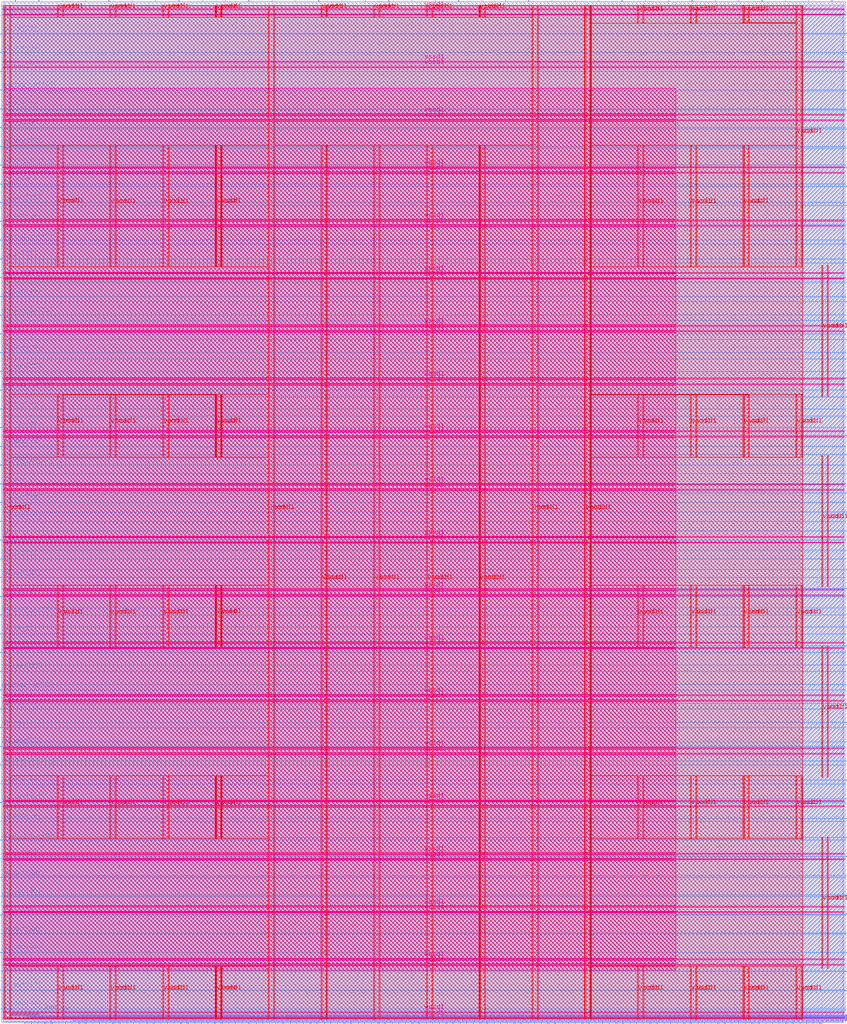
<source format=lef>
VERSION 5.7 ;
  NOWIREEXTENSIONATPIN ON ;
  DIVIDERCHAR "/" ;
  BUSBITCHARS "[]" ;
MACRO user_project_wrapper1
  CLASS BLOCK ;
  FOREIGN user_project_wrapper1 ;
  ORIGIN 0.000 0.000 ;
  SIZE 2880.000 BY 3480.000 ;
  PIN analog_io[0]
    DIRECTION INOUT ;
    USE SIGNAL ;
    PORT
      LAYER met3 ;
        RECT 2879.000 1412.780 2884.800 1413.980 ;
    END
  END analog_io[0]
  PIN analog_io[10]
    DIRECTION INOUT ;
    USE SIGNAL ;
    PORT
      LAYER met2 ;
        RECT 2195.530 3479.000 2196.090 3484.800 ;
    END
  END analog_io[10]
  PIN analog_io[11]
    DIRECTION INOUT ;
    USE SIGNAL ;
    PORT
      LAYER met2 ;
        RECT 1877.210 3479.000 1877.770 3484.800 ;
    END
  END analog_io[11]
  PIN analog_io[12]
    DIRECTION INOUT ;
    USE SIGNAL ;
    PORT
      LAYER met2 ;
        RECT 1558.890 3479.000 1559.450 3484.800 ;
    END
  END analog_io[12]
  PIN analog_io[13]
    DIRECTION INOUT ;
    USE SIGNAL ;
    PORT
      LAYER met2 ;
        RECT 1240.570 3479.000 1241.130 3484.800 ;
    END
  END analog_io[13]
  PIN analog_io[14]
    DIRECTION INOUT ;
    USE SIGNAL ;
    PORT
      LAYER met2 ;
        RECT 922.250 3479.000 922.810 3484.800 ;
    END
  END analog_io[14]
  PIN analog_io[15]
    DIRECTION INOUT ;
    USE SIGNAL ;
    PORT
      LAYER met2 ;
        RECT 603.930 3479.000 604.490 3484.800 ;
    END
  END analog_io[15]
  PIN analog_io[16]
    DIRECTION INOUT ;
    USE SIGNAL ;
    PORT
      LAYER met2 ;
        RECT 285.610 3479.000 286.170 3484.800 ;
    END
  END analog_io[16]
  PIN analog_io[17]
    DIRECTION INOUT ;
    USE SIGNAL ;
    PORT
      LAYER met3 ;
        RECT -4.800 3433.060 1.000 3434.260 ;
    END
  END analog_io[17]
  PIN analog_io[18]
    DIRECTION INOUT ;
    USE SIGNAL ;
    PORT
      LAYER met3 ;
        RECT -4.800 3177.380 1.000 3178.580 ;
    END
  END analog_io[18]
  PIN analog_io[19]
    DIRECTION INOUT ;
    USE SIGNAL ;
    PORT
      LAYER met3 ;
        RECT -4.800 2921.700 1.000 2922.900 ;
    END
  END analog_io[19]
  PIN analog_io[1]
    DIRECTION INOUT ;
    USE SIGNAL ;
    PORT
      LAYER met3 ;
        RECT 2879.000 1673.900 2884.800 1675.100 ;
    END
  END analog_io[1]
  PIN analog_io[20]
    DIRECTION INOUT ;
    USE SIGNAL ;
    PORT
      LAYER met3 ;
        RECT -4.800 2666.020 1.000 2667.220 ;
    END
  END analog_io[20]
  PIN analog_io[21]
    DIRECTION INOUT ;
    USE SIGNAL ;
    PORT
      LAYER met3 ;
        RECT -4.800 2410.340 1.000 2411.540 ;
    END
  END analog_io[21]
  PIN analog_io[22]
    DIRECTION INOUT ;
    USE SIGNAL ;
    PORT
      LAYER met3 ;
        RECT -4.800 2154.660 1.000 2155.860 ;
    END
  END analog_io[22]
  PIN analog_io[23]
    DIRECTION INOUT ;
    USE SIGNAL ;
    PORT
      LAYER met3 ;
        RECT -4.800 1898.980 1.000 1900.180 ;
    END
  END analog_io[23]
  PIN analog_io[24]
    DIRECTION INOUT ;
    USE SIGNAL ;
    PORT
      LAYER met3 ;
        RECT -4.800 1643.300 1.000 1644.500 ;
    END
  END analog_io[24]
  PIN analog_io[25]
    DIRECTION INOUT ;
    USE SIGNAL ;
    PORT
      LAYER met3 ;
        RECT -4.800 1387.620 1.000 1388.820 ;
    END
  END analog_io[25]
  PIN analog_io[26]
    DIRECTION INOUT ;
    USE SIGNAL ;
    PORT
      LAYER met3 ;
        RECT -4.800 1131.940 1.000 1133.140 ;
    END
  END analog_io[26]
  PIN analog_io[27]
    DIRECTION INOUT ;
    USE SIGNAL ;
    PORT
      LAYER met3 ;
        RECT -4.800 876.260 1.000 877.460 ;
    END
  END analog_io[27]
  PIN analog_io[28]
    DIRECTION INOUT ;
    USE SIGNAL ;
    PORT
      LAYER met3 ;
        RECT -4.800 620.580 1.000 621.780 ;
    END
  END analog_io[28]
  PIN analog_io[2]
    DIRECTION INOUT ;
    USE SIGNAL ;
    PORT
      LAYER met3 ;
        RECT 2879.000 1935.020 2884.800 1936.220 ;
    END
  END analog_io[2]
  PIN analog_io[3]
    DIRECTION INOUT ;
    USE SIGNAL ;
    PORT
      LAYER met3 ;
        RECT 2879.000 2196.140 2884.800 2197.340 ;
    END
  END analog_io[3]
  PIN analog_io[4]
    DIRECTION INOUT ;
    USE SIGNAL ;
    PORT
      LAYER met3 ;
        RECT 2879.000 2457.260 2884.800 2458.460 ;
    END
  END analog_io[4]
  PIN analog_io[5]
    DIRECTION INOUT ;
    USE SIGNAL ;
    PORT
      LAYER met3 ;
        RECT 2879.000 2718.380 2884.800 2719.580 ;
    END
  END analog_io[5]
  PIN analog_io[6]
    DIRECTION INOUT ;
    USE SIGNAL ;
    PORT
      LAYER met3 ;
        RECT 2879.000 2979.500 2884.800 2980.700 ;
    END
  END analog_io[6]
  PIN analog_io[7]
    DIRECTION INOUT ;
    USE SIGNAL ;
    PORT
      LAYER met3 ;
        RECT 2879.000 3240.620 2884.800 3241.820 ;
    END
  END analog_io[7]
  PIN analog_io[8]
    DIRECTION INOUT ;
    USE SIGNAL ;
    PORT
      LAYER met2 ;
        RECT 2832.170 3479.000 2832.730 3484.800 ;
    END
  END analog_io[8]
  PIN analog_io[9]
    DIRECTION INOUT ;
    USE SIGNAL ;
    PORT
      LAYER met2 ;
        RECT 2513.850 3479.000 2514.410 3484.800 ;
    END
  END analog_io[9]
  PIN io_in[0]
    DIRECTION INPUT ;
    USE SIGNAL ;
    PORT
      LAYER met3 ;
        RECT 2879.000 41.900 2884.800 43.100 ;
    END
  END io_in[0]
  PIN io_in[10]
    DIRECTION INPUT ;
    USE SIGNAL ;
    PORT
      LAYER met3 ;
        RECT 2879.000 2261.420 2884.800 2262.620 ;
    END
  END io_in[10]
  PIN io_in[11]
    DIRECTION INPUT ;
    USE SIGNAL ;
    PORT
      LAYER met3 ;
        RECT 2879.000 2522.540 2884.800 2523.740 ;
    END
  END io_in[11]
  PIN io_in[12]
    DIRECTION INPUT ;
    USE SIGNAL ;
    PORT
      LAYER met3 ;
        RECT 2879.000 2783.660 2884.800 2784.860 ;
    END
  END io_in[12]
  PIN io_in[13]
    DIRECTION INPUT ;
    USE SIGNAL ;
    PORT
      LAYER met3 ;
        RECT 2879.000 3044.780 2884.800 3045.980 ;
    END
  END io_in[13]
  PIN io_in[14]
    DIRECTION INPUT ;
    USE SIGNAL ;
    PORT
      LAYER met3 ;
        RECT 2879.000 3305.900 2884.800 3307.100 ;
    END
  END io_in[14]
  PIN io_in[15]
    DIRECTION INPUT ;
    USE SIGNAL ;
    PORT
      LAYER met2 ;
        RECT 2752.590 3479.000 2753.150 3484.800 ;
    END
  END io_in[15]
  PIN io_in[16]
    DIRECTION INPUT ;
    USE SIGNAL ;
    PORT
      LAYER met2 ;
        RECT 2434.270 3479.000 2434.830 3484.800 ;
    END
  END io_in[16]
  PIN io_in[17]
    DIRECTION INPUT ;
    USE SIGNAL ;
    PORT
      LAYER met2 ;
        RECT 2115.950 3479.000 2116.510 3484.800 ;
    END
  END io_in[17]
  PIN io_in[18]
    DIRECTION INPUT ;
    USE SIGNAL ;
    PORT
      LAYER met2 ;
        RECT 1797.630 3479.000 1798.190 3484.800 ;
    END
  END io_in[18]
  PIN io_in[19]
    DIRECTION INPUT ;
    USE SIGNAL ;
    PORT
      LAYER met2 ;
        RECT 1479.310 3479.000 1479.870 3484.800 ;
    END
  END io_in[19]
  PIN io_in[1]
    DIRECTION INPUT ;
    USE SIGNAL ;
    PORT
      LAYER met3 ;
        RECT 2879.000 237.740 2884.800 238.940 ;
    END
  END io_in[1]
  PIN io_in[20]
    DIRECTION INPUT ;
    USE SIGNAL ;
    PORT
      LAYER met2 ;
        RECT 1160.990 3479.000 1161.550 3484.800 ;
    END
  END io_in[20]
  PIN io_in[21]
    DIRECTION INPUT ;
    USE SIGNAL ;
    PORT
      LAYER met2 ;
        RECT 842.670 3479.000 843.230 3484.800 ;
    END
  END io_in[21]
  PIN io_in[22]
    DIRECTION INPUT ;
    USE SIGNAL ;
    PORT
      LAYER met2 ;
        RECT 524.350 3479.000 524.910 3484.800 ;
    END
  END io_in[22]
  PIN io_in[23]
    DIRECTION INPUT ;
    USE SIGNAL ;
    PORT
      LAYER met2 ;
        RECT 206.030 3479.000 206.590 3484.800 ;
    END
  END io_in[23]
  PIN io_in[24]
    DIRECTION INPUT ;
    USE SIGNAL ;
    PORT
      LAYER met3 ;
        RECT -4.800 3369.140 1.000 3370.340 ;
    END
  END io_in[24]
  PIN io_in[25]
    DIRECTION INPUT ;
    USE SIGNAL ;
    PORT
      LAYER met3 ;
        RECT -4.800 3113.460 1.000 3114.660 ;
    END
  END io_in[25]
  PIN io_in[26]
    DIRECTION INPUT ;
    USE SIGNAL ;
    PORT
      LAYER met3 ;
        RECT -4.800 2857.780 1.000 2858.980 ;
    END
  END io_in[26]
  PIN io_in[27]
    DIRECTION INPUT ;
    USE SIGNAL ;
    PORT
      LAYER met3 ;
        RECT -4.800 2602.100 1.000 2603.300 ;
    END
  END io_in[27]
  PIN io_in[28]
    DIRECTION INPUT ;
    USE SIGNAL ;
    PORT
      LAYER met3 ;
        RECT -4.800 2346.420 1.000 2347.620 ;
    END
  END io_in[28]
  PIN io_in[29]
    DIRECTION INPUT ;
    USE SIGNAL ;
    PORT
      LAYER met3 ;
        RECT -4.800 2090.740 1.000 2091.940 ;
    END
  END io_in[29]
  PIN io_in[2]
    DIRECTION INPUT ;
    USE SIGNAL ;
    PORT
      LAYER met3 ;
        RECT 2879.000 433.580 2884.800 434.780 ;
    END
  END io_in[2]
  PIN io_in[30]
    DIRECTION INPUT ;
    USE SIGNAL ;
    PORT
      LAYER met3 ;
        RECT -4.800 1835.060 1.000 1836.260 ;
    END
  END io_in[30]
  PIN io_in[31]
    DIRECTION INPUT ;
    USE SIGNAL ;
    PORT
      LAYER met3 ;
        RECT -4.800 1579.380 1.000 1580.580 ;
    END
  END io_in[31]
  PIN io_in[32]
    DIRECTION INPUT ;
    USE SIGNAL ;
    PORT
      LAYER met3 ;
        RECT -4.800 1323.700 1.000 1324.900 ;
    END
  END io_in[32]
  PIN io_in[33]
    DIRECTION INPUT ;
    USE SIGNAL ;
    PORT
      LAYER met3 ;
        RECT -4.800 1068.020 1.000 1069.220 ;
    END
  END io_in[33]
  PIN io_in[34]
    DIRECTION INPUT ;
    USE SIGNAL ;
    PORT
      LAYER met3 ;
        RECT -4.800 812.340 1.000 813.540 ;
    END
  END io_in[34]
  PIN io_in[35]
    DIRECTION INPUT ;
    USE SIGNAL ;
    PORT
      LAYER met3 ;
        RECT -4.800 556.660 1.000 557.860 ;
    END
  END io_in[35]
  PIN io_in[36]
    DIRECTION INPUT ;
    USE SIGNAL ;
    PORT
      LAYER met3 ;
        RECT -4.800 364.900 1.000 366.100 ;
    END
  END io_in[36]
  PIN io_in[37]
    DIRECTION INPUT ;
    USE SIGNAL ;
    PORT
      LAYER met3 ;
        RECT -4.800 173.140 1.000 174.340 ;
    END
  END io_in[37]
  PIN io_in[3]
    DIRECTION INPUT ;
    USE SIGNAL ;
    PORT
      LAYER met3 ;
        RECT 2879.000 629.420 2884.800 630.620 ;
    END
  END io_in[3]
  PIN io_in[4]
    DIRECTION INPUT ;
    USE SIGNAL ;
    PORT
      LAYER met3 ;
        RECT 2879.000 825.260 2884.800 826.460 ;
    END
  END io_in[4]
  PIN io_in[5]
    DIRECTION INPUT ;
    USE SIGNAL ;
    PORT
      LAYER met3 ;
        RECT 2879.000 1021.100 2884.800 1022.300 ;
    END
  END io_in[5]
  PIN io_in[6]
    DIRECTION INPUT ;
    USE SIGNAL ;
    PORT
      LAYER met3 ;
        RECT 2879.000 1216.940 2884.800 1218.140 ;
    END
  END io_in[6]
  PIN io_in[7]
    DIRECTION INPUT ;
    USE SIGNAL ;
    PORT
      LAYER met3 ;
        RECT 2879.000 1478.060 2884.800 1479.260 ;
    END
  END io_in[7]
  PIN io_in[8]
    DIRECTION INPUT ;
    USE SIGNAL ;
    PORT
      LAYER met3 ;
        RECT 2879.000 1739.180 2884.800 1740.380 ;
    END
  END io_in[8]
  PIN io_in[9]
    DIRECTION INPUT ;
    USE SIGNAL ;
    PORT
      LAYER met3 ;
        RECT 2879.000 2000.300 2884.800 2001.500 ;
    END
  END io_in[9]
  PIN io_oeb[0]
    DIRECTION OUTPUT TRISTATE ;
    USE SIGNAL ;
    PORT
      LAYER met3 ;
        RECT 2879.000 172.460 2884.800 173.660 ;
    END
  END io_oeb[0]
  PIN io_oeb[10]
    DIRECTION OUTPUT TRISTATE ;
    USE SIGNAL ;
    PORT
      LAYER met3 ;
        RECT 2879.000 2391.980 2884.800 2393.180 ;
    END
  END io_oeb[10]
  PIN io_oeb[11]
    DIRECTION OUTPUT TRISTATE ;
    USE SIGNAL ;
    PORT
      LAYER met3 ;
        RECT 2879.000 2653.100 2884.800 2654.300 ;
    END
  END io_oeb[11]
  PIN io_oeb[12]
    DIRECTION OUTPUT TRISTATE ;
    USE SIGNAL ;
    PORT
      LAYER met3 ;
        RECT 2879.000 2914.220 2884.800 2915.420 ;
    END
  END io_oeb[12]
  PIN io_oeb[13]
    DIRECTION OUTPUT TRISTATE ;
    USE SIGNAL ;
    PORT
      LAYER met3 ;
        RECT 2879.000 3175.340 2884.800 3176.540 ;
    END
  END io_oeb[13]
  PIN io_oeb[14]
    DIRECTION OUTPUT TRISTATE ;
    USE SIGNAL ;
    PORT
      LAYER met3 ;
        RECT 2879.000 3436.460 2884.800 3437.660 ;
    END
  END io_oeb[14]
  PIN io_oeb[15]
    DIRECTION OUTPUT TRISTATE ;
    USE SIGNAL ;
    PORT
      LAYER met2 ;
        RECT 2593.430 3479.000 2593.990 3484.800 ;
    END
  END io_oeb[15]
  PIN io_oeb[16]
    DIRECTION OUTPUT TRISTATE ;
    USE SIGNAL ;
    PORT
      LAYER met2 ;
        RECT 2275.110 3479.000 2275.670 3484.800 ;
    END
  END io_oeb[16]
  PIN io_oeb[17]
    DIRECTION OUTPUT TRISTATE ;
    USE SIGNAL ;
    PORT
      LAYER met2 ;
        RECT 1956.790 3479.000 1957.350 3484.800 ;
    END
  END io_oeb[17]
  PIN io_oeb[18]
    DIRECTION OUTPUT TRISTATE ;
    USE SIGNAL ;
    PORT
      LAYER met2 ;
        RECT 1638.470 3479.000 1639.030 3484.800 ;
    END
  END io_oeb[18]
  PIN io_oeb[19]
    DIRECTION OUTPUT TRISTATE ;
    USE SIGNAL ;
    PORT
      LAYER met2 ;
        RECT 1320.150 3479.000 1320.710 3484.800 ;
    END
  END io_oeb[19]
  PIN io_oeb[1]
    DIRECTION OUTPUT TRISTATE ;
    USE SIGNAL ;
    PORT
      LAYER met3 ;
        RECT 2879.000 368.300 2884.800 369.500 ;
    END
  END io_oeb[1]
  PIN io_oeb[20]
    DIRECTION OUTPUT TRISTATE ;
    USE SIGNAL ;
    PORT
      LAYER met2 ;
        RECT 1001.830 3479.000 1002.390 3484.800 ;
    END
  END io_oeb[20]
  PIN io_oeb[21]
    DIRECTION OUTPUT TRISTATE ;
    USE SIGNAL ;
    PORT
      LAYER met2 ;
        RECT 683.510 3479.000 684.070 3484.800 ;
    END
  END io_oeb[21]
  PIN io_oeb[22]
    DIRECTION OUTPUT TRISTATE ;
    USE SIGNAL ;
    PORT
      LAYER met2 ;
        RECT 365.190 3479.000 365.750 3484.800 ;
    END
  END io_oeb[22]
  PIN io_oeb[23]
    DIRECTION OUTPUT TRISTATE ;
    USE SIGNAL ;
    PORT
      LAYER met2 ;
        RECT 46.870 3479.000 47.430 3484.800 ;
    END
  END io_oeb[23]
  PIN io_oeb[24]
    DIRECTION OUTPUT TRISTATE ;
    USE SIGNAL ;
    PORT
      LAYER met3 ;
        RECT -4.800 3241.300 1.000 3242.500 ;
    END
  END io_oeb[24]
  PIN io_oeb[25]
    DIRECTION OUTPUT TRISTATE ;
    USE SIGNAL ;
    PORT
      LAYER met3 ;
        RECT -4.800 2985.620 1.000 2986.820 ;
    END
  END io_oeb[25]
  PIN io_oeb[26]
    DIRECTION OUTPUT TRISTATE ;
    USE SIGNAL ;
    PORT
      LAYER met3 ;
        RECT -4.800 2729.940 1.000 2731.140 ;
    END
  END io_oeb[26]
  PIN io_oeb[27]
    DIRECTION OUTPUT TRISTATE ;
    USE SIGNAL ;
    PORT
      LAYER met3 ;
        RECT -4.800 2474.260 1.000 2475.460 ;
    END
  END io_oeb[27]
  PIN io_oeb[28]
    DIRECTION OUTPUT TRISTATE ;
    USE SIGNAL ;
    PORT
      LAYER met3 ;
        RECT -4.800 2218.580 1.000 2219.780 ;
    END
  END io_oeb[28]
  PIN io_oeb[29]
    DIRECTION OUTPUT TRISTATE ;
    USE SIGNAL ;
    PORT
      LAYER met3 ;
        RECT -4.800 1962.900 1.000 1964.100 ;
    END
  END io_oeb[29]
  PIN io_oeb[2]
    DIRECTION OUTPUT TRISTATE ;
    USE SIGNAL ;
    PORT
      LAYER met3 ;
        RECT 2879.000 564.140 2884.800 565.340 ;
    END
  END io_oeb[2]
  PIN io_oeb[30]
    DIRECTION OUTPUT TRISTATE ;
    USE SIGNAL ;
    PORT
      LAYER met3 ;
        RECT -4.800 1707.220 1.000 1708.420 ;
    END
  END io_oeb[30]
  PIN io_oeb[31]
    DIRECTION OUTPUT TRISTATE ;
    USE SIGNAL ;
    PORT
      LAYER met3 ;
        RECT -4.800 1451.540 1.000 1452.740 ;
    END
  END io_oeb[31]
  PIN io_oeb[32]
    DIRECTION OUTPUT TRISTATE ;
    USE SIGNAL ;
    PORT
      LAYER met3 ;
        RECT -4.800 1195.860 1.000 1197.060 ;
    END
  END io_oeb[32]
  PIN io_oeb[33]
    DIRECTION OUTPUT TRISTATE ;
    USE SIGNAL ;
    PORT
      LAYER met3 ;
        RECT -4.800 940.180 1.000 941.380 ;
    END
  END io_oeb[33]
  PIN io_oeb[34]
    DIRECTION OUTPUT TRISTATE ;
    USE SIGNAL ;
    PORT
      LAYER met3 ;
        RECT -4.800 684.500 1.000 685.700 ;
    END
  END io_oeb[34]
  PIN io_oeb[35]
    DIRECTION OUTPUT TRISTATE ;
    USE SIGNAL ;
    PORT
      LAYER met3 ;
        RECT -4.800 428.820 1.000 430.020 ;
    END
  END io_oeb[35]
  PIN io_oeb[36]
    DIRECTION OUTPUT TRISTATE ;
    USE SIGNAL ;
    PORT
      LAYER met3 ;
        RECT -4.800 237.060 1.000 238.260 ;
    END
  END io_oeb[36]
  PIN io_oeb[37]
    DIRECTION OUTPUT TRISTATE ;
    USE SIGNAL ;
    PORT
      LAYER met3 ;
        RECT -4.800 45.300 1.000 46.500 ;
    END
  END io_oeb[37]
  PIN io_oeb[3]
    DIRECTION OUTPUT TRISTATE ;
    USE SIGNAL ;
    PORT
      LAYER met3 ;
        RECT 2879.000 759.980 2884.800 761.180 ;
    END
  END io_oeb[3]
  PIN io_oeb[4]
    DIRECTION OUTPUT TRISTATE ;
    USE SIGNAL ;
    PORT
      LAYER met3 ;
        RECT 2879.000 955.820 2884.800 957.020 ;
    END
  END io_oeb[4]
  PIN io_oeb[5]
    DIRECTION OUTPUT TRISTATE ;
    USE SIGNAL ;
    PORT
      LAYER met3 ;
        RECT 2879.000 1151.660 2884.800 1152.860 ;
    END
  END io_oeb[5]
  PIN io_oeb[6]
    DIRECTION OUTPUT TRISTATE ;
    USE SIGNAL ;
    PORT
      LAYER met3 ;
        RECT 2879.000 1347.500 2884.800 1348.700 ;
    END
  END io_oeb[6]
  PIN io_oeb[7]
    DIRECTION OUTPUT TRISTATE ;
    USE SIGNAL ;
    PORT
      LAYER met3 ;
        RECT 2879.000 1608.620 2884.800 1609.820 ;
    END
  END io_oeb[7]
  PIN io_oeb[8]
    DIRECTION OUTPUT TRISTATE ;
    USE SIGNAL ;
    PORT
      LAYER met3 ;
        RECT 2879.000 1869.740 2884.800 1870.940 ;
    END
  END io_oeb[8]
  PIN io_oeb[9]
    DIRECTION OUTPUT TRISTATE ;
    USE SIGNAL ;
    PORT
      LAYER met3 ;
        RECT 2879.000 2130.860 2884.800 2132.060 ;
    END
  END io_oeb[9]
  PIN io_out[0]
    DIRECTION OUTPUT TRISTATE ;
    USE SIGNAL ;
    PORT
      LAYER met3 ;
        RECT 2879.000 107.180 2884.800 108.380 ;
    END
  END io_out[0]
  PIN io_out[10]
    DIRECTION OUTPUT TRISTATE ;
    USE SIGNAL ;
    PORT
      LAYER met3 ;
        RECT 2879.000 2326.700 2884.800 2327.900 ;
    END
  END io_out[10]
  PIN io_out[11]
    DIRECTION OUTPUT TRISTATE ;
    USE SIGNAL ;
    PORT
      LAYER met3 ;
        RECT 2879.000 2587.820 2884.800 2589.020 ;
    END
  END io_out[11]
  PIN io_out[12]
    DIRECTION OUTPUT TRISTATE ;
    USE SIGNAL ;
    PORT
      LAYER met3 ;
        RECT 2879.000 2848.940 2884.800 2850.140 ;
    END
  END io_out[12]
  PIN io_out[13]
    DIRECTION OUTPUT TRISTATE ;
    USE SIGNAL ;
    PORT
      LAYER met3 ;
        RECT 2879.000 3110.060 2884.800 3111.260 ;
    END
  END io_out[13]
  PIN io_out[14]
    DIRECTION OUTPUT TRISTATE ;
    USE SIGNAL ;
    PORT
      LAYER met3 ;
        RECT 2879.000 3371.180 2884.800 3372.380 ;
    END
  END io_out[14]
  PIN io_out[15]
    DIRECTION OUTPUT TRISTATE ;
    USE SIGNAL ;
    PORT
      LAYER met2 ;
        RECT 2673.010 3479.000 2673.570 3484.800 ;
    END
  END io_out[15]
  PIN io_out[16]
    DIRECTION OUTPUT TRISTATE ;
    USE SIGNAL ;
    PORT
      LAYER met2 ;
        RECT 2354.690 3479.000 2355.250 3484.800 ;
    END
  END io_out[16]
  PIN io_out[17]
    DIRECTION OUTPUT TRISTATE ;
    USE SIGNAL ;
    PORT
      LAYER met2 ;
        RECT 2036.370 3479.000 2036.930 3484.800 ;
    END
  END io_out[17]
  PIN io_out[18]
    DIRECTION OUTPUT TRISTATE ;
    USE SIGNAL ;
    PORT
      LAYER met2 ;
        RECT 1718.050 3479.000 1718.610 3484.800 ;
    END
  END io_out[18]
  PIN io_out[19]
    DIRECTION OUTPUT TRISTATE ;
    USE SIGNAL ;
    PORT
      LAYER met2 ;
        RECT 1399.730 3479.000 1400.290 3484.800 ;
    END
  END io_out[19]
  PIN io_out[1]
    DIRECTION OUTPUT TRISTATE ;
    USE SIGNAL ;
    PORT
      LAYER met3 ;
        RECT 2879.000 303.020 2884.800 304.220 ;
    END
  END io_out[1]
  PIN io_out[20]
    DIRECTION OUTPUT TRISTATE ;
    USE SIGNAL ;
    PORT
      LAYER met2 ;
        RECT 1081.410 3479.000 1081.970 3484.800 ;
    END
  END io_out[20]
  PIN io_out[21]
    DIRECTION OUTPUT TRISTATE ;
    USE SIGNAL ;
    PORT
      LAYER met2 ;
        RECT 763.090 3479.000 763.650 3484.800 ;
    END
  END io_out[21]
  PIN io_out[22]
    DIRECTION OUTPUT TRISTATE ;
    USE SIGNAL ;
    PORT
      LAYER met2 ;
        RECT 444.770 3479.000 445.330 3484.800 ;
    END
  END io_out[22]
  PIN io_out[23]
    DIRECTION OUTPUT TRISTATE ;
    USE SIGNAL ;
    PORT
      LAYER met2 ;
        RECT 126.450 3479.000 127.010 3484.800 ;
    END
  END io_out[23]
  PIN io_out[24]
    DIRECTION OUTPUT TRISTATE ;
    USE SIGNAL ;
    PORT
      LAYER met3 ;
        RECT -4.800 3305.220 1.000 3306.420 ;
    END
  END io_out[24]
  PIN io_out[25]
    DIRECTION OUTPUT TRISTATE ;
    USE SIGNAL ;
    PORT
      LAYER met3 ;
        RECT -4.800 3049.540 1.000 3050.740 ;
    END
  END io_out[25]
  PIN io_out[26]
    DIRECTION OUTPUT TRISTATE ;
    USE SIGNAL ;
    PORT
      LAYER met3 ;
        RECT -4.800 2793.860 1.000 2795.060 ;
    END
  END io_out[26]
  PIN io_out[27]
    DIRECTION OUTPUT TRISTATE ;
    USE SIGNAL ;
    PORT
      LAYER met3 ;
        RECT -4.800 2538.180 1.000 2539.380 ;
    END
  END io_out[27]
  PIN io_out[28]
    DIRECTION OUTPUT TRISTATE ;
    USE SIGNAL ;
    PORT
      LAYER met3 ;
        RECT -4.800 2282.500 1.000 2283.700 ;
    END
  END io_out[28]
  PIN io_out[29]
    DIRECTION OUTPUT TRISTATE ;
    USE SIGNAL ;
    PORT
      LAYER met3 ;
        RECT -4.800 2026.820 1.000 2028.020 ;
    END
  END io_out[29]
  PIN io_out[2]
    DIRECTION OUTPUT TRISTATE ;
    USE SIGNAL ;
    PORT
      LAYER met3 ;
        RECT 2879.000 498.860 2884.800 500.060 ;
    END
  END io_out[2]
  PIN io_out[30]
    DIRECTION OUTPUT TRISTATE ;
    USE SIGNAL ;
    PORT
      LAYER met3 ;
        RECT -4.800 1771.140 1.000 1772.340 ;
    END
  END io_out[30]
  PIN io_out[31]
    DIRECTION OUTPUT TRISTATE ;
    USE SIGNAL ;
    PORT
      LAYER met3 ;
        RECT -4.800 1515.460 1.000 1516.660 ;
    END
  END io_out[31]
  PIN io_out[32]
    DIRECTION OUTPUT TRISTATE ;
    USE SIGNAL ;
    PORT
      LAYER met3 ;
        RECT -4.800 1259.780 1.000 1260.980 ;
    END
  END io_out[32]
  PIN io_out[33]
    DIRECTION OUTPUT TRISTATE ;
    USE SIGNAL ;
    PORT
      LAYER met3 ;
        RECT -4.800 1004.100 1.000 1005.300 ;
    END
  END io_out[33]
  PIN io_out[34]
    DIRECTION OUTPUT TRISTATE ;
    USE SIGNAL ;
    PORT
      LAYER met3 ;
        RECT -4.800 748.420 1.000 749.620 ;
    END
  END io_out[34]
  PIN io_out[35]
    DIRECTION OUTPUT TRISTATE ;
    USE SIGNAL ;
    PORT
      LAYER met3 ;
        RECT -4.800 492.740 1.000 493.940 ;
    END
  END io_out[35]
  PIN io_out[36]
    DIRECTION OUTPUT TRISTATE ;
    USE SIGNAL ;
    PORT
      LAYER met3 ;
        RECT -4.800 300.980 1.000 302.180 ;
    END
  END io_out[36]
  PIN io_out[37]
    DIRECTION OUTPUT TRISTATE ;
    USE SIGNAL ;
    PORT
      LAYER met3 ;
        RECT -4.800 109.220 1.000 110.420 ;
    END
  END io_out[37]
  PIN io_out[3]
    DIRECTION OUTPUT TRISTATE ;
    USE SIGNAL ;
    PORT
      LAYER met3 ;
        RECT 2879.000 694.700 2884.800 695.900 ;
    END
  END io_out[3]
  PIN io_out[4]
    DIRECTION OUTPUT TRISTATE ;
    USE SIGNAL ;
    PORT
      LAYER met3 ;
        RECT 2879.000 890.540 2884.800 891.740 ;
    END
  END io_out[4]
  PIN io_out[5]
    DIRECTION OUTPUT TRISTATE ;
    USE SIGNAL ;
    PORT
      LAYER met3 ;
        RECT 2879.000 1086.380 2884.800 1087.580 ;
    END
  END io_out[5]
  PIN io_out[6]
    DIRECTION OUTPUT TRISTATE ;
    USE SIGNAL ;
    PORT
      LAYER met3 ;
        RECT 2879.000 1282.220 2884.800 1283.420 ;
    END
  END io_out[6]
  PIN io_out[7]
    DIRECTION OUTPUT TRISTATE ;
    USE SIGNAL ;
    PORT
      LAYER met3 ;
        RECT 2879.000 1543.340 2884.800 1544.540 ;
    END
  END io_out[7]
  PIN io_out[8]
    DIRECTION OUTPUT TRISTATE ;
    USE SIGNAL ;
    PORT
      LAYER met3 ;
        RECT 2879.000 1804.460 2884.800 1805.660 ;
    END
  END io_out[8]
  PIN io_out[9]
    DIRECTION OUTPUT TRISTATE ;
    USE SIGNAL ;
    PORT
      LAYER met3 ;
        RECT 2879.000 2065.580 2884.800 2066.780 ;
    END
  END io_out[9]
  PIN la_data_in[0]
    DIRECTION INPUT ;
    USE SIGNAL ;
    PORT
      LAYER met2 ;
        RECT 664.190 -4.800 664.750 1.000 ;
    END
  END la_data_in[0]
  PIN la_data_in[100]
    DIRECTION INPUT ;
    USE SIGNAL ;
    PORT
      LAYER met2 ;
        RECT 2320.190 -4.800 2320.750 1.000 ;
    END
  END la_data_in[100]
  PIN la_data_in[101]
    DIRECTION INPUT ;
    USE SIGNAL ;
    PORT
      LAYER met2 ;
        RECT 2336.750 -4.800 2337.310 1.000 ;
    END
  END la_data_in[101]
  PIN la_data_in[102]
    DIRECTION INPUT ;
    USE SIGNAL ;
    PORT
      LAYER met2 ;
        RECT 2353.310 -4.800 2353.870 1.000 ;
    END
  END la_data_in[102]
  PIN la_data_in[103]
    DIRECTION INPUT ;
    USE SIGNAL ;
    PORT
      LAYER met2 ;
        RECT 2369.870 -4.800 2370.430 1.000 ;
    END
  END la_data_in[103]
  PIN la_data_in[104]
    DIRECTION INPUT ;
    USE SIGNAL ;
    PORT
      LAYER met2 ;
        RECT 2386.430 -4.800 2386.990 1.000 ;
    END
  END la_data_in[104]
  PIN la_data_in[105]
    DIRECTION INPUT ;
    USE SIGNAL ;
    PORT
      LAYER met2 ;
        RECT 2402.990 -4.800 2403.550 1.000 ;
    END
  END la_data_in[105]
  PIN la_data_in[106]
    DIRECTION INPUT ;
    USE SIGNAL ;
    PORT
      LAYER met2 ;
        RECT 2419.550 -4.800 2420.110 1.000 ;
    END
  END la_data_in[106]
  PIN la_data_in[107]
    DIRECTION INPUT ;
    USE SIGNAL ;
    PORT
      LAYER met2 ;
        RECT 2436.110 -4.800 2436.670 1.000 ;
    END
  END la_data_in[107]
  PIN la_data_in[108]
    DIRECTION INPUT ;
    USE SIGNAL ;
    PORT
      LAYER met2 ;
        RECT 2452.670 -4.800 2453.230 1.000 ;
    END
  END la_data_in[108]
  PIN la_data_in[109]
    DIRECTION INPUT ;
    USE SIGNAL ;
    PORT
      LAYER met2 ;
        RECT 2469.230 -4.800 2469.790 1.000 ;
    END
  END la_data_in[109]
  PIN la_data_in[10]
    DIRECTION INPUT ;
    USE SIGNAL ;
    PORT
      LAYER met2 ;
        RECT 829.790 -4.800 830.350 1.000 ;
    END
  END la_data_in[10]
  PIN la_data_in[110]
    DIRECTION INPUT ;
    USE SIGNAL ;
    PORT
      LAYER met2 ;
        RECT 2485.790 -4.800 2486.350 1.000 ;
    END
  END la_data_in[110]
  PIN la_data_in[111]
    DIRECTION INPUT ;
    USE SIGNAL ;
    PORT
      LAYER met2 ;
        RECT 2502.350 -4.800 2502.910 1.000 ;
    END
  END la_data_in[111]
  PIN la_data_in[112]
    DIRECTION INPUT ;
    USE SIGNAL ;
    PORT
      LAYER met2 ;
        RECT 2518.910 -4.800 2519.470 1.000 ;
    END
  END la_data_in[112]
  PIN la_data_in[113]
    DIRECTION INPUT ;
    USE SIGNAL ;
    PORT
      LAYER met2 ;
        RECT 2535.470 -4.800 2536.030 1.000 ;
    END
  END la_data_in[113]
  PIN la_data_in[114]
    DIRECTION INPUT ;
    USE SIGNAL ;
    PORT
      LAYER met2 ;
        RECT 2552.030 -4.800 2552.590 1.000 ;
    END
  END la_data_in[114]
  PIN la_data_in[115]
    DIRECTION INPUT ;
    USE SIGNAL ;
    PORT
      LAYER met2 ;
        RECT 2568.590 -4.800 2569.150 1.000 ;
    END
  END la_data_in[115]
  PIN la_data_in[116]
    DIRECTION INPUT ;
    USE SIGNAL ;
    PORT
      LAYER met2 ;
        RECT 2585.150 -4.800 2585.710 1.000 ;
    END
  END la_data_in[116]
  PIN la_data_in[117]
    DIRECTION INPUT ;
    USE SIGNAL ;
    PORT
      LAYER met2 ;
        RECT 2601.710 -4.800 2602.270 1.000 ;
    END
  END la_data_in[117]
  PIN la_data_in[118]
    DIRECTION INPUT ;
    USE SIGNAL ;
    PORT
      LAYER met2 ;
        RECT 2618.270 -4.800 2618.830 1.000 ;
    END
  END la_data_in[118]
  PIN la_data_in[119]
    DIRECTION INPUT ;
    USE SIGNAL ;
    PORT
      LAYER met2 ;
        RECT 2634.830 -4.800 2635.390 1.000 ;
    END
  END la_data_in[119]
  PIN la_data_in[11]
    DIRECTION INPUT ;
    USE SIGNAL ;
    PORT
      LAYER met2 ;
        RECT 846.350 -4.800 846.910 1.000 ;
    END
  END la_data_in[11]
  PIN la_data_in[120]
    DIRECTION INPUT ;
    USE SIGNAL ;
    PORT
      LAYER met2 ;
        RECT 2651.390 -4.800 2651.950 1.000 ;
    END
  END la_data_in[120]
  PIN la_data_in[121]
    DIRECTION INPUT ;
    USE SIGNAL ;
    PORT
      LAYER met2 ;
        RECT 2667.950 -4.800 2668.510 1.000 ;
    END
  END la_data_in[121]
  PIN la_data_in[122]
    DIRECTION INPUT ;
    USE SIGNAL ;
    PORT
      LAYER met2 ;
        RECT 2684.510 -4.800 2685.070 1.000 ;
    END
  END la_data_in[122]
  PIN la_data_in[123]
    DIRECTION INPUT ;
    USE SIGNAL ;
    PORT
      LAYER met2 ;
        RECT 2701.070 -4.800 2701.630 1.000 ;
    END
  END la_data_in[123]
  PIN la_data_in[124]
    DIRECTION INPUT ;
    USE SIGNAL ;
    PORT
      LAYER met2 ;
        RECT 2717.630 -4.800 2718.190 1.000 ;
    END
  END la_data_in[124]
  PIN la_data_in[125]
    DIRECTION INPUT ;
    USE SIGNAL ;
    PORT
      LAYER met2 ;
        RECT 2734.190 -4.800 2734.750 1.000 ;
    END
  END la_data_in[125]
  PIN la_data_in[126]
    DIRECTION INPUT ;
    USE SIGNAL ;
    PORT
      LAYER met2 ;
        RECT 2750.750 -4.800 2751.310 1.000 ;
    END
  END la_data_in[126]
  PIN la_data_in[127]
    DIRECTION INPUT ;
    USE SIGNAL ;
    PORT
      LAYER met2 ;
        RECT 2767.310 -4.800 2767.870 1.000 ;
    END
  END la_data_in[127]
  PIN la_data_in[12]
    DIRECTION INPUT ;
    USE SIGNAL ;
    PORT
      LAYER met2 ;
        RECT 862.910 -4.800 863.470 1.000 ;
    END
  END la_data_in[12]
  PIN la_data_in[13]
    DIRECTION INPUT ;
    USE SIGNAL ;
    PORT
      LAYER met2 ;
        RECT 879.470 -4.800 880.030 1.000 ;
    END
  END la_data_in[13]
  PIN la_data_in[14]
    DIRECTION INPUT ;
    USE SIGNAL ;
    PORT
      LAYER met2 ;
        RECT 896.030 -4.800 896.590 1.000 ;
    END
  END la_data_in[14]
  PIN la_data_in[15]
    DIRECTION INPUT ;
    USE SIGNAL ;
    PORT
      LAYER met2 ;
        RECT 912.590 -4.800 913.150 1.000 ;
    END
  END la_data_in[15]
  PIN la_data_in[16]
    DIRECTION INPUT ;
    USE SIGNAL ;
    PORT
      LAYER met2 ;
        RECT 929.150 -4.800 929.710 1.000 ;
    END
  END la_data_in[16]
  PIN la_data_in[17]
    DIRECTION INPUT ;
    USE SIGNAL ;
    PORT
      LAYER met2 ;
        RECT 945.710 -4.800 946.270 1.000 ;
    END
  END la_data_in[17]
  PIN la_data_in[18]
    DIRECTION INPUT ;
    USE SIGNAL ;
    PORT
      LAYER met2 ;
        RECT 962.270 -4.800 962.830 1.000 ;
    END
  END la_data_in[18]
  PIN la_data_in[19]
    DIRECTION INPUT ;
    USE SIGNAL ;
    PORT
      LAYER met2 ;
        RECT 978.830 -4.800 979.390 1.000 ;
    END
  END la_data_in[19]
  PIN la_data_in[1]
    DIRECTION INPUT ;
    USE SIGNAL ;
    PORT
      LAYER met2 ;
        RECT 680.750 -4.800 681.310 1.000 ;
    END
  END la_data_in[1]
  PIN la_data_in[20]
    DIRECTION INPUT ;
    USE SIGNAL ;
    PORT
      LAYER met2 ;
        RECT 995.390 -4.800 995.950 1.000 ;
    END
  END la_data_in[20]
  PIN la_data_in[21]
    DIRECTION INPUT ;
    USE SIGNAL ;
    PORT
      LAYER met2 ;
        RECT 1011.950 -4.800 1012.510 1.000 ;
    END
  END la_data_in[21]
  PIN la_data_in[22]
    DIRECTION INPUT ;
    USE SIGNAL ;
    PORT
      LAYER met2 ;
        RECT 1028.510 -4.800 1029.070 1.000 ;
    END
  END la_data_in[22]
  PIN la_data_in[23]
    DIRECTION INPUT ;
    USE SIGNAL ;
    PORT
      LAYER met2 ;
        RECT 1045.070 -4.800 1045.630 1.000 ;
    END
  END la_data_in[23]
  PIN la_data_in[24]
    DIRECTION INPUT ;
    USE SIGNAL ;
    PORT
      LAYER met2 ;
        RECT 1061.630 -4.800 1062.190 1.000 ;
    END
  END la_data_in[24]
  PIN la_data_in[25]
    DIRECTION INPUT ;
    USE SIGNAL ;
    PORT
      LAYER met2 ;
        RECT 1078.190 -4.800 1078.750 1.000 ;
    END
  END la_data_in[25]
  PIN la_data_in[26]
    DIRECTION INPUT ;
    USE SIGNAL ;
    PORT
      LAYER met2 ;
        RECT 1094.750 -4.800 1095.310 1.000 ;
    END
  END la_data_in[26]
  PIN la_data_in[27]
    DIRECTION INPUT ;
    USE SIGNAL ;
    PORT
      LAYER met2 ;
        RECT 1111.310 -4.800 1111.870 1.000 ;
    END
  END la_data_in[27]
  PIN la_data_in[28]
    DIRECTION INPUT ;
    USE SIGNAL ;
    PORT
      LAYER met2 ;
        RECT 1127.870 -4.800 1128.430 1.000 ;
    END
  END la_data_in[28]
  PIN la_data_in[29]
    DIRECTION INPUT ;
    USE SIGNAL ;
    PORT
      LAYER met2 ;
        RECT 1144.430 -4.800 1144.990 1.000 ;
    END
  END la_data_in[29]
  PIN la_data_in[2]
    DIRECTION INPUT ;
    USE SIGNAL ;
    PORT
      LAYER met2 ;
        RECT 697.310 -4.800 697.870 1.000 ;
    END
  END la_data_in[2]
  PIN la_data_in[30]
    DIRECTION INPUT ;
    USE SIGNAL ;
    PORT
      LAYER met2 ;
        RECT 1160.990 -4.800 1161.550 1.000 ;
    END
  END la_data_in[30]
  PIN la_data_in[31]
    DIRECTION INPUT ;
    USE SIGNAL ;
    PORT
      LAYER met2 ;
        RECT 1177.550 -4.800 1178.110 1.000 ;
    END
  END la_data_in[31]
  PIN la_data_in[32]
    DIRECTION INPUT ;
    USE SIGNAL ;
    PORT
      LAYER met2 ;
        RECT 1194.110 -4.800 1194.670 1.000 ;
    END
  END la_data_in[32]
  PIN la_data_in[33]
    DIRECTION INPUT ;
    USE SIGNAL ;
    PORT
      LAYER met2 ;
        RECT 1210.670 -4.800 1211.230 1.000 ;
    END
  END la_data_in[33]
  PIN la_data_in[34]
    DIRECTION INPUT ;
    USE SIGNAL ;
    PORT
      LAYER met2 ;
        RECT 1227.230 -4.800 1227.790 1.000 ;
    END
  END la_data_in[34]
  PIN la_data_in[35]
    DIRECTION INPUT ;
    USE SIGNAL ;
    PORT
      LAYER met2 ;
        RECT 1243.790 -4.800 1244.350 1.000 ;
    END
  END la_data_in[35]
  PIN la_data_in[36]
    DIRECTION INPUT ;
    USE SIGNAL ;
    PORT
      LAYER met2 ;
        RECT 1260.350 -4.800 1260.910 1.000 ;
    END
  END la_data_in[36]
  PIN la_data_in[37]
    DIRECTION INPUT ;
    USE SIGNAL ;
    PORT
      LAYER met2 ;
        RECT 1276.910 -4.800 1277.470 1.000 ;
    END
  END la_data_in[37]
  PIN la_data_in[38]
    DIRECTION INPUT ;
    USE SIGNAL ;
    PORT
      LAYER met2 ;
        RECT 1293.470 -4.800 1294.030 1.000 ;
    END
  END la_data_in[38]
  PIN la_data_in[39]
    DIRECTION INPUT ;
    USE SIGNAL ;
    PORT
      LAYER met2 ;
        RECT 1310.030 -4.800 1310.590 1.000 ;
    END
  END la_data_in[39]
  PIN la_data_in[3]
    DIRECTION INPUT ;
    USE SIGNAL ;
    PORT
      LAYER met2 ;
        RECT 713.870 -4.800 714.430 1.000 ;
    END
  END la_data_in[3]
  PIN la_data_in[40]
    DIRECTION INPUT ;
    USE SIGNAL ;
    PORT
      LAYER met2 ;
        RECT 1326.590 -4.800 1327.150 1.000 ;
    END
  END la_data_in[40]
  PIN la_data_in[41]
    DIRECTION INPUT ;
    USE SIGNAL ;
    PORT
      LAYER met2 ;
        RECT 1343.150 -4.800 1343.710 1.000 ;
    END
  END la_data_in[41]
  PIN la_data_in[42]
    DIRECTION INPUT ;
    USE SIGNAL ;
    PORT
      LAYER met2 ;
        RECT 1359.710 -4.800 1360.270 1.000 ;
    END
  END la_data_in[42]
  PIN la_data_in[43]
    DIRECTION INPUT ;
    USE SIGNAL ;
    PORT
      LAYER met2 ;
        RECT 1376.270 -4.800 1376.830 1.000 ;
    END
  END la_data_in[43]
  PIN la_data_in[44]
    DIRECTION INPUT ;
    USE SIGNAL ;
    PORT
      LAYER met2 ;
        RECT 1392.830 -4.800 1393.390 1.000 ;
    END
  END la_data_in[44]
  PIN la_data_in[45]
    DIRECTION INPUT ;
    USE SIGNAL ;
    PORT
      LAYER met2 ;
        RECT 1409.390 -4.800 1409.950 1.000 ;
    END
  END la_data_in[45]
  PIN la_data_in[46]
    DIRECTION INPUT ;
    USE SIGNAL ;
    PORT
      LAYER met2 ;
        RECT 1425.950 -4.800 1426.510 1.000 ;
    END
  END la_data_in[46]
  PIN la_data_in[47]
    DIRECTION INPUT ;
    USE SIGNAL ;
    PORT
      LAYER met2 ;
        RECT 1442.510 -4.800 1443.070 1.000 ;
    END
  END la_data_in[47]
  PIN la_data_in[48]
    DIRECTION INPUT ;
    USE SIGNAL ;
    PORT
      LAYER met2 ;
        RECT 1459.070 -4.800 1459.630 1.000 ;
    END
  END la_data_in[48]
  PIN la_data_in[49]
    DIRECTION INPUT ;
    USE SIGNAL ;
    PORT
      LAYER met2 ;
        RECT 1475.630 -4.800 1476.190 1.000 ;
    END
  END la_data_in[49]
  PIN la_data_in[4]
    DIRECTION INPUT ;
    USE SIGNAL ;
    PORT
      LAYER met2 ;
        RECT 730.430 -4.800 730.990 1.000 ;
    END
  END la_data_in[4]
  PIN la_data_in[50]
    DIRECTION INPUT ;
    USE SIGNAL ;
    PORT
      LAYER met2 ;
        RECT 1492.190 -4.800 1492.750 1.000 ;
    END
  END la_data_in[50]
  PIN la_data_in[51]
    DIRECTION INPUT ;
    USE SIGNAL ;
    PORT
      LAYER met2 ;
        RECT 1508.750 -4.800 1509.310 1.000 ;
    END
  END la_data_in[51]
  PIN la_data_in[52]
    DIRECTION INPUT ;
    USE SIGNAL ;
    PORT
      LAYER met2 ;
        RECT 1525.310 -4.800 1525.870 1.000 ;
    END
  END la_data_in[52]
  PIN la_data_in[53]
    DIRECTION INPUT ;
    USE SIGNAL ;
    PORT
      LAYER met2 ;
        RECT 1541.870 -4.800 1542.430 1.000 ;
    END
  END la_data_in[53]
  PIN la_data_in[54]
    DIRECTION INPUT ;
    USE SIGNAL ;
    PORT
      LAYER met2 ;
        RECT 1558.430 -4.800 1558.990 1.000 ;
    END
  END la_data_in[54]
  PIN la_data_in[55]
    DIRECTION INPUT ;
    USE SIGNAL ;
    PORT
      LAYER met2 ;
        RECT 1574.990 -4.800 1575.550 1.000 ;
    END
  END la_data_in[55]
  PIN la_data_in[56]
    DIRECTION INPUT ;
    USE SIGNAL ;
    PORT
      LAYER met2 ;
        RECT 1591.550 -4.800 1592.110 1.000 ;
    END
  END la_data_in[56]
  PIN la_data_in[57]
    DIRECTION INPUT ;
    USE SIGNAL ;
    PORT
      LAYER met2 ;
        RECT 1608.110 -4.800 1608.670 1.000 ;
    END
  END la_data_in[57]
  PIN la_data_in[58]
    DIRECTION INPUT ;
    USE SIGNAL ;
    PORT
      LAYER met2 ;
        RECT 1624.670 -4.800 1625.230 1.000 ;
    END
  END la_data_in[58]
  PIN la_data_in[59]
    DIRECTION INPUT ;
    USE SIGNAL ;
    PORT
      LAYER met2 ;
        RECT 1641.230 -4.800 1641.790 1.000 ;
    END
  END la_data_in[59]
  PIN la_data_in[5]
    DIRECTION INPUT ;
    USE SIGNAL ;
    PORT
      LAYER met2 ;
        RECT 746.990 -4.800 747.550 1.000 ;
    END
  END la_data_in[5]
  PIN la_data_in[60]
    DIRECTION INPUT ;
    USE SIGNAL ;
    PORT
      LAYER met2 ;
        RECT 1657.790 -4.800 1658.350 1.000 ;
    END
  END la_data_in[60]
  PIN la_data_in[61]
    DIRECTION INPUT ;
    USE SIGNAL ;
    PORT
      LAYER met2 ;
        RECT 1674.350 -4.800 1674.910 1.000 ;
    END
  END la_data_in[61]
  PIN la_data_in[62]
    DIRECTION INPUT ;
    USE SIGNAL ;
    PORT
      LAYER met2 ;
        RECT 1690.910 -4.800 1691.470 1.000 ;
    END
  END la_data_in[62]
  PIN la_data_in[63]
    DIRECTION INPUT ;
    USE SIGNAL ;
    PORT
      LAYER met2 ;
        RECT 1707.470 -4.800 1708.030 1.000 ;
    END
  END la_data_in[63]
  PIN la_data_in[64]
    DIRECTION INPUT ;
    USE SIGNAL ;
    PORT
      LAYER met2 ;
        RECT 1724.030 -4.800 1724.590 1.000 ;
    END
  END la_data_in[64]
  PIN la_data_in[65]
    DIRECTION INPUT ;
    USE SIGNAL ;
    PORT
      LAYER met2 ;
        RECT 1740.590 -4.800 1741.150 1.000 ;
    END
  END la_data_in[65]
  PIN la_data_in[66]
    DIRECTION INPUT ;
    USE SIGNAL ;
    PORT
      LAYER met2 ;
        RECT 1757.150 -4.800 1757.710 1.000 ;
    END
  END la_data_in[66]
  PIN la_data_in[67]
    DIRECTION INPUT ;
    USE SIGNAL ;
    PORT
      LAYER met2 ;
        RECT 1773.710 -4.800 1774.270 1.000 ;
    END
  END la_data_in[67]
  PIN la_data_in[68]
    DIRECTION INPUT ;
    USE SIGNAL ;
    PORT
      LAYER met2 ;
        RECT 1790.270 -4.800 1790.830 1.000 ;
    END
  END la_data_in[68]
  PIN la_data_in[69]
    DIRECTION INPUT ;
    USE SIGNAL ;
    PORT
      LAYER met2 ;
        RECT 1806.830 -4.800 1807.390 1.000 ;
    END
  END la_data_in[69]
  PIN la_data_in[6]
    DIRECTION INPUT ;
    USE SIGNAL ;
    PORT
      LAYER met2 ;
        RECT 763.550 -4.800 764.110 1.000 ;
    END
  END la_data_in[6]
  PIN la_data_in[70]
    DIRECTION INPUT ;
    USE SIGNAL ;
    PORT
      LAYER met2 ;
        RECT 1823.390 -4.800 1823.950 1.000 ;
    END
  END la_data_in[70]
  PIN la_data_in[71]
    DIRECTION INPUT ;
    USE SIGNAL ;
    PORT
      LAYER met2 ;
        RECT 1839.950 -4.800 1840.510 1.000 ;
    END
  END la_data_in[71]
  PIN la_data_in[72]
    DIRECTION INPUT ;
    USE SIGNAL ;
    PORT
      LAYER met2 ;
        RECT 1856.510 -4.800 1857.070 1.000 ;
    END
  END la_data_in[72]
  PIN la_data_in[73]
    DIRECTION INPUT ;
    USE SIGNAL ;
    PORT
      LAYER met2 ;
        RECT 1873.070 -4.800 1873.630 1.000 ;
    END
  END la_data_in[73]
  PIN la_data_in[74]
    DIRECTION INPUT ;
    USE SIGNAL ;
    PORT
      LAYER met2 ;
        RECT 1889.630 -4.800 1890.190 1.000 ;
    END
  END la_data_in[74]
  PIN la_data_in[75]
    DIRECTION INPUT ;
    USE SIGNAL ;
    PORT
      LAYER met2 ;
        RECT 1906.190 -4.800 1906.750 1.000 ;
    END
  END la_data_in[75]
  PIN la_data_in[76]
    DIRECTION INPUT ;
    USE SIGNAL ;
    PORT
      LAYER met2 ;
        RECT 1922.750 -4.800 1923.310 1.000 ;
    END
  END la_data_in[76]
  PIN la_data_in[77]
    DIRECTION INPUT ;
    USE SIGNAL ;
    PORT
      LAYER met2 ;
        RECT 1939.310 -4.800 1939.870 1.000 ;
    END
  END la_data_in[77]
  PIN la_data_in[78]
    DIRECTION INPUT ;
    USE SIGNAL ;
    PORT
      LAYER met2 ;
        RECT 1955.870 -4.800 1956.430 1.000 ;
    END
  END la_data_in[78]
  PIN la_data_in[79]
    DIRECTION INPUT ;
    USE SIGNAL ;
    PORT
      LAYER met2 ;
        RECT 1972.430 -4.800 1972.990 1.000 ;
    END
  END la_data_in[79]
  PIN la_data_in[7]
    DIRECTION INPUT ;
    USE SIGNAL ;
    PORT
      LAYER met2 ;
        RECT 780.110 -4.800 780.670 1.000 ;
    END
  END la_data_in[7]
  PIN la_data_in[80]
    DIRECTION INPUT ;
    USE SIGNAL ;
    PORT
      LAYER met2 ;
        RECT 1988.990 -4.800 1989.550 1.000 ;
    END
  END la_data_in[80]
  PIN la_data_in[81]
    DIRECTION INPUT ;
    USE SIGNAL ;
    PORT
      LAYER met2 ;
        RECT 2005.550 -4.800 2006.110 1.000 ;
    END
  END la_data_in[81]
  PIN la_data_in[82]
    DIRECTION INPUT ;
    USE SIGNAL ;
    PORT
      LAYER met2 ;
        RECT 2022.110 -4.800 2022.670 1.000 ;
    END
  END la_data_in[82]
  PIN la_data_in[83]
    DIRECTION INPUT ;
    USE SIGNAL ;
    PORT
      LAYER met2 ;
        RECT 2038.670 -4.800 2039.230 1.000 ;
    END
  END la_data_in[83]
  PIN la_data_in[84]
    DIRECTION INPUT ;
    USE SIGNAL ;
    PORT
      LAYER met2 ;
        RECT 2055.230 -4.800 2055.790 1.000 ;
    END
  END la_data_in[84]
  PIN la_data_in[85]
    DIRECTION INPUT ;
    USE SIGNAL ;
    PORT
      LAYER met2 ;
        RECT 2071.790 -4.800 2072.350 1.000 ;
    END
  END la_data_in[85]
  PIN la_data_in[86]
    DIRECTION INPUT ;
    USE SIGNAL ;
    PORT
      LAYER met2 ;
        RECT 2088.350 -4.800 2088.910 1.000 ;
    END
  END la_data_in[86]
  PIN la_data_in[87]
    DIRECTION INPUT ;
    USE SIGNAL ;
    PORT
      LAYER met2 ;
        RECT 2104.910 -4.800 2105.470 1.000 ;
    END
  END la_data_in[87]
  PIN la_data_in[88]
    DIRECTION INPUT ;
    USE SIGNAL ;
    PORT
      LAYER met2 ;
        RECT 2121.470 -4.800 2122.030 1.000 ;
    END
  END la_data_in[88]
  PIN la_data_in[89]
    DIRECTION INPUT ;
    USE SIGNAL ;
    PORT
      LAYER met2 ;
        RECT 2138.030 -4.800 2138.590 1.000 ;
    END
  END la_data_in[89]
  PIN la_data_in[8]
    DIRECTION INPUT ;
    USE SIGNAL ;
    PORT
      LAYER met2 ;
        RECT 796.670 -4.800 797.230 1.000 ;
    END
  END la_data_in[8]
  PIN la_data_in[90]
    DIRECTION INPUT ;
    USE SIGNAL ;
    PORT
      LAYER met2 ;
        RECT 2154.590 -4.800 2155.150 1.000 ;
    END
  END la_data_in[90]
  PIN la_data_in[91]
    DIRECTION INPUT ;
    USE SIGNAL ;
    PORT
      LAYER met2 ;
        RECT 2171.150 -4.800 2171.710 1.000 ;
    END
  END la_data_in[91]
  PIN la_data_in[92]
    DIRECTION INPUT ;
    USE SIGNAL ;
    PORT
      LAYER met2 ;
        RECT 2187.710 -4.800 2188.270 1.000 ;
    END
  END la_data_in[92]
  PIN la_data_in[93]
    DIRECTION INPUT ;
    USE SIGNAL ;
    PORT
      LAYER met2 ;
        RECT 2204.270 -4.800 2204.830 1.000 ;
    END
  END la_data_in[93]
  PIN la_data_in[94]
    DIRECTION INPUT ;
    USE SIGNAL ;
    PORT
      LAYER met2 ;
        RECT 2220.830 -4.800 2221.390 1.000 ;
    END
  END la_data_in[94]
  PIN la_data_in[95]
    DIRECTION INPUT ;
    USE SIGNAL ;
    PORT
      LAYER met2 ;
        RECT 2237.390 -4.800 2237.950 1.000 ;
    END
  END la_data_in[95]
  PIN la_data_in[96]
    DIRECTION INPUT ;
    USE SIGNAL ;
    PORT
      LAYER met2 ;
        RECT 2253.950 -4.800 2254.510 1.000 ;
    END
  END la_data_in[96]
  PIN la_data_in[97]
    DIRECTION INPUT ;
    USE SIGNAL ;
    PORT
      LAYER met2 ;
        RECT 2270.510 -4.800 2271.070 1.000 ;
    END
  END la_data_in[97]
  PIN la_data_in[98]
    DIRECTION INPUT ;
    USE SIGNAL ;
    PORT
      LAYER met2 ;
        RECT 2287.070 -4.800 2287.630 1.000 ;
    END
  END la_data_in[98]
  PIN la_data_in[99]
    DIRECTION INPUT ;
    USE SIGNAL ;
    PORT
      LAYER met2 ;
        RECT 2303.630 -4.800 2304.190 1.000 ;
    END
  END la_data_in[99]
  PIN la_data_in[9]
    DIRECTION INPUT ;
    USE SIGNAL ;
    PORT
      LAYER met2 ;
        RECT 813.230 -4.800 813.790 1.000 ;
    END
  END la_data_in[9]
  PIN la_data_out[0]
    DIRECTION OUTPUT TRISTATE ;
    USE SIGNAL ;
    PORT
      LAYER met2 ;
        RECT 669.710 -4.800 670.270 1.000 ;
    END
  END la_data_out[0]
  PIN la_data_out[100]
    DIRECTION OUTPUT TRISTATE ;
    USE SIGNAL ;
    PORT
      LAYER met2 ;
        RECT 2325.710 -4.800 2326.270 1.000 ;
    END
  END la_data_out[100]
  PIN la_data_out[101]
    DIRECTION OUTPUT TRISTATE ;
    USE SIGNAL ;
    PORT
      LAYER met2 ;
        RECT 2342.270 -4.800 2342.830 1.000 ;
    END
  END la_data_out[101]
  PIN la_data_out[102]
    DIRECTION OUTPUT TRISTATE ;
    USE SIGNAL ;
    PORT
      LAYER met2 ;
        RECT 2358.830 -4.800 2359.390 1.000 ;
    END
  END la_data_out[102]
  PIN la_data_out[103]
    DIRECTION OUTPUT TRISTATE ;
    USE SIGNAL ;
    PORT
      LAYER met2 ;
        RECT 2375.390 -4.800 2375.950 1.000 ;
    END
  END la_data_out[103]
  PIN la_data_out[104]
    DIRECTION OUTPUT TRISTATE ;
    USE SIGNAL ;
    PORT
      LAYER met2 ;
        RECT 2391.950 -4.800 2392.510 1.000 ;
    END
  END la_data_out[104]
  PIN la_data_out[105]
    DIRECTION OUTPUT TRISTATE ;
    USE SIGNAL ;
    PORT
      LAYER met2 ;
        RECT 2408.510 -4.800 2409.070 1.000 ;
    END
  END la_data_out[105]
  PIN la_data_out[106]
    DIRECTION OUTPUT TRISTATE ;
    USE SIGNAL ;
    PORT
      LAYER met2 ;
        RECT 2425.070 -4.800 2425.630 1.000 ;
    END
  END la_data_out[106]
  PIN la_data_out[107]
    DIRECTION OUTPUT TRISTATE ;
    USE SIGNAL ;
    PORT
      LAYER met2 ;
        RECT 2441.630 -4.800 2442.190 1.000 ;
    END
  END la_data_out[107]
  PIN la_data_out[108]
    DIRECTION OUTPUT TRISTATE ;
    USE SIGNAL ;
    PORT
      LAYER met2 ;
        RECT 2458.190 -4.800 2458.750 1.000 ;
    END
  END la_data_out[108]
  PIN la_data_out[109]
    DIRECTION OUTPUT TRISTATE ;
    USE SIGNAL ;
    PORT
      LAYER met2 ;
        RECT 2474.750 -4.800 2475.310 1.000 ;
    END
  END la_data_out[109]
  PIN la_data_out[10]
    DIRECTION OUTPUT TRISTATE ;
    USE SIGNAL ;
    PORT
      LAYER met2 ;
        RECT 835.310 -4.800 835.870 1.000 ;
    END
  END la_data_out[10]
  PIN la_data_out[110]
    DIRECTION OUTPUT TRISTATE ;
    USE SIGNAL ;
    PORT
      LAYER met2 ;
        RECT 2491.310 -4.800 2491.870 1.000 ;
    END
  END la_data_out[110]
  PIN la_data_out[111]
    DIRECTION OUTPUT TRISTATE ;
    USE SIGNAL ;
    PORT
      LAYER met2 ;
        RECT 2507.870 -4.800 2508.430 1.000 ;
    END
  END la_data_out[111]
  PIN la_data_out[112]
    DIRECTION OUTPUT TRISTATE ;
    USE SIGNAL ;
    PORT
      LAYER met2 ;
        RECT 2524.430 -4.800 2524.990 1.000 ;
    END
  END la_data_out[112]
  PIN la_data_out[113]
    DIRECTION OUTPUT TRISTATE ;
    USE SIGNAL ;
    PORT
      LAYER met2 ;
        RECT 2540.990 -4.800 2541.550 1.000 ;
    END
  END la_data_out[113]
  PIN la_data_out[114]
    DIRECTION OUTPUT TRISTATE ;
    USE SIGNAL ;
    PORT
      LAYER met2 ;
        RECT 2557.550 -4.800 2558.110 1.000 ;
    END
  END la_data_out[114]
  PIN la_data_out[115]
    DIRECTION OUTPUT TRISTATE ;
    USE SIGNAL ;
    PORT
      LAYER met2 ;
        RECT 2574.110 -4.800 2574.670 1.000 ;
    END
  END la_data_out[115]
  PIN la_data_out[116]
    DIRECTION OUTPUT TRISTATE ;
    USE SIGNAL ;
    PORT
      LAYER met2 ;
        RECT 2590.670 -4.800 2591.230 1.000 ;
    END
  END la_data_out[116]
  PIN la_data_out[117]
    DIRECTION OUTPUT TRISTATE ;
    USE SIGNAL ;
    PORT
      LAYER met2 ;
        RECT 2607.230 -4.800 2607.790 1.000 ;
    END
  END la_data_out[117]
  PIN la_data_out[118]
    DIRECTION OUTPUT TRISTATE ;
    USE SIGNAL ;
    PORT
      LAYER met2 ;
        RECT 2623.790 -4.800 2624.350 1.000 ;
    END
  END la_data_out[118]
  PIN la_data_out[119]
    DIRECTION OUTPUT TRISTATE ;
    USE SIGNAL ;
    PORT
      LAYER met2 ;
        RECT 2640.350 -4.800 2640.910 1.000 ;
    END
  END la_data_out[119]
  PIN la_data_out[11]
    DIRECTION OUTPUT TRISTATE ;
    USE SIGNAL ;
    PORT
      LAYER met2 ;
        RECT 851.870 -4.800 852.430 1.000 ;
    END
  END la_data_out[11]
  PIN la_data_out[120]
    DIRECTION OUTPUT TRISTATE ;
    USE SIGNAL ;
    PORT
      LAYER met2 ;
        RECT 2656.910 -4.800 2657.470 1.000 ;
    END
  END la_data_out[120]
  PIN la_data_out[121]
    DIRECTION OUTPUT TRISTATE ;
    USE SIGNAL ;
    PORT
      LAYER met2 ;
        RECT 2673.470 -4.800 2674.030 1.000 ;
    END
  END la_data_out[121]
  PIN la_data_out[122]
    DIRECTION OUTPUT TRISTATE ;
    USE SIGNAL ;
    PORT
      LAYER met2 ;
        RECT 2690.030 -4.800 2690.590 1.000 ;
    END
  END la_data_out[122]
  PIN la_data_out[123]
    DIRECTION OUTPUT TRISTATE ;
    USE SIGNAL ;
    PORT
      LAYER met2 ;
        RECT 2706.590 -4.800 2707.150 1.000 ;
    END
  END la_data_out[123]
  PIN la_data_out[124]
    DIRECTION OUTPUT TRISTATE ;
    USE SIGNAL ;
    PORT
      LAYER met2 ;
        RECT 2723.150 -4.800 2723.710 1.000 ;
    END
  END la_data_out[124]
  PIN la_data_out[125]
    DIRECTION OUTPUT TRISTATE ;
    USE SIGNAL ;
    PORT
      LAYER met2 ;
        RECT 2739.710 -4.800 2740.270 1.000 ;
    END
  END la_data_out[125]
  PIN la_data_out[126]
    DIRECTION OUTPUT TRISTATE ;
    USE SIGNAL ;
    PORT
      LAYER met2 ;
        RECT 2756.270 -4.800 2756.830 1.000 ;
    END
  END la_data_out[126]
  PIN la_data_out[127]
    DIRECTION OUTPUT TRISTATE ;
    USE SIGNAL ;
    PORT
      LAYER met2 ;
        RECT 2772.830 -4.800 2773.390 1.000 ;
    END
  END la_data_out[127]
  PIN la_data_out[12]
    DIRECTION OUTPUT TRISTATE ;
    USE SIGNAL ;
    PORT
      LAYER met2 ;
        RECT 868.430 -4.800 868.990 1.000 ;
    END
  END la_data_out[12]
  PIN la_data_out[13]
    DIRECTION OUTPUT TRISTATE ;
    USE SIGNAL ;
    PORT
      LAYER met2 ;
        RECT 884.990 -4.800 885.550 1.000 ;
    END
  END la_data_out[13]
  PIN la_data_out[14]
    DIRECTION OUTPUT TRISTATE ;
    USE SIGNAL ;
    PORT
      LAYER met2 ;
        RECT 901.550 -4.800 902.110 1.000 ;
    END
  END la_data_out[14]
  PIN la_data_out[15]
    DIRECTION OUTPUT TRISTATE ;
    USE SIGNAL ;
    PORT
      LAYER met2 ;
        RECT 918.110 -4.800 918.670 1.000 ;
    END
  END la_data_out[15]
  PIN la_data_out[16]
    DIRECTION OUTPUT TRISTATE ;
    USE SIGNAL ;
    PORT
      LAYER met2 ;
        RECT 934.670 -4.800 935.230 1.000 ;
    END
  END la_data_out[16]
  PIN la_data_out[17]
    DIRECTION OUTPUT TRISTATE ;
    USE SIGNAL ;
    PORT
      LAYER met2 ;
        RECT 951.230 -4.800 951.790 1.000 ;
    END
  END la_data_out[17]
  PIN la_data_out[18]
    DIRECTION OUTPUT TRISTATE ;
    USE SIGNAL ;
    PORT
      LAYER met2 ;
        RECT 967.790 -4.800 968.350 1.000 ;
    END
  END la_data_out[18]
  PIN la_data_out[19]
    DIRECTION OUTPUT TRISTATE ;
    USE SIGNAL ;
    PORT
      LAYER met2 ;
        RECT 984.350 -4.800 984.910 1.000 ;
    END
  END la_data_out[19]
  PIN la_data_out[1]
    DIRECTION OUTPUT TRISTATE ;
    USE SIGNAL ;
    PORT
      LAYER met2 ;
        RECT 686.270 -4.800 686.830 1.000 ;
    END
  END la_data_out[1]
  PIN la_data_out[20]
    DIRECTION OUTPUT TRISTATE ;
    USE SIGNAL ;
    PORT
      LAYER met2 ;
        RECT 1000.910 -4.800 1001.470 1.000 ;
    END
  END la_data_out[20]
  PIN la_data_out[21]
    DIRECTION OUTPUT TRISTATE ;
    USE SIGNAL ;
    PORT
      LAYER met2 ;
        RECT 1017.470 -4.800 1018.030 1.000 ;
    END
  END la_data_out[21]
  PIN la_data_out[22]
    DIRECTION OUTPUT TRISTATE ;
    USE SIGNAL ;
    PORT
      LAYER met2 ;
        RECT 1034.030 -4.800 1034.590 1.000 ;
    END
  END la_data_out[22]
  PIN la_data_out[23]
    DIRECTION OUTPUT TRISTATE ;
    USE SIGNAL ;
    PORT
      LAYER met2 ;
        RECT 1050.590 -4.800 1051.150 1.000 ;
    END
  END la_data_out[23]
  PIN la_data_out[24]
    DIRECTION OUTPUT TRISTATE ;
    USE SIGNAL ;
    PORT
      LAYER met2 ;
        RECT 1067.150 -4.800 1067.710 1.000 ;
    END
  END la_data_out[24]
  PIN la_data_out[25]
    DIRECTION OUTPUT TRISTATE ;
    USE SIGNAL ;
    PORT
      LAYER met2 ;
        RECT 1083.710 -4.800 1084.270 1.000 ;
    END
  END la_data_out[25]
  PIN la_data_out[26]
    DIRECTION OUTPUT TRISTATE ;
    USE SIGNAL ;
    PORT
      LAYER met2 ;
        RECT 1100.270 -4.800 1100.830 1.000 ;
    END
  END la_data_out[26]
  PIN la_data_out[27]
    DIRECTION OUTPUT TRISTATE ;
    USE SIGNAL ;
    PORT
      LAYER met2 ;
        RECT 1116.830 -4.800 1117.390 1.000 ;
    END
  END la_data_out[27]
  PIN la_data_out[28]
    DIRECTION OUTPUT TRISTATE ;
    USE SIGNAL ;
    PORT
      LAYER met2 ;
        RECT 1133.390 -4.800 1133.950 1.000 ;
    END
  END la_data_out[28]
  PIN la_data_out[29]
    DIRECTION OUTPUT TRISTATE ;
    USE SIGNAL ;
    PORT
      LAYER met2 ;
        RECT 1149.950 -4.800 1150.510 1.000 ;
    END
  END la_data_out[29]
  PIN la_data_out[2]
    DIRECTION OUTPUT TRISTATE ;
    USE SIGNAL ;
    PORT
      LAYER met2 ;
        RECT 702.830 -4.800 703.390 1.000 ;
    END
  END la_data_out[2]
  PIN la_data_out[30]
    DIRECTION OUTPUT TRISTATE ;
    USE SIGNAL ;
    PORT
      LAYER met2 ;
        RECT 1166.510 -4.800 1167.070 1.000 ;
    END
  END la_data_out[30]
  PIN la_data_out[31]
    DIRECTION OUTPUT TRISTATE ;
    USE SIGNAL ;
    PORT
      LAYER met2 ;
        RECT 1183.070 -4.800 1183.630 1.000 ;
    END
  END la_data_out[31]
  PIN la_data_out[32]
    DIRECTION OUTPUT TRISTATE ;
    USE SIGNAL ;
    PORT
      LAYER met2 ;
        RECT 1199.630 -4.800 1200.190 1.000 ;
    END
  END la_data_out[32]
  PIN la_data_out[33]
    DIRECTION OUTPUT TRISTATE ;
    USE SIGNAL ;
    PORT
      LAYER met2 ;
        RECT 1216.190 -4.800 1216.750 1.000 ;
    END
  END la_data_out[33]
  PIN la_data_out[34]
    DIRECTION OUTPUT TRISTATE ;
    USE SIGNAL ;
    PORT
      LAYER met2 ;
        RECT 1232.750 -4.800 1233.310 1.000 ;
    END
  END la_data_out[34]
  PIN la_data_out[35]
    DIRECTION OUTPUT TRISTATE ;
    USE SIGNAL ;
    PORT
      LAYER met2 ;
        RECT 1249.310 -4.800 1249.870 1.000 ;
    END
  END la_data_out[35]
  PIN la_data_out[36]
    DIRECTION OUTPUT TRISTATE ;
    USE SIGNAL ;
    PORT
      LAYER met2 ;
        RECT 1265.870 -4.800 1266.430 1.000 ;
    END
  END la_data_out[36]
  PIN la_data_out[37]
    DIRECTION OUTPUT TRISTATE ;
    USE SIGNAL ;
    PORT
      LAYER met2 ;
        RECT 1282.430 -4.800 1282.990 1.000 ;
    END
  END la_data_out[37]
  PIN la_data_out[38]
    DIRECTION OUTPUT TRISTATE ;
    USE SIGNAL ;
    PORT
      LAYER met2 ;
        RECT 1298.990 -4.800 1299.550 1.000 ;
    END
  END la_data_out[38]
  PIN la_data_out[39]
    DIRECTION OUTPUT TRISTATE ;
    USE SIGNAL ;
    PORT
      LAYER met2 ;
        RECT 1315.550 -4.800 1316.110 1.000 ;
    END
  END la_data_out[39]
  PIN la_data_out[3]
    DIRECTION OUTPUT TRISTATE ;
    USE SIGNAL ;
    PORT
      LAYER met2 ;
        RECT 719.390 -4.800 719.950 1.000 ;
    END
  END la_data_out[3]
  PIN la_data_out[40]
    DIRECTION OUTPUT TRISTATE ;
    USE SIGNAL ;
    PORT
      LAYER met2 ;
        RECT 1332.110 -4.800 1332.670 1.000 ;
    END
  END la_data_out[40]
  PIN la_data_out[41]
    DIRECTION OUTPUT TRISTATE ;
    USE SIGNAL ;
    PORT
      LAYER met2 ;
        RECT 1348.670 -4.800 1349.230 1.000 ;
    END
  END la_data_out[41]
  PIN la_data_out[42]
    DIRECTION OUTPUT TRISTATE ;
    USE SIGNAL ;
    PORT
      LAYER met2 ;
        RECT 1365.230 -4.800 1365.790 1.000 ;
    END
  END la_data_out[42]
  PIN la_data_out[43]
    DIRECTION OUTPUT TRISTATE ;
    USE SIGNAL ;
    PORT
      LAYER met2 ;
        RECT 1381.790 -4.800 1382.350 1.000 ;
    END
  END la_data_out[43]
  PIN la_data_out[44]
    DIRECTION OUTPUT TRISTATE ;
    USE SIGNAL ;
    PORT
      LAYER met2 ;
        RECT 1398.350 -4.800 1398.910 1.000 ;
    END
  END la_data_out[44]
  PIN la_data_out[45]
    DIRECTION OUTPUT TRISTATE ;
    USE SIGNAL ;
    PORT
      LAYER met2 ;
        RECT 1414.910 -4.800 1415.470 1.000 ;
    END
  END la_data_out[45]
  PIN la_data_out[46]
    DIRECTION OUTPUT TRISTATE ;
    USE SIGNAL ;
    PORT
      LAYER met2 ;
        RECT 1431.470 -4.800 1432.030 1.000 ;
    END
  END la_data_out[46]
  PIN la_data_out[47]
    DIRECTION OUTPUT TRISTATE ;
    USE SIGNAL ;
    PORT
      LAYER met2 ;
        RECT 1448.030 -4.800 1448.590 1.000 ;
    END
  END la_data_out[47]
  PIN la_data_out[48]
    DIRECTION OUTPUT TRISTATE ;
    USE SIGNAL ;
    PORT
      LAYER met2 ;
        RECT 1464.590 -4.800 1465.150 1.000 ;
    END
  END la_data_out[48]
  PIN la_data_out[49]
    DIRECTION OUTPUT TRISTATE ;
    USE SIGNAL ;
    PORT
      LAYER met2 ;
        RECT 1481.150 -4.800 1481.710 1.000 ;
    END
  END la_data_out[49]
  PIN la_data_out[4]
    DIRECTION OUTPUT TRISTATE ;
    USE SIGNAL ;
    PORT
      LAYER met2 ;
        RECT 735.950 -4.800 736.510 1.000 ;
    END
  END la_data_out[4]
  PIN la_data_out[50]
    DIRECTION OUTPUT TRISTATE ;
    USE SIGNAL ;
    PORT
      LAYER met2 ;
        RECT 1497.710 -4.800 1498.270 1.000 ;
    END
  END la_data_out[50]
  PIN la_data_out[51]
    DIRECTION OUTPUT TRISTATE ;
    USE SIGNAL ;
    PORT
      LAYER met2 ;
        RECT 1514.270 -4.800 1514.830 1.000 ;
    END
  END la_data_out[51]
  PIN la_data_out[52]
    DIRECTION OUTPUT TRISTATE ;
    USE SIGNAL ;
    PORT
      LAYER met2 ;
        RECT 1530.830 -4.800 1531.390 1.000 ;
    END
  END la_data_out[52]
  PIN la_data_out[53]
    DIRECTION OUTPUT TRISTATE ;
    USE SIGNAL ;
    PORT
      LAYER met2 ;
        RECT 1547.390 -4.800 1547.950 1.000 ;
    END
  END la_data_out[53]
  PIN la_data_out[54]
    DIRECTION OUTPUT TRISTATE ;
    USE SIGNAL ;
    PORT
      LAYER met2 ;
        RECT 1563.950 -4.800 1564.510 1.000 ;
    END
  END la_data_out[54]
  PIN la_data_out[55]
    DIRECTION OUTPUT TRISTATE ;
    USE SIGNAL ;
    PORT
      LAYER met2 ;
        RECT 1580.510 -4.800 1581.070 1.000 ;
    END
  END la_data_out[55]
  PIN la_data_out[56]
    DIRECTION OUTPUT TRISTATE ;
    USE SIGNAL ;
    PORT
      LAYER met2 ;
        RECT 1597.070 -4.800 1597.630 1.000 ;
    END
  END la_data_out[56]
  PIN la_data_out[57]
    DIRECTION OUTPUT TRISTATE ;
    USE SIGNAL ;
    PORT
      LAYER met2 ;
        RECT 1613.630 -4.800 1614.190 1.000 ;
    END
  END la_data_out[57]
  PIN la_data_out[58]
    DIRECTION OUTPUT TRISTATE ;
    USE SIGNAL ;
    PORT
      LAYER met2 ;
        RECT 1630.190 -4.800 1630.750 1.000 ;
    END
  END la_data_out[58]
  PIN la_data_out[59]
    DIRECTION OUTPUT TRISTATE ;
    USE SIGNAL ;
    PORT
      LAYER met2 ;
        RECT 1646.750 -4.800 1647.310 1.000 ;
    END
  END la_data_out[59]
  PIN la_data_out[5]
    DIRECTION OUTPUT TRISTATE ;
    USE SIGNAL ;
    PORT
      LAYER met2 ;
        RECT 752.510 -4.800 753.070 1.000 ;
    END
  END la_data_out[5]
  PIN la_data_out[60]
    DIRECTION OUTPUT TRISTATE ;
    USE SIGNAL ;
    PORT
      LAYER met2 ;
        RECT 1663.310 -4.800 1663.870 1.000 ;
    END
  END la_data_out[60]
  PIN la_data_out[61]
    DIRECTION OUTPUT TRISTATE ;
    USE SIGNAL ;
    PORT
      LAYER met2 ;
        RECT 1679.870 -4.800 1680.430 1.000 ;
    END
  END la_data_out[61]
  PIN la_data_out[62]
    DIRECTION OUTPUT TRISTATE ;
    USE SIGNAL ;
    PORT
      LAYER met2 ;
        RECT 1696.430 -4.800 1696.990 1.000 ;
    END
  END la_data_out[62]
  PIN la_data_out[63]
    DIRECTION OUTPUT TRISTATE ;
    USE SIGNAL ;
    PORT
      LAYER met2 ;
        RECT 1712.990 -4.800 1713.550 1.000 ;
    END
  END la_data_out[63]
  PIN la_data_out[64]
    DIRECTION OUTPUT TRISTATE ;
    USE SIGNAL ;
    PORT
      LAYER met2 ;
        RECT 1729.550 -4.800 1730.110 1.000 ;
    END
  END la_data_out[64]
  PIN la_data_out[65]
    DIRECTION OUTPUT TRISTATE ;
    USE SIGNAL ;
    PORT
      LAYER met2 ;
        RECT 1746.110 -4.800 1746.670 1.000 ;
    END
  END la_data_out[65]
  PIN la_data_out[66]
    DIRECTION OUTPUT TRISTATE ;
    USE SIGNAL ;
    PORT
      LAYER met2 ;
        RECT 1762.670 -4.800 1763.230 1.000 ;
    END
  END la_data_out[66]
  PIN la_data_out[67]
    DIRECTION OUTPUT TRISTATE ;
    USE SIGNAL ;
    PORT
      LAYER met2 ;
        RECT 1779.230 -4.800 1779.790 1.000 ;
    END
  END la_data_out[67]
  PIN la_data_out[68]
    DIRECTION OUTPUT TRISTATE ;
    USE SIGNAL ;
    PORT
      LAYER met2 ;
        RECT 1795.790 -4.800 1796.350 1.000 ;
    END
  END la_data_out[68]
  PIN la_data_out[69]
    DIRECTION OUTPUT TRISTATE ;
    USE SIGNAL ;
    PORT
      LAYER met2 ;
        RECT 1812.350 -4.800 1812.910 1.000 ;
    END
  END la_data_out[69]
  PIN la_data_out[6]
    DIRECTION OUTPUT TRISTATE ;
    USE SIGNAL ;
    PORT
      LAYER met2 ;
        RECT 769.070 -4.800 769.630 1.000 ;
    END
  END la_data_out[6]
  PIN la_data_out[70]
    DIRECTION OUTPUT TRISTATE ;
    USE SIGNAL ;
    PORT
      LAYER met2 ;
        RECT 1828.910 -4.800 1829.470 1.000 ;
    END
  END la_data_out[70]
  PIN la_data_out[71]
    DIRECTION OUTPUT TRISTATE ;
    USE SIGNAL ;
    PORT
      LAYER met2 ;
        RECT 1845.470 -4.800 1846.030 1.000 ;
    END
  END la_data_out[71]
  PIN la_data_out[72]
    DIRECTION OUTPUT TRISTATE ;
    USE SIGNAL ;
    PORT
      LAYER met2 ;
        RECT 1862.030 -4.800 1862.590 1.000 ;
    END
  END la_data_out[72]
  PIN la_data_out[73]
    DIRECTION OUTPUT TRISTATE ;
    USE SIGNAL ;
    PORT
      LAYER met2 ;
        RECT 1878.590 -4.800 1879.150 1.000 ;
    END
  END la_data_out[73]
  PIN la_data_out[74]
    DIRECTION OUTPUT TRISTATE ;
    USE SIGNAL ;
    PORT
      LAYER met2 ;
        RECT 1895.150 -4.800 1895.710 1.000 ;
    END
  END la_data_out[74]
  PIN la_data_out[75]
    DIRECTION OUTPUT TRISTATE ;
    USE SIGNAL ;
    PORT
      LAYER met2 ;
        RECT 1911.710 -4.800 1912.270 1.000 ;
    END
  END la_data_out[75]
  PIN la_data_out[76]
    DIRECTION OUTPUT TRISTATE ;
    USE SIGNAL ;
    PORT
      LAYER met2 ;
        RECT 1928.270 -4.800 1928.830 1.000 ;
    END
  END la_data_out[76]
  PIN la_data_out[77]
    DIRECTION OUTPUT TRISTATE ;
    USE SIGNAL ;
    PORT
      LAYER met2 ;
        RECT 1944.830 -4.800 1945.390 1.000 ;
    END
  END la_data_out[77]
  PIN la_data_out[78]
    DIRECTION OUTPUT TRISTATE ;
    USE SIGNAL ;
    PORT
      LAYER met2 ;
        RECT 1961.390 -4.800 1961.950 1.000 ;
    END
  END la_data_out[78]
  PIN la_data_out[79]
    DIRECTION OUTPUT TRISTATE ;
    USE SIGNAL ;
    PORT
      LAYER met2 ;
        RECT 1977.950 -4.800 1978.510 1.000 ;
    END
  END la_data_out[79]
  PIN la_data_out[7]
    DIRECTION OUTPUT TRISTATE ;
    USE SIGNAL ;
    PORT
      LAYER met2 ;
        RECT 785.630 -4.800 786.190 1.000 ;
    END
  END la_data_out[7]
  PIN la_data_out[80]
    DIRECTION OUTPUT TRISTATE ;
    USE SIGNAL ;
    PORT
      LAYER met2 ;
        RECT 1994.510 -4.800 1995.070 1.000 ;
    END
  END la_data_out[80]
  PIN la_data_out[81]
    DIRECTION OUTPUT TRISTATE ;
    USE SIGNAL ;
    PORT
      LAYER met2 ;
        RECT 2011.070 -4.800 2011.630 1.000 ;
    END
  END la_data_out[81]
  PIN la_data_out[82]
    DIRECTION OUTPUT TRISTATE ;
    USE SIGNAL ;
    PORT
      LAYER met2 ;
        RECT 2027.630 -4.800 2028.190 1.000 ;
    END
  END la_data_out[82]
  PIN la_data_out[83]
    DIRECTION OUTPUT TRISTATE ;
    USE SIGNAL ;
    PORT
      LAYER met2 ;
        RECT 2044.190 -4.800 2044.750 1.000 ;
    END
  END la_data_out[83]
  PIN la_data_out[84]
    DIRECTION OUTPUT TRISTATE ;
    USE SIGNAL ;
    PORT
      LAYER met2 ;
        RECT 2060.750 -4.800 2061.310 1.000 ;
    END
  END la_data_out[84]
  PIN la_data_out[85]
    DIRECTION OUTPUT TRISTATE ;
    USE SIGNAL ;
    PORT
      LAYER met2 ;
        RECT 2077.310 -4.800 2077.870 1.000 ;
    END
  END la_data_out[85]
  PIN la_data_out[86]
    DIRECTION OUTPUT TRISTATE ;
    USE SIGNAL ;
    PORT
      LAYER met2 ;
        RECT 2093.870 -4.800 2094.430 1.000 ;
    END
  END la_data_out[86]
  PIN la_data_out[87]
    DIRECTION OUTPUT TRISTATE ;
    USE SIGNAL ;
    PORT
      LAYER met2 ;
        RECT 2110.430 -4.800 2110.990 1.000 ;
    END
  END la_data_out[87]
  PIN la_data_out[88]
    DIRECTION OUTPUT TRISTATE ;
    USE SIGNAL ;
    PORT
      LAYER met2 ;
        RECT 2126.990 -4.800 2127.550 1.000 ;
    END
  END la_data_out[88]
  PIN la_data_out[89]
    DIRECTION OUTPUT TRISTATE ;
    USE SIGNAL ;
    PORT
      LAYER met2 ;
        RECT 2143.550 -4.800 2144.110 1.000 ;
    END
  END la_data_out[89]
  PIN la_data_out[8]
    DIRECTION OUTPUT TRISTATE ;
    USE SIGNAL ;
    PORT
      LAYER met2 ;
        RECT 802.190 -4.800 802.750 1.000 ;
    END
  END la_data_out[8]
  PIN la_data_out[90]
    DIRECTION OUTPUT TRISTATE ;
    USE SIGNAL ;
    PORT
      LAYER met2 ;
        RECT 2160.110 -4.800 2160.670 1.000 ;
    END
  END la_data_out[90]
  PIN la_data_out[91]
    DIRECTION OUTPUT TRISTATE ;
    USE SIGNAL ;
    PORT
      LAYER met2 ;
        RECT 2176.670 -4.800 2177.230 1.000 ;
    END
  END la_data_out[91]
  PIN la_data_out[92]
    DIRECTION OUTPUT TRISTATE ;
    USE SIGNAL ;
    PORT
      LAYER met2 ;
        RECT 2193.230 -4.800 2193.790 1.000 ;
    END
  END la_data_out[92]
  PIN la_data_out[93]
    DIRECTION OUTPUT TRISTATE ;
    USE SIGNAL ;
    PORT
      LAYER met2 ;
        RECT 2209.790 -4.800 2210.350 1.000 ;
    END
  END la_data_out[93]
  PIN la_data_out[94]
    DIRECTION OUTPUT TRISTATE ;
    USE SIGNAL ;
    PORT
      LAYER met2 ;
        RECT 2226.350 -4.800 2226.910 1.000 ;
    END
  END la_data_out[94]
  PIN la_data_out[95]
    DIRECTION OUTPUT TRISTATE ;
    USE SIGNAL ;
    PORT
      LAYER met2 ;
        RECT 2242.910 -4.800 2243.470 1.000 ;
    END
  END la_data_out[95]
  PIN la_data_out[96]
    DIRECTION OUTPUT TRISTATE ;
    USE SIGNAL ;
    PORT
      LAYER met2 ;
        RECT 2259.470 -4.800 2260.030 1.000 ;
    END
  END la_data_out[96]
  PIN la_data_out[97]
    DIRECTION OUTPUT TRISTATE ;
    USE SIGNAL ;
    PORT
      LAYER met2 ;
        RECT 2276.030 -4.800 2276.590 1.000 ;
    END
  END la_data_out[97]
  PIN la_data_out[98]
    DIRECTION OUTPUT TRISTATE ;
    USE SIGNAL ;
    PORT
      LAYER met2 ;
        RECT 2292.590 -4.800 2293.150 1.000 ;
    END
  END la_data_out[98]
  PIN la_data_out[99]
    DIRECTION OUTPUT TRISTATE ;
    USE SIGNAL ;
    PORT
      LAYER met2 ;
        RECT 2309.150 -4.800 2309.710 1.000 ;
    END
  END la_data_out[99]
  PIN la_data_out[9]
    DIRECTION OUTPUT TRISTATE ;
    USE SIGNAL ;
    PORT
      LAYER met2 ;
        RECT 818.750 -4.800 819.310 1.000 ;
    END
  END la_data_out[9]
  PIN la_oenb[0]
    DIRECTION INPUT ;
    USE SIGNAL ;
    PORT
      LAYER met2 ;
        RECT 675.230 -4.800 675.790 1.000 ;
    END
  END la_oenb[0]
  PIN la_oenb[100]
    DIRECTION INPUT ;
    USE SIGNAL ;
    PORT
      LAYER met2 ;
        RECT 2331.230 -4.800 2331.790 1.000 ;
    END
  END la_oenb[100]
  PIN la_oenb[101]
    DIRECTION INPUT ;
    USE SIGNAL ;
    PORT
      LAYER met2 ;
        RECT 2347.790 -4.800 2348.350 1.000 ;
    END
  END la_oenb[101]
  PIN la_oenb[102]
    DIRECTION INPUT ;
    USE SIGNAL ;
    PORT
      LAYER met2 ;
        RECT 2364.350 -4.800 2364.910 1.000 ;
    END
  END la_oenb[102]
  PIN la_oenb[103]
    DIRECTION INPUT ;
    USE SIGNAL ;
    PORT
      LAYER met2 ;
        RECT 2380.910 -4.800 2381.470 1.000 ;
    END
  END la_oenb[103]
  PIN la_oenb[104]
    DIRECTION INPUT ;
    USE SIGNAL ;
    PORT
      LAYER met2 ;
        RECT 2397.470 -4.800 2398.030 1.000 ;
    END
  END la_oenb[104]
  PIN la_oenb[105]
    DIRECTION INPUT ;
    USE SIGNAL ;
    PORT
      LAYER met2 ;
        RECT 2414.030 -4.800 2414.590 1.000 ;
    END
  END la_oenb[105]
  PIN la_oenb[106]
    DIRECTION INPUT ;
    USE SIGNAL ;
    PORT
      LAYER met2 ;
        RECT 2430.590 -4.800 2431.150 1.000 ;
    END
  END la_oenb[106]
  PIN la_oenb[107]
    DIRECTION INPUT ;
    USE SIGNAL ;
    PORT
      LAYER met2 ;
        RECT 2447.150 -4.800 2447.710 1.000 ;
    END
  END la_oenb[107]
  PIN la_oenb[108]
    DIRECTION INPUT ;
    USE SIGNAL ;
    PORT
      LAYER met2 ;
        RECT 2463.710 -4.800 2464.270 1.000 ;
    END
  END la_oenb[108]
  PIN la_oenb[109]
    DIRECTION INPUT ;
    USE SIGNAL ;
    PORT
      LAYER met2 ;
        RECT 2480.270 -4.800 2480.830 1.000 ;
    END
  END la_oenb[109]
  PIN la_oenb[10]
    DIRECTION INPUT ;
    USE SIGNAL ;
    PORT
      LAYER met2 ;
        RECT 840.830 -4.800 841.390 1.000 ;
    END
  END la_oenb[10]
  PIN la_oenb[110]
    DIRECTION INPUT ;
    USE SIGNAL ;
    PORT
      LAYER met2 ;
        RECT 2496.830 -4.800 2497.390 1.000 ;
    END
  END la_oenb[110]
  PIN la_oenb[111]
    DIRECTION INPUT ;
    USE SIGNAL ;
    PORT
      LAYER met2 ;
        RECT 2513.390 -4.800 2513.950 1.000 ;
    END
  END la_oenb[111]
  PIN la_oenb[112]
    DIRECTION INPUT ;
    USE SIGNAL ;
    PORT
      LAYER met2 ;
        RECT 2529.950 -4.800 2530.510 1.000 ;
    END
  END la_oenb[112]
  PIN la_oenb[113]
    DIRECTION INPUT ;
    USE SIGNAL ;
    PORT
      LAYER met2 ;
        RECT 2546.510 -4.800 2547.070 1.000 ;
    END
  END la_oenb[113]
  PIN la_oenb[114]
    DIRECTION INPUT ;
    USE SIGNAL ;
    PORT
      LAYER met2 ;
        RECT 2563.070 -4.800 2563.630 1.000 ;
    END
  END la_oenb[114]
  PIN la_oenb[115]
    DIRECTION INPUT ;
    USE SIGNAL ;
    PORT
      LAYER met2 ;
        RECT 2579.630 -4.800 2580.190 1.000 ;
    END
  END la_oenb[115]
  PIN la_oenb[116]
    DIRECTION INPUT ;
    USE SIGNAL ;
    PORT
      LAYER met2 ;
        RECT 2596.190 -4.800 2596.750 1.000 ;
    END
  END la_oenb[116]
  PIN la_oenb[117]
    DIRECTION INPUT ;
    USE SIGNAL ;
    PORT
      LAYER met2 ;
        RECT 2612.750 -4.800 2613.310 1.000 ;
    END
  END la_oenb[117]
  PIN la_oenb[118]
    DIRECTION INPUT ;
    USE SIGNAL ;
    PORT
      LAYER met2 ;
        RECT 2629.310 -4.800 2629.870 1.000 ;
    END
  END la_oenb[118]
  PIN la_oenb[119]
    DIRECTION INPUT ;
    USE SIGNAL ;
    PORT
      LAYER met2 ;
        RECT 2645.870 -4.800 2646.430 1.000 ;
    END
  END la_oenb[119]
  PIN la_oenb[11]
    DIRECTION INPUT ;
    USE SIGNAL ;
    PORT
      LAYER met2 ;
        RECT 857.390 -4.800 857.950 1.000 ;
    END
  END la_oenb[11]
  PIN la_oenb[120]
    DIRECTION INPUT ;
    USE SIGNAL ;
    PORT
      LAYER met2 ;
        RECT 2662.430 -4.800 2662.990 1.000 ;
    END
  END la_oenb[120]
  PIN la_oenb[121]
    DIRECTION INPUT ;
    USE SIGNAL ;
    PORT
      LAYER met2 ;
        RECT 2678.990 -4.800 2679.550 1.000 ;
    END
  END la_oenb[121]
  PIN la_oenb[122]
    DIRECTION INPUT ;
    USE SIGNAL ;
    PORT
      LAYER met2 ;
        RECT 2695.550 -4.800 2696.110 1.000 ;
    END
  END la_oenb[122]
  PIN la_oenb[123]
    DIRECTION INPUT ;
    USE SIGNAL ;
    PORT
      LAYER met2 ;
        RECT 2712.110 -4.800 2712.670 1.000 ;
    END
  END la_oenb[123]
  PIN la_oenb[124]
    DIRECTION INPUT ;
    USE SIGNAL ;
    PORT
      LAYER met2 ;
        RECT 2728.670 -4.800 2729.230 1.000 ;
    END
  END la_oenb[124]
  PIN la_oenb[125]
    DIRECTION INPUT ;
    USE SIGNAL ;
    PORT
      LAYER met2 ;
        RECT 2745.230 -4.800 2745.790 1.000 ;
    END
  END la_oenb[125]
  PIN la_oenb[126]
    DIRECTION INPUT ;
    USE SIGNAL ;
    PORT
      LAYER met2 ;
        RECT 2761.790 -4.800 2762.350 1.000 ;
    END
  END la_oenb[126]
  PIN la_oenb[127]
    DIRECTION INPUT ;
    USE SIGNAL ;
    PORT
      LAYER met2 ;
        RECT 2778.350 -4.800 2778.910 1.000 ;
    END
  END la_oenb[127]
  PIN la_oenb[12]
    DIRECTION INPUT ;
    USE SIGNAL ;
    PORT
      LAYER met2 ;
        RECT 873.950 -4.800 874.510 1.000 ;
    END
  END la_oenb[12]
  PIN la_oenb[13]
    DIRECTION INPUT ;
    USE SIGNAL ;
    PORT
      LAYER met2 ;
        RECT 890.510 -4.800 891.070 1.000 ;
    END
  END la_oenb[13]
  PIN la_oenb[14]
    DIRECTION INPUT ;
    USE SIGNAL ;
    PORT
      LAYER met2 ;
        RECT 907.070 -4.800 907.630 1.000 ;
    END
  END la_oenb[14]
  PIN la_oenb[15]
    DIRECTION INPUT ;
    USE SIGNAL ;
    PORT
      LAYER met2 ;
        RECT 923.630 -4.800 924.190 1.000 ;
    END
  END la_oenb[15]
  PIN la_oenb[16]
    DIRECTION INPUT ;
    USE SIGNAL ;
    PORT
      LAYER met2 ;
        RECT 940.190 -4.800 940.750 1.000 ;
    END
  END la_oenb[16]
  PIN la_oenb[17]
    DIRECTION INPUT ;
    USE SIGNAL ;
    PORT
      LAYER met2 ;
        RECT 956.750 -4.800 957.310 1.000 ;
    END
  END la_oenb[17]
  PIN la_oenb[18]
    DIRECTION INPUT ;
    USE SIGNAL ;
    PORT
      LAYER met2 ;
        RECT 973.310 -4.800 973.870 1.000 ;
    END
  END la_oenb[18]
  PIN la_oenb[19]
    DIRECTION INPUT ;
    USE SIGNAL ;
    PORT
      LAYER met2 ;
        RECT 989.870 -4.800 990.430 1.000 ;
    END
  END la_oenb[19]
  PIN la_oenb[1]
    DIRECTION INPUT ;
    USE SIGNAL ;
    PORT
      LAYER met2 ;
        RECT 691.790 -4.800 692.350 1.000 ;
    END
  END la_oenb[1]
  PIN la_oenb[20]
    DIRECTION INPUT ;
    USE SIGNAL ;
    PORT
      LAYER met2 ;
        RECT 1006.430 -4.800 1006.990 1.000 ;
    END
  END la_oenb[20]
  PIN la_oenb[21]
    DIRECTION INPUT ;
    USE SIGNAL ;
    PORT
      LAYER met2 ;
        RECT 1022.990 -4.800 1023.550 1.000 ;
    END
  END la_oenb[21]
  PIN la_oenb[22]
    DIRECTION INPUT ;
    USE SIGNAL ;
    PORT
      LAYER met2 ;
        RECT 1039.550 -4.800 1040.110 1.000 ;
    END
  END la_oenb[22]
  PIN la_oenb[23]
    DIRECTION INPUT ;
    USE SIGNAL ;
    PORT
      LAYER met2 ;
        RECT 1056.110 -4.800 1056.670 1.000 ;
    END
  END la_oenb[23]
  PIN la_oenb[24]
    DIRECTION INPUT ;
    USE SIGNAL ;
    PORT
      LAYER met2 ;
        RECT 1072.670 -4.800 1073.230 1.000 ;
    END
  END la_oenb[24]
  PIN la_oenb[25]
    DIRECTION INPUT ;
    USE SIGNAL ;
    PORT
      LAYER met2 ;
        RECT 1089.230 -4.800 1089.790 1.000 ;
    END
  END la_oenb[25]
  PIN la_oenb[26]
    DIRECTION INPUT ;
    USE SIGNAL ;
    PORT
      LAYER met2 ;
        RECT 1105.790 -4.800 1106.350 1.000 ;
    END
  END la_oenb[26]
  PIN la_oenb[27]
    DIRECTION INPUT ;
    USE SIGNAL ;
    PORT
      LAYER met2 ;
        RECT 1122.350 -4.800 1122.910 1.000 ;
    END
  END la_oenb[27]
  PIN la_oenb[28]
    DIRECTION INPUT ;
    USE SIGNAL ;
    PORT
      LAYER met2 ;
        RECT 1138.910 -4.800 1139.470 1.000 ;
    END
  END la_oenb[28]
  PIN la_oenb[29]
    DIRECTION INPUT ;
    USE SIGNAL ;
    PORT
      LAYER met2 ;
        RECT 1155.470 -4.800 1156.030 1.000 ;
    END
  END la_oenb[29]
  PIN la_oenb[2]
    DIRECTION INPUT ;
    USE SIGNAL ;
    PORT
      LAYER met2 ;
        RECT 708.350 -4.800 708.910 1.000 ;
    END
  END la_oenb[2]
  PIN la_oenb[30]
    DIRECTION INPUT ;
    USE SIGNAL ;
    PORT
      LAYER met2 ;
        RECT 1172.030 -4.800 1172.590 1.000 ;
    END
  END la_oenb[30]
  PIN la_oenb[31]
    DIRECTION INPUT ;
    USE SIGNAL ;
    PORT
      LAYER met2 ;
        RECT 1188.590 -4.800 1189.150 1.000 ;
    END
  END la_oenb[31]
  PIN la_oenb[32]
    DIRECTION INPUT ;
    USE SIGNAL ;
    PORT
      LAYER met2 ;
        RECT 1205.150 -4.800 1205.710 1.000 ;
    END
  END la_oenb[32]
  PIN la_oenb[33]
    DIRECTION INPUT ;
    USE SIGNAL ;
    PORT
      LAYER met2 ;
        RECT 1221.710 -4.800 1222.270 1.000 ;
    END
  END la_oenb[33]
  PIN la_oenb[34]
    DIRECTION INPUT ;
    USE SIGNAL ;
    PORT
      LAYER met2 ;
        RECT 1238.270 -4.800 1238.830 1.000 ;
    END
  END la_oenb[34]
  PIN la_oenb[35]
    DIRECTION INPUT ;
    USE SIGNAL ;
    PORT
      LAYER met2 ;
        RECT 1254.830 -4.800 1255.390 1.000 ;
    END
  END la_oenb[35]
  PIN la_oenb[36]
    DIRECTION INPUT ;
    USE SIGNAL ;
    PORT
      LAYER met2 ;
        RECT 1271.390 -4.800 1271.950 1.000 ;
    END
  END la_oenb[36]
  PIN la_oenb[37]
    DIRECTION INPUT ;
    USE SIGNAL ;
    PORT
      LAYER met2 ;
        RECT 1287.950 -4.800 1288.510 1.000 ;
    END
  END la_oenb[37]
  PIN la_oenb[38]
    DIRECTION INPUT ;
    USE SIGNAL ;
    PORT
      LAYER met2 ;
        RECT 1304.510 -4.800 1305.070 1.000 ;
    END
  END la_oenb[38]
  PIN la_oenb[39]
    DIRECTION INPUT ;
    USE SIGNAL ;
    PORT
      LAYER met2 ;
        RECT 1321.070 -4.800 1321.630 1.000 ;
    END
  END la_oenb[39]
  PIN la_oenb[3]
    DIRECTION INPUT ;
    USE SIGNAL ;
    PORT
      LAYER met2 ;
        RECT 724.910 -4.800 725.470 1.000 ;
    END
  END la_oenb[3]
  PIN la_oenb[40]
    DIRECTION INPUT ;
    USE SIGNAL ;
    PORT
      LAYER met2 ;
        RECT 1337.630 -4.800 1338.190 1.000 ;
    END
  END la_oenb[40]
  PIN la_oenb[41]
    DIRECTION INPUT ;
    USE SIGNAL ;
    PORT
      LAYER met2 ;
        RECT 1354.190 -4.800 1354.750 1.000 ;
    END
  END la_oenb[41]
  PIN la_oenb[42]
    DIRECTION INPUT ;
    USE SIGNAL ;
    PORT
      LAYER met2 ;
        RECT 1370.750 -4.800 1371.310 1.000 ;
    END
  END la_oenb[42]
  PIN la_oenb[43]
    DIRECTION INPUT ;
    USE SIGNAL ;
    PORT
      LAYER met2 ;
        RECT 1387.310 -4.800 1387.870 1.000 ;
    END
  END la_oenb[43]
  PIN la_oenb[44]
    DIRECTION INPUT ;
    USE SIGNAL ;
    PORT
      LAYER met2 ;
        RECT 1403.870 -4.800 1404.430 1.000 ;
    END
  END la_oenb[44]
  PIN la_oenb[45]
    DIRECTION INPUT ;
    USE SIGNAL ;
    PORT
      LAYER met2 ;
        RECT 1420.430 -4.800 1420.990 1.000 ;
    END
  END la_oenb[45]
  PIN la_oenb[46]
    DIRECTION INPUT ;
    USE SIGNAL ;
    PORT
      LAYER met2 ;
        RECT 1436.990 -4.800 1437.550 1.000 ;
    END
  END la_oenb[46]
  PIN la_oenb[47]
    DIRECTION INPUT ;
    USE SIGNAL ;
    PORT
      LAYER met2 ;
        RECT 1453.550 -4.800 1454.110 1.000 ;
    END
  END la_oenb[47]
  PIN la_oenb[48]
    DIRECTION INPUT ;
    USE SIGNAL ;
    PORT
      LAYER met2 ;
        RECT 1470.110 -4.800 1470.670 1.000 ;
    END
  END la_oenb[48]
  PIN la_oenb[49]
    DIRECTION INPUT ;
    USE SIGNAL ;
    PORT
      LAYER met2 ;
        RECT 1486.670 -4.800 1487.230 1.000 ;
    END
  END la_oenb[49]
  PIN la_oenb[4]
    DIRECTION INPUT ;
    USE SIGNAL ;
    PORT
      LAYER met2 ;
        RECT 741.470 -4.800 742.030 1.000 ;
    END
  END la_oenb[4]
  PIN la_oenb[50]
    DIRECTION INPUT ;
    USE SIGNAL ;
    PORT
      LAYER met2 ;
        RECT 1503.230 -4.800 1503.790 1.000 ;
    END
  END la_oenb[50]
  PIN la_oenb[51]
    DIRECTION INPUT ;
    USE SIGNAL ;
    PORT
      LAYER met2 ;
        RECT 1519.790 -4.800 1520.350 1.000 ;
    END
  END la_oenb[51]
  PIN la_oenb[52]
    DIRECTION INPUT ;
    USE SIGNAL ;
    PORT
      LAYER met2 ;
        RECT 1536.350 -4.800 1536.910 1.000 ;
    END
  END la_oenb[52]
  PIN la_oenb[53]
    DIRECTION INPUT ;
    USE SIGNAL ;
    PORT
      LAYER met2 ;
        RECT 1552.910 -4.800 1553.470 1.000 ;
    END
  END la_oenb[53]
  PIN la_oenb[54]
    DIRECTION INPUT ;
    USE SIGNAL ;
    PORT
      LAYER met2 ;
        RECT 1569.470 -4.800 1570.030 1.000 ;
    END
  END la_oenb[54]
  PIN la_oenb[55]
    DIRECTION INPUT ;
    USE SIGNAL ;
    PORT
      LAYER met2 ;
        RECT 1586.030 -4.800 1586.590 1.000 ;
    END
  END la_oenb[55]
  PIN la_oenb[56]
    DIRECTION INPUT ;
    USE SIGNAL ;
    PORT
      LAYER met2 ;
        RECT 1602.590 -4.800 1603.150 1.000 ;
    END
  END la_oenb[56]
  PIN la_oenb[57]
    DIRECTION INPUT ;
    USE SIGNAL ;
    PORT
      LAYER met2 ;
        RECT 1619.150 -4.800 1619.710 1.000 ;
    END
  END la_oenb[57]
  PIN la_oenb[58]
    DIRECTION INPUT ;
    USE SIGNAL ;
    PORT
      LAYER met2 ;
        RECT 1635.710 -4.800 1636.270 1.000 ;
    END
  END la_oenb[58]
  PIN la_oenb[59]
    DIRECTION INPUT ;
    USE SIGNAL ;
    PORT
      LAYER met2 ;
        RECT 1652.270 -4.800 1652.830 1.000 ;
    END
  END la_oenb[59]
  PIN la_oenb[5]
    DIRECTION INPUT ;
    USE SIGNAL ;
    PORT
      LAYER met2 ;
        RECT 758.030 -4.800 758.590 1.000 ;
    END
  END la_oenb[5]
  PIN la_oenb[60]
    DIRECTION INPUT ;
    USE SIGNAL ;
    PORT
      LAYER met2 ;
        RECT 1668.830 -4.800 1669.390 1.000 ;
    END
  END la_oenb[60]
  PIN la_oenb[61]
    DIRECTION INPUT ;
    USE SIGNAL ;
    PORT
      LAYER met2 ;
        RECT 1685.390 -4.800 1685.950 1.000 ;
    END
  END la_oenb[61]
  PIN la_oenb[62]
    DIRECTION INPUT ;
    USE SIGNAL ;
    PORT
      LAYER met2 ;
        RECT 1701.950 -4.800 1702.510 1.000 ;
    END
  END la_oenb[62]
  PIN la_oenb[63]
    DIRECTION INPUT ;
    USE SIGNAL ;
    PORT
      LAYER met2 ;
        RECT 1718.510 -4.800 1719.070 1.000 ;
    END
  END la_oenb[63]
  PIN la_oenb[64]
    DIRECTION INPUT ;
    USE SIGNAL ;
    PORT
      LAYER met2 ;
        RECT 1735.070 -4.800 1735.630 1.000 ;
    END
  END la_oenb[64]
  PIN la_oenb[65]
    DIRECTION INPUT ;
    USE SIGNAL ;
    PORT
      LAYER met2 ;
        RECT 1751.630 -4.800 1752.190 1.000 ;
    END
  END la_oenb[65]
  PIN la_oenb[66]
    DIRECTION INPUT ;
    USE SIGNAL ;
    PORT
      LAYER met2 ;
        RECT 1768.190 -4.800 1768.750 1.000 ;
    END
  END la_oenb[66]
  PIN la_oenb[67]
    DIRECTION INPUT ;
    USE SIGNAL ;
    PORT
      LAYER met2 ;
        RECT 1784.750 -4.800 1785.310 1.000 ;
    END
  END la_oenb[67]
  PIN la_oenb[68]
    DIRECTION INPUT ;
    USE SIGNAL ;
    PORT
      LAYER met2 ;
        RECT 1801.310 -4.800 1801.870 1.000 ;
    END
  END la_oenb[68]
  PIN la_oenb[69]
    DIRECTION INPUT ;
    USE SIGNAL ;
    PORT
      LAYER met2 ;
        RECT 1817.870 -4.800 1818.430 1.000 ;
    END
  END la_oenb[69]
  PIN la_oenb[6]
    DIRECTION INPUT ;
    USE SIGNAL ;
    PORT
      LAYER met2 ;
        RECT 774.590 -4.800 775.150 1.000 ;
    END
  END la_oenb[6]
  PIN la_oenb[70]
    DIRECTION INPUT ;
    USE SIGNAL ;
    PORT
      LAYER met2 ;
        RECT 1834.430 -4.800 1834.990 1.000 ;
    END
  END la_oenb[70]
  PIN la_oenb[71]
    DIRECTION INPUT ;
    USE SIGNAL ;
    PORT
      LAYER met2 ;
        RECT 1850.990 -4.800 1851.550 1.000 ;
    END
  END la_oenb[71]
  PIN la_oenb[72]
    DIRECTION INPUT ;
    USE SIGNAL ;
    PORT
      LAYER met2 ;
        RECT 1867.550 -4.800 1868.110 1.000 ;
    END
  END la_oenb[72]
  PIN la_oenb[73]
    DIRECTION INPUT ;
    USE SIGNAL ;
    PORT
      LAYER met2 ;
        RECT 1884.110 -4.800 1884.670 1.000 ;
    END
  END la_oenb[73]
  PIN la_oenb[74]
    DIRECTION INPUT ;
    USE SIGNAL ;
    PORT
      LAYER met2 ;
        RECT 1900.670 -4.800 1901.230 1.000 ;
    END
  END la_oenb[74]
  PIN la_oenb[75]
    DIRECTION INPUT ;
    USE SIGNAL ;
    PORT
      LAYER met2 ;
        RECT 1917.230 -4.800 1917.790 1.000 ;
    END
  END la_oenb[75]
  PIN la_oenb[76]
    DIRECTION INPUT ;
    USE SIGNAL ;
    PORT
      LAYER met2 ;
        RECT 1933.790 -4.800 1934.350 1.000 ;
    END
  END la_oenb[76]
  PIN la_oenb[77]
    DIRECTION INPUT ;
    USE SIGNAL ;
    PORT
      LAYER met2 ;
        RECT 1950.350 -4.800 1950.910 1.000 ;
    END
  END la_oenb[77]
  PIN la_oenb[78]
    DIRECTION INPUT ;
    USE SIGNAL ;
    PORT
      LAYER met2 ;
        RECT 1966.910 -4.800 1967.470 1.000 ;
    END
  END la_oenb[78]
  PIN la_oenb[79]
    DIRECTION INPUT ;
    USE SIGNAL ;
    PORT
      LAYER met2 ;
        RECT 1983.470 -4.800 1984.030 1.000 ;
    END
  END la_oenb[79]
  PIN la_oenb[7]
    DIRECTION INPUT ;
    USE SIGNAL ;
    PORT
      LAYER met2 ;
        RECT 791.150 -4.800 791.710 1.000 ;
    END
  END la_oenb[7]
  PIN la_oenb[80]
    DIRECTION INPUT ;
    USE SIGNAL ;
    PORT
      LAYER met2 ;
        RECT 2000.030 -4.800 2000.590 1.000 ;
    END
  END la_oenb[80]
  PIN la_oenb[81]
    DIRECTION INPUT ;
    USE SIGNAL ;
    PORT
      LAYER met2 ;
        RECT 2016.590 -4.800 2017.150 1.000 ;
    END
  END la_oenb[81]
  PIN la_oenb[82]
    DIRECTION INPUT ;
    USE SIGNAL ;
    PORT
      LAYER met2 ;
        RECT 2033.150 -4.800 2033.710 1.000 ;
    END
  END la_oenb[82]
  PIN la_oenb[83]
    DIRECTION INPUT ;
    USE SIGNAL ;
    PORT
      LAYER met2 ;
        RECT 2049.710 -4.800 2050.270 1.000 ;
    END
  END la_oenb[83]
  PIN la_oenb[84]
    DIRECTION INPUT ;
    USE SIGNAL ;
    PORT
      LAYER met2 ;
        RECT 2066.270 -4.800 2066.830 1.000 ;
    END
  END la_oenb[84]
  PIN la_oenb[85]
    DIRECTION INPUT ;
    USE SIGNAL ;
    PORT
      LAYER met2 ;
        RECT 2082.830 -4.800 2083.390 1.000 ;
    END
  END la_oenb[85]
  PIN la_oenb[86]
    DIRECTION INPUT ;
    USE SIGNAL ;
    PORT
      LAYER met2 ;
        RECT 2099.390 -4.800 2099.950 1.000 ;
    END
  END la_oenb[86]
  PIN la_oenb[87]
    DIRECTION INPUT ;
    USE SIGNAL ;
    PORT
      LAYER met2 ;
        RECT 2115.950 -4.800 2116.510 1.000 ;
    END
  END la_oenb[87]
  PIN la_oenb[88]
    DIRECTION INPUT ;
    USE SIGNAL ;
    PORT
      LAYER met2 ;
        RECT 2132.510 -4.800 2133.070 1.000 ;
    END
  END la_oenb[88]
  PIN la_oenb[89]
    DIRECTION INPUT ;
    USE SIGNAL ;
    PORT
      LAYER met2 ;
        RECT 2149.070 -4.800 2149.630 1.000 ;
    END
  END la_oenb[89]
  PIN la_oenb[8]
    DIRECTION INPUT ;
    USE SIGNAL ;
    PORT
      LAYER met2 ;
        RECT 807.710 -4.800 808.270 1.000 ;
    END
  END la_oenb[8]
  PIN la_oenb[90]
    DIRECTION INPUT ;
    USE SIGNAL ;
    PORT
      LAYER met2 ;
        RECT 2165.630 -4.800 2166.190 1.000 ;
    END
  END la_oenb[90]
  PIN la_oenb[91]
    DIRECTION INPUT ;
    USE SIGNAL ;
    PORT
      LAYER met2 ;
        RECT 2182.190 -4.800 2182.750 1.000 ;
    END
  END la_oenb[91]
  PIN la_oenb[92]
    DIRECTION INPUT ;
    USE SIGNAL ;
    PORT
      LAYER met2 ;
        RECT 2198.750 -4.800 2199.310 1.000 ;
    END
  END la_oenb[92]
  PIN la_oenb[93]
    DIRECTION INPUT ;
    USE SIGNAL ;
    PORT
      LAYER met2 ;
        RECT 2215.310 -4.800 2215.870 1.000 ;
    END
  END la_oenb[93]
  PIN la_oenb[94]
    DIRECTION INPUT ;
    USE SIGNAL ;
    PORT
      LAYER met2 ;
        RECT 2231.870 -4.800 2232.430 1.000 ;
    END
  END la_oenb[94]
  PIN la_oenb[95]
    DIRECTION INPUT ;
    USE SIGNAL ;
    PORT
      LAYER met2 ;
        RECT 2248.430 -4.800 2248.990 1.000 ;
    END
  END la_oenb[95]
  PIN la_oenb[96]
    DIRECTION INPUT ;
    USE SIGNAL ;
    PORT
      LAYER met2 ;
        RECT 2264.990 -4.800 2265.550 1.000 ;
    END
  END la_oenb[96]
  PIN la_oenb[97]
    DIRECTION INPUT ;
    USE SIGNAL ;
    PORT
      LAYER met2 ;
        RECT 2281.550 -4.800 2282.110 1.000 ;
    END
  END la_oenb[97]
  PIN la_oenb[98]
    DIRECTION INPUT ;
    USE SIGNAL ;
    PORT
      LAYER met2 ;
        RECT 2298.110 -4.800 2298.670 1.000 ;
    END
  END la_oenb[98]
  PIN la_oenb[99]
    DIRECTION INPUT ;
    USE SIGNAL ;
    PORT
      LAYER met2 ;
        RECT 2314.670 -4.800 2315.230 1.000 ;
    END
  END la_oenb[99]
  PIN la_oenb[9]
    DIRECTION INPUT ;
    USE SIGNAL ;
    PORT
      LAYER met2 ;
        RECT 824.270 -4.800 824.830 1.000 ;
    END
  END la_oenb[9]
  PIN user_clock2
    DIRECTION INPUT ;
    USE SIGNAL ;
    PORT
      LAYER met2 ;
        RECT 2783.870 -4.800 2784.430 1.000 ;
    END
  END user_clock2
  PIN user_irq[0]
    DIRECTION OUTPUT TRISTATE ;
    USE SIGNAL ;
    PORT
      LAYER met2 ;
        RECT 2789.390 -4.800 2789.950 1.000 ;
    END
  END user_irq[0]
  PIN user_irq[1]
    DIRECTION OUTPUT TRISTATE ;
    USE SIGNAL ;
    PORT
      LAYER met2 ;
        RECT 2794.910 -4.800 2795.470 1.000 ;
    END
  END user_irq[1]
  PIN user_irq[2]
    DIRECTION OUTPUT TRISTATE ;
    USE SIGNAL ;
    PORT
      LAYER met2 ;
        RECT 2800.430 -4.800 2800.990 1.000 ;
    END
  END user_irq[2]
  PIN vccd1
    DIRECTION INOUT ;
    USE POWER ;
    PORT
      LAYER met4 ;
        RECT 8.970 10.640 12.070 3468.240 ;
    END
    PORT
      LAYER met4 ;
        RECT 188.970 10.640 192.070 190.320 ;
    END
    PORT
      LAYER met4 ;
        RECT 188.970 626.220 192.070 840.320 ;
    END
    PORT
      LAYER met4 ;
        RECT 188.970 1276.220 192.070 1490.320 ;
    END
    PORT
      LAYER met4 ;
        RECT 188.970 1926.220 192.070 2140.320 ;
    END
    PORT
      LAYER met4 ;
        RECT 188.970 2576.220 192.070 2990.320 ;
    END
    PORT
      LAYER met4 ;
        RECT 188.970 3426.220 192.070 3468.240 ;
    END
    PORT
      LAYER met4 ;
        RECT 368.970 10.640 372.070 189.700 ;
    END
    PORT
      LAYER met4 ;
        RECT 368.970 626.220 372.070 839.700 ;
    END
    PORT
      LAYER met4 ;
        RECT 368.970 1276.220 372.070 1489.700 ;
    END
    PORT
      LAYER met4 ;
        RECT 368.970 1926.220 372.070 2139.700 ;
    END
    PORT
      LAYER met4 ;
        RECT 368.970 2576.220 372.070 2989.700 ;
    END
    PORT
      LAYER met4 ;
        RECT 368.970 3426.220 372.070 3468.240 ;
    END
    PORT
      LAYER met4 ;
        RECT 548.970 10.640 552.070 190.320 ;
    END
    PORT
      LAYER met4 ;
        RECT 548.970 626.220 552.070 840.320 ;
    END
    PORT
      LAYER met4 ;
        RECT 548.970 1276.220 552.070 1490.320 ;
    END
    PORT
      LAYER met4 ;
        RECT 548.970 1926.220 552.070 2140.320 ;
    END
    PORT
      LAYER met4 ;
        RECT 548.970 2576.220 552.070 2990.320 ;
    END
    PORT
      LAYER met4 ;
        RECT 548.970 3426.220 552.070 3468.240 ;
    END
    PORT
      LAYER met4 ;
        RECT 728.970 10.640 732.070 190.320 ;
    END
    PORT
      LAYER met4 ;
        RECT 728.970 626.220 732.070 840.320 ;
    END
    PORT
      LAYER met4 ;
        RECT 728.970 1276.220 732.070 1490.320 ;
    END
    PORT
      LAYER met4 ;
        RECT 728.970 1926.220 732.070 2140.320 ;
    END
    PORT
      LAYER met4 ;
        RECT 728.970 2576.220 732.070 2990.320 ;
    END
    PORT
      LAYER met4 ;
        RECT 728.970 3426.220 732.070 3468.240 ;
    END
    PORT
      LAYER met4 ;
        RECT 908.970 10.640 912.070 3468.240 ;
    END
    PORT
      LAYER met4 ;
        RECT 1088.970 10.640 1092.070 2990.320 ;
    END
    PORT
      LAYER met4 ;
        RECT 1088.970 3426.220 1092.070 3468.240 ;
    END
    PORT
      LAYER met4 ;
        RECT 1268.970 10.640 1272.070 2990.320 ;
    END
    PORT
      LAYER met4 ;
        RECT 1268.970 3426.220 1272.070 3468.240 ;
    END
    PORT
      LAYER met4 ;
        RECT 1448.970 10.640 1452.070 2990.320 ;
    END
    PORT
      LAYER met4 ;
        RECT 1448.970 3426.220 1452.070 3468.240 ;
    END
    PORT
      LAYER met4 ;
        RECT 1628.970 10.640 1632.070 2989.700 ;
    END
    PORT
      LAYER met4 ;
        RECT 1628.970 3426.220 1632.070 3468.240 ;
    END
    PORT
      LAYER met4 ;
        RECT 1808.970 10.640 1812.070 3468.240 ;
    END
    PORT
      LAYER met4 ;
        RECT 1988.970 10.640 1992.070 3468.240 ;
    END
    PORT
      LAYER met4 ;
        RECT 2168.970 10.640 2172.070 189.700 ;
    END
    PORT
      LAYER met4 ;
        RECT 2168.970 626.220 2172.070 839.700 ;
    END
    PORT
      LAYER met4 ;
        RECT 2168.970 1276.220 2172.070 1489.700 ;
    END
    PORT
      LAYER met4 ;
        RECT 2168.970 1926.220 2172.070 2139.700 ;
    END
    PORT
      LAYER met4 ;
        RECT 2168.970 2576.220 2172.070 2990.320 ;
    END
    PORT
      LAYER met4 ;
        RECT 2168.970 3407.180 2172.070 3468.240 ;
    END
    PORT
      LAYER met4 ;
        RECT 2348.970 10.640 2352.070 190.320 ;
    END
    PORT
      LAYER met4 ;
        RECT 2348.970 626.220 2352.070 840.320 ;
    END
    PORT
      LAYER met4 ;
        RECT 2348.970 1276.220 2352.070 1490.320 ;
    END
    PORT
      LAYER met4 ;
        RECT 2348.970 1926.220 2352.070 2140.320 ;
    END
    PORT
      LAYER met4 ;
        RECT 2348.970 2576.220 2352.070 2990.320 ;
    END
    PORT
      LAYER met4 ;
        RECT 2348.970 3407.180 2352.070 3468.240 ;
    END
    PORT
      LAYER met4 ;
        RECT 2528.970 10.640 2532.070 189.700 ;
    END
    PORT
      LAYER met4 ;
        RECT 2528.970 626.220 2532.070 839.700 ;
    END
    PORT
      LAYER met4 ;
        RECT 2528.970 1276.220 2532.070 1489.700 ;
    END
    PORT
      LAYER met4 ;
        RECT 2528.970 1926.220 2532.070 2139.700 ;
    END
    PORT
      LAYER met4 ;
        RECT 2528.970 2576.220 2532.070 2990.320 ;
    END
    PORT
      LAYER met4 ;
        RECT 2528.970 3407.180 2532.070 3468.240 ;
    END
    PORT
      LAYER met4 ;
        RECT 2708.970 10.640 2712.070 190.320 ;
    END
    PORT
      LAYER met4 ;
        RECT 2708.970 626.220 2712.070 840.320 ;
    END
    PORT
      LAYER met4 ;
        RECT 2708.970 1276.220 2712.070 1490.320 ;
    END
    PORT
      LAYER met4 ;
        RECT 2708.970 1926.220 2712.070 2140.320 ;
    END
    PORT
      LAYER met4 ;
        RECT 2708.970 2576.220 2712.070 3468.240 ;
    END
    PORT
      LAYER met5 ;
        RECT 5.280 14.330 2874.320 17.430 ;
    END
    PORT
      LAYER met5 ;
        RECT 5.280 194.330 2874.320 197.430 ;
    END
    PORT
      LAYER met5 ;
        RECT 5.280 374.330 2874.320 377.430 ;
    END
    PORT
      LAYER met5 ;
        RECT 5.280 554.330 2874.320 557.430 ;
    END
    PORT
      LAYER met5 ;
        RECT 5.280 734.330 2874.320 737.430 ;
    END
    PORT
      LAYER met5 ;
        RECT 5.280 914.330 2874.320 917.430 ;
    END
    PORT
      LAYER met5 ;
        RECT 5.280 1094.330 2874.320 1097.430 ;
    END
    PORT
      LAYER met5 ;
        RECT 5.280 1274.330 2874.320 1277.430 ;
    END
    PORT
      LAYER met5 ;
        RECT 5.280 1454.330 2874.320 1457.430 ;
    END
    PORT
      LAYER met5 ;
        RECT 5.280 1634.330 2874.320 1637.430 ;
    END
    PORT
      LAYER met5 ;
        RECT 5.280 1814.330 2874.320 1817.430 ;
    END
    PORT
      LAYER met5 ;
        RECT 5.280 1994.330 2874.320 1997.430 ;
    END
    PORT
      LAYER met5 ;
        RECT 5.280 2174.330 2874.320 2177.430 ;
    END
    PORT
      LAYER met5 ;
        RECT 5.280 2354.330 2874.320 2357.430 ;
    END
    PORT
      LAYER met5 ;
        RECT 5.280 2534.330 2874.320 2537.430 ;
    END
    PORT
      LAYER met5 ;
        RECT 5.280 2714.330 2874.320 2717.430 ;
    END
    PORT
      LAYER met5 ;
        RECT 5.280 2894.330 2874.320 2897.430 ;
    END
    PORT
      LAYER met5 ;
        RECT 5.280 3074.330 2874.320 3077.430 ;
    END
    PORT
      LAYER met5 ;
        RECT 5.280 3254.330 2874.320 3257.430 ;
    END
    PORT
      LAYER met5 ;
        RECT 5.280 3434.330 2874.320 3437.430 ;
    END
    PORT
      LAYER met4 ;
        RECT 2797.550 184.720 2800.650 631.280 ;
    END
    PORT
      LAYER met4 ;
        RECT 2797.550 834.800 2800.650 1281.360 ;
    END
    PORT
      LAYER met4 ;
        RECT 2797.550 1484.880 2800.650 1931.440 ;
    END
    PORT
      LAYER met4 ;
        RECT 2797.550 2134.960 2800.650 2581.520 ;
    END
  END vccd1
  PIN vssd1
    DIRECTION INOUT ;
    USE GROUND ;
    PORT
      LAYER met4 ;
        RECT 27.570 10.640 30.670 3468.240 ;
    END
    PORT
      LAYER met4 ;
        RECT 207.570 10.640 210.670 190.320 ;
    END
    PORT
      LAYER met4 ;
        RECT 207.570 626.220 210.670 840.320 ;
    END
    PORT
      LAYER met4 ;
        RECT 207.570 1276.220 210.670 1490.320 ;
    END
    PORT
      LAYER met4 ;
        RECT 207.570 1926.220 210.670 2140.320 ;
    END
    PORT
      LAYER met4 ;
        RECT 207.570 2576.220 210.670 2990.320 ;
    END
    PORT
      LAYER met4 ;
        RECT 207.570 3426.220 210.670 3468.240 ;
    END
    PORT
      LAYER met4 ;
        RECT 387.570 10.640 390.670 189.700 ;
    END
    PORT
      LAYER met4 ;
        RECT 387.570 626.220 390.670 839.700 ;
    END
    PORT
      LAYER met4 ;
        RECT 387.570 1276.220 390.670 1489.700 ;
    END
    PORT
      LAYER met4 ;
        RECT 387.570 1926.220 390.670 2139.700 ;
    END
    PORT
      LAYER met4 ;
        RECT 387.570 2576.220 390.670 2989.700 ;
    END
    PORT
      LAYER met4 ;
        RECT 387.570 3426.220 390.670 3468.240 ;
    END
    PORT
      LAYER met4 ;
        RECT 567.570 10.640 570.670 189.700 ;
    END
    PORT
      LAYER met4 ;
        RECT 567.570 626.220 570.670 839.700 ;
    END
    PORT
      LAYER met4 ;
        RECT 567.570 1276.220 570.670 1489.700 ;
    END
    PORT
      LAYER met4 ;
        RECT 567.570 1926.220 570.670 2139.700 ;
    END
    PORT
      LAYER met4 ;
        RECT 567.570 2576.220 570.670 2989.700 ;
    END
    PORT
      LAYER met4 ;
        RECT 567.570 3426.220 570.670 3468.240 ;
    END
    PORT
      LAYER met4 ;
        RECT 747.570 10.640 750.670 190.320 ;
    END
    PORT
      LAYER met4 ;
        RECT 747.570 626.840 750.670 840.320 ;
    END
    PORT
      LAYER met4 ;
        RECT 747.570 1276.840 750.670 1490.320 ;
    END
    PORT
      LAYER met4 ;
        RECT 747.570 1926.840 750.670 2140.320 ;
    END
    PORT
      LAYER met4 ;
        RECT 747.570 2576.840 750.670 2990.320 ;
    END
    PORT
      LAYER met4 ;
        RECT 747.570 3426.840 750.670 3468.240 ;
    END
    PORT
      LAYER met4 ;
        RECT 927.570 10.640 930.670 3468.240 ;
    END
    PORT
      LAYER met4 ;
        RECT 1107.570 10.640 1110.670 2990.320 ;
    END
    PORT
      LAYER met4 ;
        RECT 1107.570 3426.220 1110.670 3468.240 ;
    END
    PORT
      LAYER met4 ;
        RECT 1287.570 10.640 1290.670 2989.700 ;
    END
    PORT
      LAYER met4 ;
        RECT 1287.570 3426.220 1290.670 3468.240 ;
    END
    PORT
      LAYER met4 ;
        RECT 1467.570 10.640 1470.670 2989.700 ;
    END
    PORT
      LAYER met4 ;
        RECT 1467.570 3426.220 1470.670 3468.240 ;
    END
    PORT
      LAYER met4 ;
        RECT 1647.570 10.640 1650.670 2990.320 ;
    END
    PORT
      LAYER met4 ;
        RECT 1647.570 3426.220 1650.670 3468.240 ;
    END
    PORT
      LAYER met4 ;
        RECT 1827.570 10.640 1830.670 3468.240 ;
    END
    PORT
      LAYER met4 ;
        RECT 2007.570 10.640 2010.670 3468.240 ;
    END
    PORT
      LAYER met4 ;
        RECT 2187.570 10.640 2190.670 189.700 ;
    END
    PORT
      LAYER met4 ;
        RECT 2187.570 626.220 2190.670 839.700 ;
    END
    PORT
      LAYER met4 ;
        RECT 2187.570 1276.220 2190.670 1489.700 ;
    END
    PORT
      LAYER met4 ;
        RECT 2187.570 1926.220 2190.670 2139.700 ;
    END
    PORT
      LAYER met4 ;
        RECT 2187.570 2576.220 2190.670 2989.700 ;
    END
    PORT
      LAYER met4 ;
        RECT 2187.570 3407.180 2190.670 3468.240 ;
    END
    PORT
      LAYER met4 ;
        RECT 2367.570 10.640 2370.670 189.700 ;
    END
    PORT
      LAYER met4 ;
        RECT 2367.570 626.220 2370.670 839.700 ;
    END
    PORT
      LAYER met4 ;
        RECT 2367.570 1276.220 2370.670 1489.700 ;
    END
    PORT
      LAYER met4 ;
        RECT 2367.570 1926.220 2370.670 2139.700 ;
    END
    PORT
      LAYER met4 ;
        RECT 2367.570 2576.220 2370.670 2989.700 ;
    END
    PORT
      LAYER met4 ;
        RECT 2367.570 3407.180 2370.670 3468.240 ;
    END
    PORT
      LAYER met4 ;
        RECT 2547.570 10.640 2550.670 190.320 ;
    END
    PORT
      LAYER met4 ;
        RECT 2547.570 626.220 2550.670 840.320 ;
    END
    PORT
      LAYER met4 ;
        RECT 2547.570 1276.220 2550.670 1490.320 ;
    END
    PORT
      LAYER met4 ;
        RECT 2547.570 1926.220 2550.670 2140.320 ;
    END
    PORT
      LAYER met4 ;
        RECT 2547.570 2576.220 2550.670 2990.320 ;
    END
    PORT
      LAYER met4 ;
        RECT 2547.570 3407.800 2550.670 3468.240 ;
    END
    PORT
      LAYER met4 ;
        RECT 2727.570 10.640 2730.670 190.320 ;
    END
    PORT
      LAYER met4 ;
        RECT 2727.570 626.220 2730.670 840.320 ;
    END
    PORT
      LAYER met4 ;
        RECT 2727.570 1276.220 2730.670 1490.320 ;
    END
    PORT
      LAYER met4 ;
        RECT 2727.570 1926.220 2730.670 2140.320 ;
    END
    PORT
      LAYER met4 ;
        RECT 2727.570 2576.220 2730.670 3468.240 ;
    END
    PORT
      LAYER met5 ;
        RECT 5.280 32.930 2874.320 36.030 ;
    END
    PORT
      LAYER met5 ;
        RECT 5.280 212.930 2874.320 216.030 ;
    END
    PORT
      LAYER met5 ;
        RECT 5.280 392.930 2874.320 396.030 ;
    END
    PORT
      LAYER met5 ;
        RECT 5.280 572.930 2874.320 576.030 ;
    END
    PORT
      LAYER met5 ;
        RECT 5.280 752.930 2874.320 756.030 ;
    END
    PORT
      LAYER met5 ;
        RECT 5.280 932.930 2874.320 936.030 ;
    END
    PORT
      LAYER met5 ;
        RECT 5.280 1112.930 2874.320 1116.030 ;
    END
    PORT
      LAYER met5 ;
        RECT 5.280 1292.930 2874.320 1296.030 ;
    END
    PORT
      LAYER met5 ;
        RECT 5.280 1472.930 2874.320 1476.030 ;
    END
    PORT
      LAYER met5 ;
        RECT 5.280 1652.930 2874.320 1656.030 ;
    END
    PORT
      LAYER met5 ;
        RECT 5.280 1832.930 2874.320 1836.030 ;
    END
    PORT
      LAYER met5 ;
        RECT 5.280 2012.930 2874.320 2016.030 ;
    END
    PORT
      LAYER met5 ;
        RECT 5.280 2192.930 2874.320 2196.030 ;
    END
    PORT
      LAYER met5 ;
        RECT 5.280 2372.930 2874.320 2376.030 ;
    END
    PORT
      LAYER met5 ;
        RECT 5.280 2552.930 2874.320 2556.030 ;
    END
    PORT
      LAYER met5 ;
        RECT 5.280 2732.930 2874.320 2736.030 ;
    END
    PORT
      LAYER met5 ;
        RECT 5.280 2912.930 2874.320 2916.030 ;
    END
    PORT
      LAYER met5 ;
        RECT 5.280 3092.930 2874.320 3096.030 ;
    END
    PORT
      LAYER met5 ;
        RECT 5.280 3272.930 2874.320 3276.030 ;
    END
    PORT
      LAYER met5 ;
        RECT 5.280 3452.930 2874.320 3456.030 ;
    END
    PORT
      LAYER met4 ;
        RECT 2816.870 184.720 2819.970 631.280 ;
    END
    PORT
      LAYER met4 ;
        RECT 2816.870 834.800 2819.970 1281.360 ;
    END
    PORT
      LAYER met4 ;
        RECT 2816.870 1484.880 2819.970 1931.440 ;
    END
    PORT
      LAYER met4 ;
        RECT 2816.870 2134.960 2819.970 2581.520 ;
    END
  END vssd1
  PIN wb_clk_i
    DIRECTION INPUT ;
    USE SIGNAL ;
    PORT
      LAYER met2 ;
        RECT 79.070 -4.800 79.630 1.000 ;
    END
  END wb_clk_i
  PIN wb_rst_i
    DIRECTION INPUT ;
    USE SIGNAL ;
    PORT
      LAYER met2 ;
        RECT 84.590 -4.800 85.150 1.000 ;
    END
  END wb_rst_i
  PIN wbs_ack_o
    DIRECTION OUTPUT TRISTATE ;
    USE SIGNAL ;
    PORT
      LAYER met2 ;
        RECT 90.110 -4.800 90.670 1.000 ;
    END
  END wbs_ack_o
  PIN wbs_adr_i[0]
    DIRECTION INPUT ;
    USE SIGNAL ;
    PORT
      LAYER met2 ;
        RECT 112.190 -4.800 112.750 1.000 ;
    END
  END wbs_adr_i[0]
  PIN wbs_adr_i[10]
    DIRECTION INPUT ;
    USE SIGNAL ;
    PORT
      LAYER met2 ;
        RECT 299.870 -4.800 300.430 1.000 ;
    END
  END wbs_adr_i[10]
  PIN wbs_adr_i[11]
    DIRECTION INPUT ;
    USE SIGNAL ;
    PORT
      LAYER met2 ;
        RECT 316.430 -4.800 316.990 1.000 ;
    END
  END wbs_adr_i[11]
  PIN wbs_adr_i[12]
    DIRECTION INPUT ;
    USE SIGNAL ;
    PORT
      LAYER met2 ;
        RECT 332.990 -4.800 333.550 1.000 ;
    END
  END wbs_adr_i[12]
  PIN wbs_adr_i[13]
    DIRECTION INPUT ;
    USE SIGNAL ;
    PORT
      LAYER met2 ;
        RECT 349.550 -4.800 350.110 1.000 ;
    END
  END wbs_adr_i[13]
  PIN wbs_adr_i[14]
    DIRECTION INPUT ;
    USE SIGNAL ;
    PORT
      LAYER met2 ;
        RECT 366.110 -4.800 366.670 1.000 ;
    END
  END wbs_adr_i[14]
  PIN wbs_adr_i[15]
    DIRECTION INPUT ;
    USE SIGNAL ;
    PORT
      LAYER met2 ;
        RECT 382.670 -4.800 383.230 1.000 ;
    END
  END wbs_adr_i[15]
  PIN wbs_adr_i[16]
    DIRECTION INPUT ;
    USE SIGNAL ;
    PORT
      LAYER met2 ;
        RECT 399.230 -4.800 399.790 1.000 ;
    END
  END wbs_adr_i[16]
  PIN wbs_adr_i[17]
    DIRECTION INPUT ;
    USE SIGNAL ;
    PORT
      LAYER met2 ;
        RECT 415.790 -4.800 416.350 1.000 ;
    END
  END wbs_adr_i[17]
  PIN wbs_adr_i[18]
    DIRECTION INPUT ;
    USE SIGNAL ;
    PORT
      LAYER met2 ;
        RECT 432.350 -4.800 432.910 1.000 ;
    END
  END wbs_adr_i[18]
  PIN wbs_adr_i[19]
    DIRECTION INPUT ;
    USE SIGNAL ;
    PORT
      LAYER met2 ;
        RECT 448.910 -4.800 449.470 1.000 ;
    END
  END wbs_adr_i[19]
  PIN wbs_adr_i[1]
    DIRECTION INPUT ;
    USE SIGNAL ;
    PORT
      LAYER met2 ;
        RECT 134.270 -4.800 134.830 1.000 ;
    END
  END wbs_adr_i[1]
  PIN wbs_adr_i[20]
    DIRECTION INPUT ;
    USE SIGNAL ;
    PORT
      LAYER met2 ;
        RECT 465.470 -4.800 466.030 1.000 ;
    END
  END wbs_adr_i[20]
  PIN wbs_adr_i[21]
    DIRECTION INPUT ;
    USE SIGNAL ;
    PORT
      LAYER met2 ;
        RECT 482.030 -4.800 482.590 1.000 ;
    END
  END wbs_adr_i[21]
  PIN wbs_adr_i[22]
    DIRECTION INPUT ;
    USE SIGNAL ;
    PORT
      LAYER met2 ;
        RECT 498.590 -4.800 499.150 1.000 ;
    END
  END wbs_adr_i[22]
  PIN wbs_adr_i[23]
    DIRECTION INPUT ;
    USE SIGNAL ;
    PORT
      LAYER met2 ;
        RECT 515.150 -4.800 515.710 1.000 ;
    END
  END wbs_adr_i[23]
  PIN wbs_adr_i[24]
    DIRECTION INPUT ;
    USE SIGNAL ;
    PORT
      LAYER met2 ;
        RECT 531.710 -4.800 532.270 1.000 ;
    END
  END wbs_adr_i[24]
  PIN wbs_adr_i[25]
    DIRECTION INPUT ;
    USE SIGNAL ;
    PORT
      LAYER met2 ;
        RECT 548.270 -4.800 548.830 1.000 ;
    END
  END wbs_adr_i[25]
  PIN wbs_adr_i[26]
    DIRECTION INPUT ;
    USE SIGNAL ;
    PORT
      LAYER met2 ;
        RECT 564.830 -4.800 565.390 1.000 ;
    END
  END wbs_adr_i[26]
  PIN wbs_adr_i[27]
    DIRECTION INPUT ;
    USE SIGNAL ;
    PORT
      LAYER met2 ;
        RECT 581.390 -4.800 581.950 1.000 ;
    END
  END wbs_adr_i[27]
  PIN wbs_adr_i[28]
    DIRECTION INPUT ;
    USE SIGNAL ;
    PORT
      LAYER met2 ;
        RECT 597.950 -4.800 598.510 1.000 ;
    END
  END wbs_adr_i[28]
  PIN wbs_adr_i[29]
    DIRECTION INPUT ;
    USE SIGNAL ;
    PORT
      LAYER met2 ;
        RECT 614.510 -4.800 615.070 1.000 ;
    END
  END wbs_adr_i[29]
  PIN wbs_adr_i[2]
    DIRECTION INPUT ;
    USE SIGNAL ;
    PORT
      LAYER met2 ;
        RECT 156.350 -4.800 156.910 1.000 ;
    END
  END wbs_adr_i[2]
  PIN wbs_adr_i[30]
    DIRECTION INPUT ;
    USE SIGNAL ;
    PORT
      LAYER met2 ;
        RECT 631.070 -4.800 631.630 1.000 ;
    END
  END wbs_adr_i[30]
  PIN wbs_adr_i[31]
    DIRECTION INPUT ;
    USE SIGNAL ;
    PORT
      LAYER met2 ;
        RECT 647.630 -4.800 648.190 1.000 ;
    END
  END wbs_adr_i[31]
  PIN wbs_adr_i[3]
    DIRECTION INPUT ;
    USE SIGNAL ;
    PORT
      LAYER met2 ;
        RECT 178.430 -4.800 178.990 1.000 ;
    END
  END wbs_adr_i[3]
  PIN wbs_adr_i[4]
    DIRECTION INPUT ;
    USE SIGNAL ;
    PORT
      LAYER met2 ;
        RECT 200.510 -4.800 201.070 1.000 ;
    END
  END wbs_adr_i[4]
  PIN wbs_adr_i[5]
    DIRECTION INPUT ;
    USE SIGNAL ;
    PORT
      LAYER met2 ;
        RECT 217.070 -4.800 217.630 1.000 ;
    END
  END wbs_adr_i[5]
  PIN wbs_adr_i[6]
    DIRECTION INPUT ;
    USE SIGNAL ;
    PORT
      LAYER met2 ;
        RECT 233.630 -4.800 234.190 1.000 ;
    END
  END wbs_adr_i[6]
  PIN wbs_adr_i[7]
    DIRECTION INPUT ;
    USE SIGNAL ;
    PORT
      LAYER met2 ;
        RECT 250.190 -4.800 250.750 1.000 ;
    END
  END wbs_adr_i[7]
  PIN wbs_adr_i[8]
    DIRECTION INPUT ;
    USE SIGNAL ;
    PORT
      LAYER met2 ;
        RECT 266.750 -4.800 267.310 1.000 ;
    END
  END wbs_adr_i[8]
  PIN wbs_adr_i[9]
    DIRECTION INPUT ;
    USE SIGNAL ;
    PORT
      LAYER met2 ;
        RECT 283.310 -4.800 283.870 1.000 ;
    END
  END wbs_adr_i[9]
  PIN wbs_cyc_i
    DIRECTION INPUT ;
    USE SIGNAL ;
    PORT
      LAYER met2 ;
        RECT 95.630 -4.800 96.190 1.000 ;
    END
  END wbs_cyc_i
  PIN wbs_dat_i[0]
    DIRECTION INPUT ;
    USE SIGNAL ;
    PORT
      LAYER met2 ;
        RECT 117.710 -4.800 118.270 1.000 ;
    END
  END wbs_dat_i[0]
  PIN wbs_dat_i[10]
    DIRECTION INPUT ;
    USE SIGNAL ;
    PORT
      LAYER met2 ;
        RECT 305.390 -4.800 305.950 1.000 ;
    END
  END wbs_dat_i[10]
  PIN wbs_dat_i[11]
    DIRECTION INPUT ;
    USE SIGNAL ;
    PORT
      LAYER met2 ;
        RECT 321.950 -4.800 322.510 1.000 ;
    END
  END wbs_dat_i[11]
  PIN wbs_dat_i[12]
    DIRECTION INPUT ;
    USE SIGNAL ;
    PORT
      LAYER met2 ;
        RECT 338.510 -4.800 339.070 1.000 ;
    END
  END wbs_dat_i[12]
  PIN wbs_dat_i[13]
    DIRECTION INPUT ;
    USE SIGNAL ;
    PORT
      LAYER met2 ;
        RECT 355.070 -4.800 355.630 1.000 ;
    END
  END wbs_dat_i[13]
  PIN wbs_dat_i[14]
    DIRECTION INPUT ;
    USE SIGNAL ;
    PORT
      LAYER met2 ;
        RECT 371.630 -4.800 372.190 1.000 ;
    END
  END wbs_dat_i[14]
  PIN wbs_dat_i[15]
    DIRECTION INPUT ;
    USE SIGNAL ;
    PORT
      LAYER met2 ;
        RECT 388.190 -4.800 388.750 1.000 ;
    END
  END wbs_dat_i[15]
  PIN wbs_dat_i[16]
    DIRECTION INPUT ;
    USE SIGNAL ;
    PORT
      LAYER met2 ;
        RECT 404.750 -4.800 405.310 1.000 ;
    END
  END wbs_dat_i[16]
  PIN wbs_dat_i[17]
    DIRECTION INPUT ;
    USE SIGNAL ;
    PORT
      LAYER met2 ;
        RECT 421.310 -4.800 421.870 1.000 ;
    END
  END wbs_dat_i[17]
  PIN wbs_dat_i[18]
    DIRECTION INPUT ;
    USE SIGNAL ;
    PORT
      LAYER met2 ;
        RECT 437.870 -4.800 438.430 1.000 ;
    END
  END wbs_dat_i[18]
  PIN wbs_dat_i[19]
    DIRECTION INPUT ;
    USE SIGNAL ;
    PORT
      LAYER met2 ;
        RECT 454.430 -4.800 454.990 1.000 ;
    END
  END wbs_dat_i[19]
  PIN wbs_dat_i[1]
    DIRECTION INPUT ;
    USE SIGNAL ;
    PORT
      LAYER met2 ;
        RECT 139.790 -4.800 140.350 1.000 ;
    END
  END wbs_dat_i[1]
  PIN wbs_dat_i[20]
    DIRECTION INPUT ;
    USE SIGNAL ;
    PORT
      LAYER met2 ;
        RECT 470.990 -4.800 471.550 1.000 ;
    END
  END wbs_dat_i[20]
  PIN wbs_dat_i[21]
    DIRECTION INPUT ;
    USE SIGNAL ;
    PORT
      LAYER met2 ;
        RECT 487.550 -4.800 488.110 1.000 ;
    END
  END wbs_dat_i[21]
  PIN wbs_dat_i[22]
    DIRECTION INPUT ;
    USE SIGNAL ;
    PORT
      LAYER met2 ;
        RECT 504.110 -4.800 504.670 1.000 ;
    END
  END wbs_dat_i[22]
  PIN wbs_dat_i[23]
    DIRECTION INPUT ;
    USE SIGNAL ;
    PORT
      LAYER met2 ;
        RECT 520.670 -4.800 521.230 1.000 ;
    END
  END wbs_dat_i[23]
  PIN wbs_dat_i[24]
    DIRECTION INPUT ;
    USE SIGNAL ;
    PORT
      LAYER met2 ;
        RECT 537.230 -4.800 537.790 1.000 ;
    END
  END wbs_dat_i[24]
  PIN wbs_dat_i[25]
    DIRECTION INPUT ;
    USE SIGNAL ;
    PORT
      LAYER met2 ;
        RECT 553.790 -4.800 554.350 1.000 ;
    END
  END wbs_dat_i[25]
  PIN wbs_dat_i[26]
    DIRECTION INPUT ;
    USE SIGNAL ;
    PORT
      LAYER met2 ;
        RECT 570.350 -4.800 570.910 1.000 ;
    END
  END wbs_dat_i[26]
  PIN wbs_dat_i[27]
    DIRECTION INPUT ;
    USE SIGNAL ;
    PORT
      LAYER met2 ;
        RECT 586.910 -4.800 587.470 1.000 ;
    END
  END wbs_dat_i[27]
  PIN wbs_dat_i[28]
    DIRECTION INPUT ;
    USE SIGNAL ;
    PORT
      LAYER met2 ;
        RECT 603.470 -4.800 604.030 1.000 ;
    END
  END wbs_dat_i[28]
  PIN wbs_dat_i[29]
    DIRECTION INPUT ;
    USE SIGNAL ;
    PORT
      LAYER met2 ;
        RECT 620.030 -4.800 620.590 1.000 ;
    END
  END wbs_dat_i[29]
  PIN wbs_dat_i[2]
    DIRECTION INPUT ;
    USE SIGNAL ;
    PORT
      LAYER met2 ;
        RECT 161.870 -4.800 162.430 1.000 ;
    END
  END wbs_dat_i[2]
  PIN wbs_dat_i[30]
    DIRECTION INPUT ;
    USE SIGNAL ;
    PORT
      LAYER met2 ;
        RECT 636.590 -4.800 637.150 1.000 ;
    END
  END wbs_dat_i[30]
  PIN wbs_dat_i[31]
    DIRECTION INPUT ;
    USE SIGNAL ;
    PORT
      LAYER met2 ;
        RECT 653.150 -4.800 653.710 1.000 ;
    END
  END wbs_dat_i[31]
  PIN wbs_dat_i[3]
    DIRECTION INPUT ;
    USE SIGNAL ;
    PORT
      LAYER met2 ;
        RECT 183.950 -4.800 184.510 1.000 ;
    END
  END wbs_dat_i[3]
  PIN wbs_dat_i[4]
    DIRECTION INPUT ;
    USE SIGNAL ;
    PORT
      LAYER met2 ;
        RECT 206.030 -4.800 206.590 1.000 ;
    END
  END wbs_dat_i[4]
  PIN wbs_dat_i[5]
    DIRECTION INPUT ;
    USE SIGNAL ;
    PORT
      LAYER met2 ;
        RECT 222.590 -4.800 223.150 1.000 ;
    END
  END wbs_dat_i[5]
  PIN wbs_dat_i[6]
    DIRECTION INPUT ;
    USE SIGNAL ;
    PORT
      LAYER met2 ;
        RECT 239.150 -4.800 239.710 1.000 ;
    END
  END wbs_dat_i[6]
  PIN wbs_dat_i[7]
    DIRECTION INPUT ;
    USE SIGNAL ;
    PORT
      LAYER met2 ;
        RECT 255.710 -4.800 256.270 1.000 ;
    END
  END wbs_dat_i[7]
  PIN wbs_dat_i[8]
    DIRECTION INPUT ;
    USE SIGNAL ;
    PORT
      LAYER met2 ;
        RECT 272.270 -4.800 272.830 1.000 ;
    END
  END wbs_dat_i[8]
  PIN wbs_dat_i[9]
    DIRECTION INPUT ;
    USE SIGNAL ;
    PORT
      LAYER met2 ;
        RECT 288.830 -4.800 289.390 1.000 ;
    END
  END wbs_dat_i[9]
  PIN wbs_dat_o[0]
    DIRECTION OUTPUT TRISTATE ;
    USE SIGNAL ;
    PORT
      LAYER met2 ;
        RECT 123.230 -4.800 123.790 1.000 ;
    END
  END wbs_dat_o[0]
  PIN wbs_dat_o[10]
    DIRECTION OUTPUT TRISTATE ;
    USE SIGNAL ;
    PORT
      LAYER met2 ;
        RECT 310.910 -4.800 311.470 1.000 ;
    END
  END wbs_dat_o[10]
  PIN wbs_dat_o[11]
    DIRECTION OUTPUT TRISTATE ;
    USE SIGNAL ;
    PORT
      LAYER met2 ;
        RECT 327.470 -4.800 328.030 1.000 ;
    END
  END wbs_dat_o[11]
  PIN wbs_dat_o[12]
    DIRECTION OUTPUT TRISTATE ;
    USE SIGNAL ;
    PORT
      LAYER met2 ;
        RECT 344.030 -4.800 344.590 1.000 ;
    END
  END wbs_dat_o[12]
  PIN wbs_dat_o[13]
    DIRECTION OUTPUT TRISTATE ;
    USE SIGNAL ;
    PORT
      LAYER met2 ;
        RECT 360.590 -4.800 361.150 1.000 ;
    END
  END wbs_dat_o[13]
  PIN wbs_dat_o[14]
    DIRECTION OUTPUT TRISTATE ;
    USE SIGNAL ;
    PORT
      LAYER met2 ;
        RECT 377.150 -4.800 377.710 1.000 ;
    END
  END wbs_dat_o[14]
  PIN wbs_dat_o[15]
    DIRECTION OUTPUT TRISTATE ;
    USE SIGNAL ;
    PORT
      LAYER met2 ;
        RECT 393.710 -4.800 394.270 1.000 ;
    END
  END wbs_dat_o[15]
  PIN wbs_dat_o[16]
    DIRECTION OUTPUT TRISTATE ;
    USE SIGNAL ;
    PORT
      LAYER met2 ;
        RECT 410.270 -4.800 410.830 1.000 ;
    END
  END wbs_dat_o[16]
  PIN wbs_dat_o[17]
    DIRECTION OUTPUT TRISTATE ;
    USE SIGNAL ;
    PORT
      LAYER met2 ;
        RECT 426.830 -4.800 427.390 1.000 ;
    END
  END wbs_dat_o[17]
  PIN wbs_dat_o[18]
    DIRECTION OUTPUT TRISTATE ;
    USE SIGNAL ;
    PORT
      LAYER met2 ;
        RECT 443.390 -4.800 443.950 1.000 ;
    END
  END wbs_dat_o[18]
  PIN wbs_dat_o[19]
    DIRECTION OUTPUT TRISTATE ;
    USE SIGNAL ;
    PORT
      LAYER met2 ;
        RECT 459.950 -4.800 460.510 1.000 ;
    END
  END wbs_dat_o[19]
  PIN wbs_dat_o[1]
    DIRECTION OUTPUT TRISTATE ;
    USE SIGNAL ;
    PORT
      LAYER met2 ;
        RECT 145.310 -4.800 145.870 1.000 ;
    END
  END wbs_dat_o[1]
  PIN wbs_dat_o[20]
    DIRECTION OUTPUT TRISTATE ;
    USE SIGNAL ;
    PORT
      LAYER met2 ;
        RECT 476.510 -4.800 477.070 1.000 ;
    END
  END wbs_dat_o[20]
  PIN wbs_dat_o[21]
    DIRECTION OUTPUT TRISTATE ;
    USE SIGNAL ;
    PORT
      LAYER met2 ;
        RECT 493.070 -4.800 493.630 1.000 ;
    END
  END wbs_dat_o[21]
  PIN wbs_dat_o[22]
    DIRECTION OUTPUT TRISTATE ;
    USE SIGNAL ;
    PORT
      LAYER met2 ;
        RECT 509.630 -4.800 510.190 1.000 ;
    END
  END wbs_dat_o[22]
  PIN wbs_dat_o[23]
    DIRECTION OUTPUT TRISTATE ;
    USE SIGNAL ;
    PORT
      LAYER met2 ;
        RECT 526.190 -4.800 526.750 1.000 ;
    END
  END wbs_dat_o[23]
  PIN wbs_dat_o[24]
    DIRECTION OUTPUT TRISTATE ;
    USE SIGNAL ;
    PORT
      LAYER met2 ;
        RECT 542.750 -4.800 543.310 1.000 ;
    END
  END wbs_dat_o[24]
  PIN wbs_dat_o[25]
    DIRECTION OUTPUT TRISTATE ;
    USE SIGNAL ;
    PORT
      LAYER met2 ;
        RECT 559.310 -4.800 559.870 1.000 ;
    END
  END wbs_dat_o[25]
  PIN wbs_dat_o[26]
    DIRECTION OUTPUT TRISTATE ;
    USE SIGNAL ;
    PORT
      LAYER met2 ;
        RECT 575.870 -4.800 576.430 1.000 ;
    END
  END wbs_dat_o[26]
  PIN wbs_dat_o[27]
    DIRECTION OUTPUT TRISTATE ;
    USE SIGNAL ;
    PORT
      LAYER met2 ;
        RECT 592.430 -4.800 592.990 1.000 ;
    END
  END wbs_dat_o[27]
  PIN wbs_dat_o[28]
    DIRECTION OUTPUT TRISTATE ;
    USE SIGNAL ;
    PORT
      LAYER met2 ;
        RECT 608.990 -4.800 609.550 1.000 ;
    END
  END wbs_dat_o[28]
  PIN wbs_dat_o[29]
    DIRECTION OUTPUT TRISTATE ;
    USE SIGNAL ;
    PORT
      LAYER met2 ;
        RECT 625.550 -4.800 626.110 1.000 ;
    END
  END wbs_dat_o[29]
  PIN wbs_dat_o[2]
    DIRECTION OUTPUT TRISTATE ;
    USE SIGNAL ;
    PORT
      LAYER met2 ;
        RECT 167.390 -4.800 167.950 1.000 ;
    END
  END wbs_dat_o[2]
  PIN wbs_dat_o[30]
    DIRECTION OUTPUT TRISTATE ;
    USE SIGNAL ;
    PORT
      LAYER met2 ;
        RECT 642.110 -4.800 642.670 1.000 ;
    END
  END wbs_dat_o[30]
  PIN wbs_dat_o[31]
    DIRECTION OUTPUT TRISTATE ;
    USE SIGNAL ;
    PORT
      LAYER met2 ;
        RECT 658.670 -4.800 659.230 1.000 ;
    END
  END wbs_dat_o[31]
  PIN wbs_dat_o[3]
    DIRECTION OUTPUT TRISTATE ;
    USE SIGNAL ;
    PORT
      LAYER met2 ;
        RECT 189.470 -4.800 190.030 1.000 ;
    END
  END wbs_dat_o[3]
  PIN wbs_dat_o[4]
    DIRECTION OUTPUT TRISTATE ;
    USE SIGNAL ;
    PORT
      LAYER met2 ;
        RECT 211.550 -4.800 212.110 1.000 ;
    END
  END wbs_dat_o[4]
  PIN wbs_dat_o[5]
    DIRECTION OUTPUT TRISTATE ;
    USE SIGNAL ;
    PORT
      LAYER met2 ;
        RECT 228.110 -4.800 228.670 1.000 ;
    END
  END wbs_dat_o[5]
  PIN wbs_dat_o[6]
    DIRECTION OUTPUT TRISTATE ;
    USE SIGNAL ;
    PORT
      LAYER met2 ;
        RECT 244.670 -4.800 245.230 1.000 ;
    END
  END wbs_dat_o[6]
  PIN wbs_dat_o[7]
    DIRECTION OUTPUT TRISTATE ;
    USE SIGNAL ;
    PORT
      LAYER met2 ;
        RECT 261.230 -4.800 261.790 1.000 ;
    END
  END wbs_dat_o[7]
  PIN wbs_dat_o[8]
    DIRECTION OUTPUT TRISTATE ;
    USE SIGNAL ;
    PORT
      LAYER met2 ;
        RECT 277.790 -4.800 278.350 1.000 ;
    END
  END wbs_dat_o[8]
  PIN wbs_dat_o[9]
    DIRECTION OUTPUT TRISTATE ;
    USE SIGNAL ;
    PORT
      LAYER met2 ;
        RECT 294.350 -4.800 294.910 1.000 ;
    END
  END wbs_dat_o[9]
  PIN wbs_sel_i[0]
    DIRECTION INPUT ;
    USE SIGNAL ;
    PORT
      LAYER met2 ;
        RECT 128.750 -4.800 129.310 1.000 ;
    END
  END wbs_sel_i[0]
  PIN wbs_sel_i[1]
    DIRECTION INPUT ;
    USE SIGNAL ;
    PORT
      LAYER met2 ;
        RECT 150.830 -4.800 151.390 1.000 ;
    END
  END wbs_sel_i[1]
  PIN wbs_sel_i[2]
    DIRECTION INPUT ;
    USE SIGNAL ;
    PORT
      LAYER met2 ;
        RECT 172.910 -4.800 173.470 1.000 ;
    END
  END wbs_sel_i[2]
  PIN wbs_sel_i[3]
    DIRECTION INPUT ;
    USE SIGNAL ;
    PORT
      LAYER met2 ;
        RECT 194.990 -4.800 195.550 1.000 ;
    END
  END wbs_sel_i[3]
  PIN wbs_stb_i
    DIRECTION INPUT ;
    USE SIGNAL ;
    PORT
      LAYER met2 ;
        RECT 101.150 -4.800 101.710 1.000 ;
    END
  END wbs_stb_i
  PIN wbs_we_i
    DIRECTION INPUT ;
    USE SIGNAL ;
    PORT
      LAYER met2 ;
        RECT 106.670 -4.800 107.230 1.000 ;
    END
  END wbs_we_i
  OBS
      LAYER li1 ;
        RECT 5.520 10.795 2874.080 3468.085 ;
      LAYER met1 ;
        RECT 5.520 10.640 2874.080 3468.240 ;
      LAYER met2 ;
        RECT 6.990 3478.720 46.590 3479.000 ;
        RECT 47.710 3478.720 126.170 3479.000 ;
        RECT 127.290 3478.720 205.750 3479.000 ;
        RECT 206.870 3478.720 285.330 3479.000 ;
        RECT 286.450 3478.720 364.910 3479.000 ;
        RECT 366.030 3478.720 444.490 3479.000 ;
        RECT 445.610 3478.720 524.070 3479.000 ;
        RECT 525.190 3478.720 603.650 3479.000 ;
        RECT 604.770 3478.720 683.230 3479.000 ;
        RECT 684.350 3478.720 762.810 3479.000 ;
        RECT 763.930 3478.720 842.390 3479.000 ;
        RECT 843.510 3478.720 921.970 3479.000 ;
        RECT 923.090 3478.720 1001.550 3479.000 ;
        RECT 1002.670 3478.720 1081.130 3479.000 ;
        RECT 1082.250 3478.720 1160.710 3479.000 ;
        RECT 1161.830 3478.720 1240.290 3479.000 ;
        RECT 1241.410 3478.720 1319.870 3479.000 ;
        RECT 1320.990 3478.720 1399.450 3479.000 ;
        RECT 1400.570 3478.720 1479.030 3479.000 ;
        RECT 1480.150 3478.720 1558.610 3479.000 ;
        RECT 1559.730 3478.720 1638.190 3479.000 ;
        RECT 1639.310 3478.720 1717.770 3479.000 ;
        RECT 1718.890 3478.720 1797.350 3479.000 ;
        RECT 1798.470 3478.720 1876.930 3479.000 ;
        RECT 1878.050 3478.720 1956.510 3479.000 ;
        RECT 1957.630 3478.720 2036.090 3479.000 ;
        RECT 2037.210 3478.720 2115.670 3479.000 ;
        RECT 2116.790 3478.720 2195.250 3479.000 ;
        RECT 2196.370 3478.720 2274.830 3479.000 ;
        RECT 2275.950 3478.720 2354.410 3479.000 ;
        RECT 2355.530 3478.720 2433.990 3479.000 ;
        RECT 2435.110 3478.720 2513.570 3479.000 ;
        RECT 2514.690 3478.720 2593.150 3479.000 ;
        RECT 2594.270 3478.720 2672.730 3479.000 ;
        RECT 2673.850 3478.720 2752.310 3479.000 ;
        RECT 2753.430 3478.720 2831.890 3479.000 ;
        RECT 2833.010 3478.720 2871.690 3479.000 ;
        RECT 6.990 1.280 2871.690 3478.720 ;
        RECT 6.990 0.270 78.790 1.280 ;
        RECT 79.910 0.270 84.310 1.280 ;
        RECT 85.430 0.270 89.830 1.280 ;
        RECT 90.950 0.270 95.350 1.280 ;
        RECT 96.470 0.270 100.870 1.280 ;
        RECT 101.990 0.270 106.390 1.280 ;
        RECT 107.510 0.270 111.910 1.280 ;
        RECT 113.030 0.270 117.430 1.280 ;
        RECT 118.550 0.270 122.950 1.280 ;
        RECT 124.070 0.270 128.470 1.280 ;
        RECT 129.590 0.270 133.990 1.280 ;
        RECT 135.110 0.270 139.510 1.280 ;
        RECT 140.630 0.270 145.030 1.280 ;
        RECT 146.150 0.270 150.550 1.280 ;
        RECT 151.670 0.270 156.070 1.280 ;
        RECT 157.190 0.270 161.590 1.280 ;
        RECT 162.710 0.270 167.110 1.280 ;
        RECT 168.230 0.270 172.630 1.280 ;
        RECT 173.750 0.270 178.150 1.280 ;
        RECT 179.270 0.270 183.670 1.280 ;
        RECT 184.790 0.270 189.190 1.280 ;
        RECT 190.310 0.270 194.710 1.280 ;
        RECT 195.830 0.270 200.230 1.280 ;
        RECT 201.350 0.270 205.750 1.280 ;
        RECT 206.870 0.270 211.270 1.280 ;
        RECT 212.390 0.270 216.790 1.280 ;
        RECT 217.910 0.270 222.310 1.280 ;
        RECT 223.430 0.270 227.830 1.280 ;
        RECT 228.950 0.270 233.350 1.280 ;
        RECT 234.470 0.270 238.870 1.280 ;
        RECT 239.990 0.270 244.390 1.280 ;
        RECT 245.510 0.270 249.910 1.280 ;
        RECT 251.030 0.270 255.430 1.280 ;
        RECT 256.550 0.270 260.950 1.280 ;
        RECT 262.070 0.270 266.470 1.280 ;
        RECT 267.590 0.270 271.990 1.280 ;
        RECT 273.110 0.270 277.510 1.280 ;
        RECT 278.630 0.270 283.030 1.280 ;
        RECT 284.150 0.270 288.550 1.280 ;
        RECT 289.670 0.270 294.070 1.280 ;
        RECT 295.190 0.270 299.590 1.280 ;
        RECT 300.710 0.270 305.110 1.280 ;
        RECT 306.230 0.270 310.630 1.280 ;
        RECT 311.750 0.270 316.150 1.280 ;
        RECT 317.270 0.270 321.670 1.280 ;
        RECT 322.790 0.270 327.190 1.280 ;
        RECT 328.310 0.270 332.710 1.280 ;
        RECT 333.830 0.270 338.230 1.280 ;
        RECT 339.350 0.270 343.750 1.280 ;
        RECT 344.870 0.270 349.270 1.280 ;
        RECT 350.390 0.270 354.790 1.280 ;
        RECT 355.910 0.270 360.310 1.280 ;
        RECT 361.430 0.270 365.830 1.280 ;
        RECT 366.950 0.270 371.350 1.280 ;
        RECT 372.470 0.270 376.870 1.280 ;
        RECT 377.990 0.270 382.390 1.280 ;
        RECT 383.510 0.270 387.910 1.280 ;
        RECT 389.030 0.270 393.430 1.280 ;
        RECT 394.550 0.270 398.950 1.280 ;
        RECT 400.070 0.270 404.470 1.280 ;
        RECT 405.590 0.270 409.990 1.280 ;
        RECT 411.110 0.270 415.510 1.280 ;
        RECT 416.630 0.270 421.030 1.280 ;
        RECT 422.150 0.270 426.550 1.280 ;
        RECT 427.670 0.270 432.070 1.280 ;
        RECT 433.190 0.270 437.590 1.280 ;
        RECT 438.710 0.270 443.110 1.280 ;
        RECT 444.230 0.270 448.630 1.280 ;
        RECT 449.750 0.270 454.150 1.280 ;
        RECT 455.270 0.270 459.670 1.280 ;
        RECT 460.790 0.270 465.190 1.280 ;
        RECT 466.310 0.270 470.710 1.280 ;
        RECT 471.830 0.270 476.230 1.280 ;
        RECT 477.350 0.270 481.750 1.280 ;
        RECT 482.870 0.270 487.270 1.280 ;
        RECT 488.390 0.270 492.790 1.280 ;
        RECT 493.910 0.270 498.310 1.280 ;
        RECT 499.430 0.270 503.830 1.280 ;
        RECT 504.950 0.270 509.350 1.280 ;
        RECT 510.470 0.270 514.870 1.280 ;
        RECT 515.990 0.270 520.390 1.280 ;
        RECT 521.510 0.270 525.910 1.280 ;
        RECT 527.030 0.270 531.430 1.280 ;
        RECT 532.550 0.270 536.950 1.280 ;
        RECT 538.070 0.270 542.470 1.280 ;
        RECT 543.590 0.270 547.990 1.280 ;
        RECT 549.110 0.270 553.510 1.280 ;
        RECT 554.630 0.270 559.030 1.280 ;
        RECT 560.150 0.270 564.550 1.280 ;
        RECT 565.670 0.270 570.070 1.280 ;
        RECT 571.190 0.270 575.590 1.280 ;
        RECT 576.710 0.270 581.110 1.280 ;
        RECT 582.230 0.270 586.630 1.280 ;
        RECT 587.750 0.270 592.150 1.280 ;
        RECT 593.270 0.270 597.670 1.280 ;
        RECT 598.790 0.270 603.190 1.280 ;
        RECT 604.310 0.270 608.710 1.280 ;
        RECT 609.830 0.270 614.230 1.280 ;
        RECT 615.350 0.270 619.750 1.280 ;
        RECT 620.870 0.270 625.270 1.280 ;
        RECT 626.390 0.270 630.790 1.280 ;
        RECT 631.910 0.270 636.310 1.280 ;
        RECT 637.430 0.270 641.830 1.280 ;
        RECT 642.950 0.270 647.350 1.280 ;
        RECT 648.470 0.270 652.870 1.280 ;
        RECT 653.990 0.270 658.390 1.280 ;
        RECT 659.510 0.270 663.910 1.280 ;
        RECT 665.030 0.270 669.430 1.280 ;
        RECT 670.550 0.270 674.950 1.280 ;
        RECT 676.070 0.270 680.470 1.280 ;
        RECT 681.590 0.270 685.990 1.280 ;
        RECT 687.110 0.270 691.510 1.280 ;
        RECT 692.630 0.270 697.030 1.280 ;
        RECT 698.150 0.270 702.550 1.280 ;
        RECT 703.670 0.270 708.070 1.280 ;
        RECT 709.190 0.270 713.590 1.280 ;
        RECT 714.710 0.270 719.110 1.280 ;
        RECT 720.230 0.270 724.630 1.280 ;
        RECT 725.750 0.270 730.150 1.280 ;
        RECT 731.270 0.270 735.670 1.280 ;
        RECT 736.790 0.270 741.190 1.280 ;
        RECT 742.310 0.270 746.710 1.280 ;
        RECT 747.830 0.270 752.230 1.280 ;
        RECT 753.350 0.270 757.750 1.280 ;
        RECT 758.870 0.270 763.270 1.280 ;
        RECT 764.390 0.270 768.790 1.280 ;
        RECT 769.910 0.270 774.310 1.280 ;
        RECT 775.430 0.270 779.830 1.280 ;
        RECT 780.950 0.270 785.350 1.280 ;
        RECT 786.470 0.270 790.870 1.280 ;
        RECT 791.990 0.270 796.390 1.280 ;
        RECT 797.510 0.270 801.910 1.280 ;
        RECT 803.030 0.270 807.430 1.280 ;
        RECT 808.550 0.270 812.950 1.280 ;
        RECT 814.070 0.270 818.470 1.280 ;
        RECT 819.590 0.270 823.990 1.280 ;
        RECT 825.110 0.270 829.510 1.280 ;
        RECT 830.630 0.270 835.030 1.280 ;
        RECT 836.150 0.270 840.550 1.280 ;
        RECT 841.670 0.270 846.070 1.280 ;
        RECT 847.190 0.270 851.590 1.280 ;
        RECT 852.710 0.270 857.110 1.280 ;
        RECT 858.230 0.270 862.630 1.280 ;
        RECT 863.750 0.270 868.150 1.280 ;
        RECT 869.270 0.270 873.670 1.280 ;
        RECT 874.790 0.270 879.190 1.280 ;
        RECT 880.310 0.270 884.710 1.280 ;
        RECT 885.830 0.270 890.230 1.280 ;
        RECT 891.350 0.270 895.750 1.280 ;
        RECT 896.870 0.270 901.270 1.280 ;
        RECT 902.390 0.270 906.790 1.280 ;
        RECT 907.910 0.270 912.310 1.280 ;
        RECT 913.430 0.270 917.830 1.280 ;
        RECT 918.950 0.270 923.350 1.280 ;
        RECT 924.470 0.270 928.870 1.280 ;
        RECT 929.990 0.270 934.390 1.280 ;
        RECT 935.510 0.270 939.910 1.280 ;
        RECT 941.030 0.270 945.430 1.280 ;
        RECT 946.550 0.270 950.950 1.280 ;
        RECT 952.070 0.270 956.470 1.280 ;
        RECT 957.590 0.270 961.990 1.280 ;
        RECT 963.110 0.270 967.510 1.280 ;
        RECT 968.630 0.270 973.030 1.280 ;
        RECT 974.150 0.270 978.550 1.280 ;
        RECT 979.670 0.270 984.070 1.280 ;
        RECT 985.190 0.270 989.590 1.280 ;
        RECT 990.710 0.270 995.110 1.280 ;
        RECT 996.230 0.270 1000.630 1.280 ;
        RECT 1001.750 0.270 1006.150 1.280 ;
        RECT 1007.270 0.270 1011.670 1.280 ;
        RECT 1012.790 0.270 1017.190 1.280 ;
        RECT 1018.310 0.270 1022.710 1.280 ;
        RECT 1023.830 0.270 1028.230 1.280 ;
        RECT 1029.350 0.270 1033.750 1.280 ;
        RECT 1034.870 0.270 1039.270 1.280 ;
        RECT 1040.390 0.270 1044.790 1.280 ;
        RECT 1045.910 0.270 1050.310 1.280 ;
        RECT 1051.430 0.270 1055.830 1.280 ;
        RECT 1056.950 0.270 1061.350 1.280 ;
        RECT 1062.470 0.270 1066.870 1.280 ;
        RECT 1067.990 0.270 1072.390 1.280 ;
        RECT 1073.510 0.270 1077.910 1.280 ;
        RECT 1079.030 0.270 1083.430 1.280 ;
        RECT 1084.550 0.270 1088.950 1.280 ;
        RECT 1090.070 0.270 1094.470 1.280 ;
        RECT 1095.590 0.270 1099.990 1.280 ;
        RECT 1101.110 0.270 1105.510 1.280 ;
        RECT 1106.630 0.270 1111.030 1.280 ;
        RECT 1112.150 0.270 1116.550 1.280 ;
        RECT 1117.670 0.270 1122.070 1.280 ;
        RECT 1123.190 0.270 1127.590 1.280 ;
        RECT 1128.710 0.270 1133.110 1.280 ;
        RECT 1134.230 0.270 1138.630 1.280 ;
        RECT 1139.750 0.270 1144.150 1.280 ;
        RECT 1145.270 0.270 1149.670 1.280 ;
        RECT 1150.790 0.270 1155.190 1.280 ;
        RECT 1156.310 0.270 1160.710 1.280 ;
        RECT 1161.830 0.270 1166.230 1.280 ;
        RECT 1167.350 0.270 1171.750 1.280 ;
        RECT 1172.870 0.270 1177.270 1.280 ;
        RECT 1178.390 0.270 1182.790 1.280 ;
        RECT 1183.910 0.270 1188.310 1.280 ;
        RECT 1189.430 0.270 1193.830 1.280 ;
        RECT 1194.950 0.270 1199.350 1.280 ;
        RECT 1200.470 0.270 1204.870 1.280 ;
        RECT 1205.990 0.270 1210.390 1.280 ;
        RECT 1211.510 0.270 1215.910 1.280 ;
        RECT 1217.030 0.270 1221.430 1.280 ;
        RECT 1222.550 0.270 1226.950 1.280 ;
        RECT 1228.070 0.270 1232.470 1.280 ;
        RECT 1233.590 0.270 1237.990 1.280 ;
        RECT 1239.110 0.270 1243.510 1.280 ;
        RECT 1244.630 0.270 1249.030 1.280 ;
        RECT 1250.150 0.270 1254.550 1.280 ;
        RECT 1255.670 0.270 1260.070 1.280 ;
        RECT 1261.190 0.270 1265.590 1.280 ;
        RECT 1266.710 0.270 1271.110 1.280 ;
        RECT 1272.230 0.270 1276.630 1.280 ;
        RECT 1277.750 0.270 1282.150 1.280 ;
        RECT 1283.270 0.270 1287.670 1.280 ;
        RECT 1288.790 0.270 1293.190 1.280 ;
        RECT 1294.310 0.270 1298.710 1.280 ;
        RECT 1299.830 0.270 1304.230 1.280 ;
        RECT 1305.350 0.270 1309.750 1.280 ;
        RECT 1310.870 0.270 1315.270 1.280 ;
        RECT 1316.390 0.270 1320.790 1.280 ;
        RECT 1321.910 0.270 1326.310 1.280 ;
        RECT 1327.430 0.270 1331.830 1.280 ;
        RECT 1332.950 0.270 1337.350 1.280 ;
        RECT 1338.470 0.270 1342.870 1.280 ;
        RECT 1343.990 0.270 1348.390 1.280 ;
        RECT 1349.510 0.270 1353.910 1.280 ;
        RECT 1355.030 0.270 1359.430 1.280 ;
        RECT 1360.550 0.270 1364.950 1.280 ;
        RECT 1366.070 0.270 1370.470 1.280 ;
        RECT 1371.590 0.270 1375.990 1.280 ;
        RECT 1377.110 0.270 1381.510 1.280 ;
        RECT 1382.630 0.270 1387.030 1.280 ;
        RECT 1388.150 0.270 1392.550 1.280 ;
        RECT 1393.670 0.270 1398.070 1.280 ;
        RECT 1399.190 0.270 1403.590 1.280 ;
        RECT 1404.710 0.270 1409.110 1.280 ;
        RECT 1410.230 0.270 1414.630 1.280 ;
        RECT 1415.750 0.270 1420.150 1.280 ;
        RECT 1421.270 0.270 1425.670 1.280 ;
        RECT 1426.790 0.270 1431.190 1.280 ;
        RECT 1432.310 0.270 1436.710 1.280 ;
        RECT 1437.830 0.270 1442.230 1.280 ;
        RECT 1443.350 0.270 1447.750 1.280 ;
        RECT 1448.870 0.270 1453.270 1.280 ;
        RECT 1454.390 0.270 1458.790 1.280 ;
        RECT 1459.910 0.270 1464.310 1.280 ;
        RECT 1465.430 0.270 1469.830 1.280 ;
        RECT 1470.950 0.270 1475.350 1.280 ;
        RECT 1476.470 0.270 1480.870 1.280 ;
        RECT 1481.990 0.270 1486.390 1.280 ;
        RECT 1487.510 0.270 1491.910 1.280 ;
        RECT 1493.030 0.270 1497.430 1.280 ;
        RECT 1498.550 0.270 1502.950 1.280 ;
        RECT 1504.070 0.270 1508.470 1.280 ;
        RECT 1509.590 0.270 1513.990 1.280 ;
        RECT 1515.110 0.270 1519.510 1.280 ;
        RECT 1520.630 0.270 1525.030 1.280 ;
        RECT 1526.150 0.270 1530.550 1.280 ;
        RECT 1531.670 0.270 1536.070 1.280 ;
        RECT 1537.190 0.270 1541.590 1.280 ;
        RECT 1542.710 0.270 1547.110 1.280 ;
        RECT 1548.230 0.270 1552.630 1.280 ;
        RECT 1553.750 0.270 1558.150 1.280 ;
        RECT 1559.270 0.270 1563.670 1.280 ;
        RECT 1564.790 0.270 1569.190 1.280 ;
        RECT 1570.310 0.270 1574.710 1.280 ;
        RECT 1575.830 0.270 1580.230 1.280 ;
        RECT 1581.350 0.270 1585.750 1.280 ;
        RECT 1586.870 0.270 1591.270 1.280 ;
        RECT 1592.390 0.270 1596.790 1.280 ;
        RECT 1597.910 0.270 1602.310 1.280 ;
        RECT 1603.430 0.270 1607.830 1.280 ;
        RECT 1608.950 0.270 1613.350 1.280 ;
        RECT 1614.470 0.270 1618.870 1.280 ;
        RECT 1619.990 0.270 1624.390 1.280 ;
        RECT 1625.510 0.270 1629.910 1.280 ;
        RECT 1631.030 0.270 1635.430 1.280 ;
        RECT 1636.550 0.270 1640.950 1.280 ;
        RECT 1642.070 0.270 1646.470 1.280 ;
        RECT 1647.590 0.270 1651.990 1.280 ;
        RECT 1653.110 0.270 1657.510 1.280 ;
        RECT 1658.630 0.270 1663.030 1.280 ;
        RECT 1664.150 0.270 1668.550 1.280 ;
        RECT 1669.670 0.270 1674.070 1.280 ;
        RECT 1675.190 0.270 1679.590 1.280 ;
        RECT 1680.710 0.270 1685.110 1.280 ;
        RECT 1686.230 0.270 1690.630 1.280 ;
        RECT 1691.750 0.270 1696.150 1.280 ;
        RECT 1697.270 0.270 1701.670 1.280 ;
        RECT 1702.790 0.270 1707.190 1.280 ;
        RECT 1708.310 0.270 1712.710 1.280 ;
        RECT 1713.830 0.270 1718.230 1.280 ;
        RECT 1719.350 0.270 1723.750 1.280 ;
        RECT 1724.870 0.270 1729.270 1.280 ;
        RECT 1730.390 0.270 1734.790 1.280 ;
        RECT 1735.910 0.270 1740.310 1.280 ;
        RECT 1741.430 0.270 1745.830 1.280 ;
        RECT 1746.950 0.270 1751.350 1.280 ;
        RECT 1752.470 0.270 1756.870 1.280 ;
        RECT 1757.990 0.270 1762.390 1.280 ;
        RECT 1763.510 0.270 1767.910 1.280 ;
        RECT 1769.030 0.270 1773.430 1.280 ;
        RECT 1774.550 0.270 1778.950 1.280 ;
        RECT 1780.070 0.270 1784.470 1.280 ;
        RECT 1785.590 0.270 1789.990 1.280 ;
        RECT 1791.110 0.270 1795.510 1.280 ;
        RECT 1796.630 0.270 1801.030 1.280 ;
        RECT 1802.150 0.270 1806.550 1.280 ;
        RECT 1807.670 0.270 1812.070 1.280 ;
        RECT 1813.190 0.270 1817.590 1.280 ;
        RECT 1818.710 0.270 1823.110 1.280 ;
        RECT 1824.230 0.270 1828.630 1.280 ;
        RECT 1829.750 0.270 1834.150 1.280 ;
        RECT 1835.270 0.270 1839.670 1.280 ;
        RECT 1840.790 0.270 1845.190 1.280 ;
        RECT 1846.310 0.270 1850.710 1.280 ;
        RECT 1851.830 0.270 1856.230 1.280 ;
        RECT 1857.350 0.270 1861.750 1.280 ;
        RECT 1862.870 0.270 1867.270 1.280 ;
        RECT 1868.390 0.270 1872.790 1.280 ;
        RECT 1873.910 0.270 1878.310 1.280 ;
        RECT 1879.430 0.270 1883.830 1.280 ;
        RECT 1884.950 0.270 1889.350 1.280 ;
        RECT 1890.470 0.270 1894.870 1.280 ;
        RECT 1895.990 0.270 1900.390 1.280 ;
        RECT 1901.510 0.270 1905.910 1.280 ;
        RECT 1907.030 0.270 1911.430 1.280 ;
        RECT 1912.550 0.270 1916.950 1.280 ;
        RECT 1918.070 0.270 1922.470 1.280 ;
        RECT 1923.590 0.270 1927.990 1.280 ;
        RECT 1929.110 0.270 1933.510 1.280 ;
        RECT 1934.630 0.270 1939.030 1.280 ;
        RECT 1940.150 0.270 1944.550 1.280 ;
        RECT 1945.670 0.270 1950.070 1.280 ;
        RECT 1951.190 0.270 1955.590 1.280 ;
        RECT 1956.710 0.270 1961.110 1.280 ;
        RECT 1962.230 0.270 1966.630 1.280 ;
        RECT 1967.750 0.270 1972.150 1.280 ;
        RECT 1973.270 0.270 1977.670 1.280 ;
        RECT 1978.790 0.270 1983.190 1.280 ;
        RECT 1984.310 0.270 1988.710 1.280 ;
        RECT 1989.830 0.270 1994.230 1.280 ;
        RECT 1995.350 0.270 1999.750 1.280 ;
        RECT 2000.870 0.270 2005.270 1.280 ;
        RECT 2006.390 0.270 2010.790 1.280 ;
        RECT 2011.910 0.270 2016.310 1.280 ;
        RECT 2017.430 0.270 2021.830 1.280 ;
        RECT 2022.950 0.270 2027.350 1.280 ;
        RECT 2028.470 0.270 2032.870 1.280 ;
        RECT 2033.990 0.270 2038.390 1.280 ;
        RECT 2039.510 0.270 2043.910 1.280 ;
        RECT 2045.030 0.270 2049.430 1.280 ;
        RECT 2050.550 0.270 2054.950 1.280 ;
        RECT 2056.070 0.270 2060.470 1.280 ;
        RECT 2061.590 0.270 2065.990 1.280 ;
        RECT 2067.110 0.270 2071.510 1.280 ;
        RECT 2072.630 0.270 2077.030 1.280 ;
        RECT 2078.150 0.270 2082.550 1.280 ;
        RECT 2083.670 0.270 2088.070 1.280 ;
        RECT 2089.190 0.270 2093.590 1.280 ;
        RECT 2094.710 0.270 2099.110 1.280 ;
        RECT 2100.230 0.270 2104.630 1.280 ;
        RECT 2105.750 0.270 2110.150 1.280 ;
        RECT 2111.270 0.270 2115.670 1.280 ;
        RECT 2116.790 0.270 2121.190 1.280 ;
        RECT 2122.310 0.270 2126.710 1.280 ;
        RECT 2127.830 0.270 2132.230 1.280 ;
        RECT 2133.350 0.270 2137.750 1.280 ;
        RECT 2138.870 0.270 2143.270 1.280 ;
        RECT 2144.390 0.270 2148.790 1.280 ;
        RECT 2149.910 0.270 2154.310 1.280 ;
        RECT 2155.430 0.270 2159.830 1.280 ;
        RECT 2160.950 0.270 2165.350 1.280 ;
        RECT 2166.470 0.270 2170.870 1.280 ;
        RECT 2171.990 0.270 2176.390 1.280 ;
        RECT 2177.510 0.270 2181.910 1.280 ;
        RECT 2183.030 0.270 2187.430 1.280 ;
        RECT 2188.550 0.270 2192.950 1.280 ;
        RECT 2194.070 0.270 2198.470 1.280 ;
        RECT 2199.590 0.270 2203.990 1.280 ;
        RECT 2205.110 0.270 2209.510 1.280 ;
        RECT 2210.630 0.270 2215.030 1.280 ;
        RECT 2216.150 0.270 2220.550 1.280 ;
        RECT 2221.670 0.270 2226.070 1.280 ;
        RECT 2227.190 0.270 2231.590 1.280 ;
        RECT 2232.710 0.270 2237.110 1.280 ;
        RECT 2238.230 0.270 2242.630 1.280 ;
        RECT 2243.750 0.270 2248.150 1.280 ;
        RECT 2249.270 0.270 2253.670 1.280 ;
        RECT 2254.790 0.270 2259.190 1.280 ;
        RECT 2260.310 0.270 2264.710 1.280 ;
        RECT 2265.830 0.270 2270.230 1.280 ;
        RECT 2271.350 0.270 2275.750 1.280 ;
        RECT 2276.870 0.270 2281.270 1.280 ;
        RECT 2282.390 0.270 2286.790 1.280 ;
        RECT 2287.910 0.270 2292.310 1.280 ;
        RECT 2293.430 0.270 2297.830 1.280 ;
        RECT 2298.950 0.270 2303.350 1.280 ;
        RECT 2304.470 0.270 2308.870 1.280 ;
        RECT 2309.990 0.270 2314.390 1.280 ;
        RECT 2315.510 0.270 2319.910 1.280 ;
        RECT 2321.030 0.270 2325.430 1.280 ;
        RECT 2326.550 0.270 2330.950 1.280 ;
        RECT 2332.070 0.270 2336.470 1.280 ;
        RECT 2337.590 0.270 2341.990 1.280 ;
        RECT 2343.110 0.270 2347.510 1.280 ;
        RECT 2348.630 0.270 2353.030 1.280 ;
        RECT 2354.150 0.270 2358.550 1.280 ;
        RECT 2359.670 0.270 2364.070 1.280 ;
        RECT 2365.190 0.270 2369.590 1.280 ;
        RECT 2370.710 0.270 2375.110 1.280 ;
        RECT 2376.230 0.270 2380.630 1.280 ;
        RECT 2381.750 0.270 2386.150 1.280 ;
        RECT 2387.270 0.270 2391.670 1.280 ;
        RECT 2392.790 0.270 2397.190 1.280 ;
        RECT 2398.310 0.270 2402.710 1.280 ;
        RECT 2403.830 0.270 2408.230 1.280 ;
        RECT 2409.350 0.270 2413.750 1.280 ;
        RECT 2414.870 0.270 2419.270 1.280 ;
        RECT 2420.390 0.270 2424.790 1.280 ;
        RECT 2425.910 0.270 2430.310 1.280 ;
        RECT 2431.430 0.270 2435.830 1.280 ;
        RECT 2436.950 0.270 2441.350 1.280 ;
        RECT 2442.470 0.270 2446.870 1.280 ;
        RECT 2447.990 0.270 2452.390 1.280 ;
        RECT 2453.510 0.270 2457.910 1.280 ;
        RECT 2459.030 0.270 2463.430 1.280 ;
        RECT 2464.550 0.270 2468.950 1.280 ;
        RECT 2470.070 0.270 2474.470 1.280 ;
        RECT 2475.590 0.270 2479.990 1.280 ;
        RECT 2481.110 0.270 2485.510 1.280 ;
        RECT 2486.630 0.270 2491.030 1.280 ;
        RECT 2492.150 0.270 2496.550 1.280 ;
        RECT 2497.670 0.270 2502.070 1.280 ;
        RECT 2503.190 0.270 2507.590 1.280 ;
        RECT 2508.710 0.270 2513.110 1.280 ;
        RECT 2514.230 0.270 2518.630 1.280 ;
        RECT 2519.750 0.270 2524.150 1.280 ;
        RECT 2525.270 0.270 2529.670 1.280 ;
        RECT 2530.790 0.270 2535.190 1.280 ;
        RECT 2536.310 0.270 2540.710 1.280 ;
        RECT 2541.830 0.270 2546.230 1.280 ;
        RECT 2547.350 0.270 2551.750 1.280 ;
        RECT 2552.870 0.270 2557.270 1.280 ;
        RECT 2558.390 0.270 2562.790 1.280 ;
        RECT 2563.910 0.270 2568.310 1.280 ;
        RECT 2569.430 0.270 2573.830 1.280 ;
        RECT 2574.950 0.270 2579.350 1.280 ;
        RECT 2580.470 0.270 2584.870 1.280 ;
        RECT 2585.990 0.270 2590.390 1.280 ;
        RECT 2591.510 0.270 2595.910 1.280 ;
        RECT 2597.030 0.270 2601.430 1.280 ;
        RECT 2602.550 0.270 2606.950 1.280 ;
        RECT 2608.070 0.270 2612.470 1.280 ;
        RECT 2613.590 0.270 2617.990 1.280 ;
        RECT 2619.110 0.270 2623.510 1.280 ;
        RECT 2624.630 0.270 2629.030 1.280 ;
        RECT 2630.150 0.270 2634.550 1.280 ;
        RECT 2635.670 0.270 2640.070 1.280 ;
        RECT 2641.190 0.270 2645.590 1.280 ;
        RECT 2646.710 0.270 2651.110 1.280 ;
        RECT 2652.230 0.270 2656.630 1.280 ;
        RECT 2657.750 0.270 2662.150 1.280 ;
        RECT 2663.270 0.270 2667.670 1.280 ;
        RECT 2668.790 0.270 2673.190 1.280 ;
        RECT 2674.310 0.270 2678.710 1.280 ;
        RECT 2679.830 0.270 2684.230 1.280 ;
        RECT 2685.350 0.270 2689.750 1.280 ;
        RECT 2690.870 0.270 2695.270 1.280 ;
        RECT 2696.390 0.270 2700.790 1.280 ;
        RECT 2701.910 0.270 2706.310 1.280 ;
        RECT 2707.430 0.270 2711.830 1.280 ;
        RECT 2712.950 0.270 2717.350 1.280 ;
        RECT 2718.470 0.270 2722.870 1.280 ;
        RECT 2723.990 0.270 2728.390 1.280 ;
        RECT 2729.510 0.270 2733.910 1.280 ;
        RECT 2735.030 0.270 2739.430 1.280 ;
        RECT 2740.550 0.270 2744.950 1.280 ;
        RECT 2746.070 0.270 2750.470 1.280 ;
        RECT 2751.590 0.270 2755.990 1.280 ;
        RECT 2757.110 0.270 2761.510 1.280 ;
        RECT 2762.630 0.270 2767.030 1.280 ;
        RECT 2768.150 0.270 2772.550 1.280 ;
        RECT 2773.670 0.270 2778.070 1.280 ;
        RECT 2779.190 0.270 2783.590 1.280 ;
        RECT 2784.710 0.270 2789.110 1.280 ;
        RECT 2790.230 0.270 2794.630 1.280 ;
        RECT 2795.750 0.270 2800.150 1.280 ;
        RECT 2801.270 0.270 2871.690 1.280 ;
      LAYER met3 ;
        RECT 1.000 3438.060 2879.000 3468.165 ;
        RECT 1.000 3436.060 2878.600 3438.060 ;
        RECT 1.000 3434.660 2879.000 3436.060 ;
        RECT 1.400 3432.660 2879.000 3434.660 ;
        RECT 1.000 3372.780 2879.000 3432.660 ;
        RECT 1.000 3370.780 2878.600 3372.780 ;
        RECT 1.000 3370.740 2879.000 3370.780 ;
        RECT 1.400 3368.740 2879.000 3370.740 ;
        RECT 1.000 3307.500 2879.000 3368.740 ;
        RECT 1.000 3306.820 2878.600 3307.500 ;
        RECT 1.400 3305.500 2878.600 3306.820 ;
        RECT 1.400 3304.820 2879.000 3305.500 ;
        RECT 1.000 3242.900 2879.000 3304.820 ;
        RECT 1.400 3242.220 2879.000 3242.900 ;
        RECT 1.400 3240.900 2878.600 3242.220 ;
        RECT 1.000 3240.220 2878.600 3240.900 ;
        RECT 1.000 3178.980 2879.000 3240.220 ;
        RECT 1.400 3176.980 2879.000 3178.980 ;
        RECT 1.000 3176.940 2879.000 3176.980 ;
        RECT 1.000 3174.940 2878.600 3176.940 ;
        RECT 1.000 3115.060 2879.000 3174.940 ;
        RECT 1.400 3113.060 2879.000 3115.060 ;
        RECT 1.000 3111.660 2879.000 3113.060 ;
        RECT 1.000 3109.660 2878.600 3111.660 ;
        RECT 1.000 3051.140 2879.000 3109.660 ;
        RECT 1.400 3049.140 2879.000 3051.140 ;
        RECT 1.000 3046.380 2879.000 3049.140 ;
        RECT 1.000 3044.380 2878.600 3046.380 ;
        RECT 1.000 2987.220 2879.000 3044.380 ;
        RECT 1.400 2985.220 2879.000 2987.220 ;
        RECT 1.000 2981.100 2879.000 2985.220 ;
        RECT 1.000 2979.100 2878.600 2981.100 ;
        RECT 1.000 2923.300 2879.000 2979.100 ;
        RECT 1.400 2921.300 2879.000 2923.300 ;
        RECT 1.000 2915.820 2879.000 2921.300 ;
        RECT 1.000 2913.820 2878.600 2915.820 ;
        RECT 1.000 2859.380 2879.000 2913.820 ;
        RECT 1.400 2857.380 2879.000 2859.380 ;
        RECT 1.000 2850.540 2879.000 2857.380 ;
        RECT 1.000 2848.540 2878.600 2850.540 ;
        RECT 1.000 2795.460 2879.000 2848.540 ;
        RECT 1.400 2793.460 2879.000 2795.460 ;
        RECT 1.000 2785.260 2879.000 2793.460 ;
        RECT 1.000 2783.260 2878.600 2785.260 ;
        RECT 1.000 2731.540 2879.000 2783.260 ;
        RECT 1.400 2729.540 2879.000 2731.540 ;
        RECT 1.000 2719.980 2879.000 2729.540 ;
        RECT 1.000 2717.980 2878.600 2719.980 ;
        RECT 1.000 2667.620 2879.000 2717.980 ;
        RECT 1.400 2665.620 2879.000 2667.620 ;
        RECT 1.000 2654.700 2879.000 2665.620 ;
        RECT 1.000 2652.700 2878.600 2654.700 ;
        RECT 1.000 2603.700 2879.000 2652.700 ;
        RECT 1.400 2601.700 2879.000 2603.700 ;
        RECT 1.000 2589.420 2879.000 2601.700 ;
        RECT 1.000 2587.420 2878.600 2589.420 ;
        RECT 1.000 2539.780 2879.000 2587.420 ;
        RECT 1.400 2537.780 2879.000 2539.780 ;
        RECT 1.000 2524.140 2879.000 2537.780 ;
        RECT 1.000 2522.140 2878.600 2524.140 ;
        RECT 1.000 2475.860 2879.000 2522.140 ;
        RECT 1.400 2473.860 2879.000 2475.860 ;
        RECT 1.000 2458.860 2879.000 2473.860 ;
        RECT 1.000 2456.860 2878.600 2458.860 ;
        RECT 1.000 2411.940 2879.000 2456.860 ;
        RECT 1.400 2409.940 2879.000 2411.940 ;
        RECT 1.000 2393.580 2879.000 2409.940 ;
        RECT 1.000 2391.580 2878.600 2393.580 ;
        RECT 1.000 2348.020 2879.000 2391.580 ;
        RECT 1.400 2346.020 2879.000 2348.020 ;
        RECT 1.000 2328.300 2879.000 2346.020 ;
        RECT 1.000 2326.300 2878.600 2328.300 ;
        RECT 1.000 2284.100 2879.000 2326.300 ;
        RECT 1.400 2282.100 2879.000 2284.100 ;
        RECT 1.000 2263.020 2879.000 2282.100 ;
        RECT 1.000 2261.020 2878.600 2263.020 ;
        RECT 1.000 2220.180 2879.000 2261.020 ;
        RECT 1.400 2218.180 2879.000 2220.180 ;
        RECT 1.000 2197.740 2879.000 2218.180 ;
        RECT 1.000 2195.740 2878.600 2197.740 ;
        RECT 1.000 2156.260 2879.000 2195.740 ;
        RECT 1.400 2154.260 2879.000 2156.260 ;
        RECT 1.000 2132.460 2879.000 2154.260 ;
        RECT 1.000 2130.460 2878.600 2132.460 ;
        RECT 1.000 2092.340 2879.000 2130.460 ;
        RECT 1.400 2090.340 2879.000 2092.340 ;
        RECT 1.000 2067.180 2879.000 2090.340 ;
        RECT 1.000 2065.180 2878.600 2067.180 ;
        RECT 1.000 2028.420 2879.000 2065.180 ;
        RECT 1.400 2026.420 2879.000 2028.420 ;
        RECT 1.000 2001.900 2879.000 2026.420 ;
        RECT 1.000 1999.900 2878.600 2001.900 ;
        RECT 1.000 1964.500 2879.000 1999.900 ;
        RECT 1.400 1962.500 2879.000 1964.500 ;
        RECT 1.000 1936.620 2879.000 1962.500 ;
        RECT 1.000 1934.620 2878.600 1936.620 ;
        RECT 1.000 1900.580 2879.000 1934.620 ;
        RECT 1.400 1898.580 2879.000 1900.580 ;
        RECT 1.000 1871.340 2879.000 1898.580 ;
        RECT 1.000 1869.340 2878.600 1871.340 ;
        RECT 1.000 1836.660 2879.000 1869.340 ;
        RECT 1.400 1834.660 2879.000 1836.660 ;
        RECT 1.000 1806.060 2879.000 1834.660 ;
        RECT 1.000 1804.060 2878.600 1806.060 ;
        RECT 1.000 1772.740 2879.000 1804.060 ;
        RECT 1.400 1770.740 2879.000 1772.740 ;
        RECT 1.000 1740.780 2879.000 1770.740 ;
        RECT 1.000 1738.780 2878.600 1740.780 ;
        RECT 1.000 1708.820 2879.000 1738.780 ;
        RECT 1.400 1706.820 2879.000 1708.820 ;
        RECT 1.000 1675.500 2879.000 1706.820 ;
        RECT 1.000 1673.500 2878.600 1675.500 ;
        RECT 1.000 1644.900 2879.000 1673.500 ;
        RECT 1.400 1642.900 2879.000 1644.900 ;
        RECT 1.000 1610.220 2879.000 1642.900 ;
        RECT 1.000 1608.220 2878.600 1610.220 ;
        RECT 1.000 1580.980 2879.000 1608.220 ;
        RECT 1.400 1578.980 2879.000 1580.980 ;
        RECT 1.000 1544.940 2879.000 1578.980 ;
        RECT 1.000 1542.940 2878.600 1544.940 ;
        RECT 1.000 1517.060 2879.000 1542.940 ;
        RECT 1.400 1515.060 2879.000 1517.060 ;
        RECT 1.000 1479.660 2879.000 1515.060 ;
        RECT 1.000 1477.660 2878.600 1479.660 ;
        RECT 1.000 1453.140 2879.000 1477.660 ;
        RECT 1.400 1451.140 2879.000 1453.140 ;
        RECT 1.000 1414.380 2879.000 1451.140 ;
        RECT 1.000 1412.380 2878.600 1414.380 ;
        RECT 1.000 1389.220 2879.000 1412.380 ;
        RECT 1.400 1387.220 2879.000 1389.220 ;
        RECT 1.000 1349.100 2879.000 1387.220 ;
        RECT 1.000 1347.100 2878.600 1349.100 ;
        RECT 1.000 1325.300 2879.000 1347.100 ;
        RECT 1.400 1323.300 2879.000 1325.300 ;
        RECT 1.000 1283.820 2879.000 1323.300 ;
        RECT 1.000 1281.820 2878.600 1283.820 ;
        RECT 1.000 1261.380 2879.000 1281.820 ;
        RECT 1.400 1259.380 2879.000 1261.380 ;
        RECT 1.000 1218.540 2879.000 1259.380 ;
        RECT 1.000 1216.540 2878.600 1218.540 ;
        RECT 1.000 1197.460 2879.000 1216.540 ;
        RECT 1.400 1195.460 2879.000 1197.460 ;
        RECT 1.000 1153.260 2879.000 1195.460 ;
        RECT 1.000 1151.260 2878.600 1153.260 ;
        RECT 1.000 1133.540 2879.000 1151.260 ;
        RECT 1.400 1131.540 2879.000 1133.540 ;
        RECT 1.000 1087.980 2879.000 1131.540 ;
        RECT 1.000 1085.980 2878.600 1087.980 ;
        RECT 1.000 1069.620 2879.000 1085.980 ;
        RECT 1.400 1067.620 2879.000 1069.620 ;
        RECT 1.000 1022.700 2879.000 1067.620 ;
        RECT 1.000 1020.700 2878.600 1022.700 ;
        RECT 1.000 1005.700 2879.000 1020.700 ;
        RECT 1.400 1003.700 2879.000 1005.700 ;
        RECT 1.000 957.420 2879.000 1003.700 ;
        RECT 1.000 955.420 2878.600 957.420 ;
        RECT 1.000 941.780 2879.000 955.420 ;
        RECT 1.400 939.780 2879.000 941.780 ;
        RECT 1.000 892.140 2879.000 939.780 ;
        RECT 1.000 890.140 2878.600 892.140 ;
        RECT 1.000 877.860 2879.000 890.140 ;
        RECT 1.400 875.860 2879.000 877.860 ;
        RECT 1.000 826.860 2879.000 875.860 ;
        RECT 1.000 824.860 2878.600 826.860 ;
        RECT 1.000 813.940 2879.000 824.860 ;
        RECT 1.400 811.940 2879.000 813.940 ;
        RECT 1.000 761.580 2879.000 811.940 ;
        RECT 1.000 759.580 2878.600 761.580 ;
        RECT 1.000 750.020 2879.000 759.580 ;
        RECT 1.400 748.020 2879.000 750.020 ;
        RECT 1.000 696.300 2879.000 748.020 ;
        RECT 1.000 694.300 2878.600 696.300 ;
        RECT 1.000 686.100 2879.000 694.300 ;
        RECT 1.400 684.100 2879.000 686.100 ;
        RECT 1.000 631.020 2879.000 684.100 ;
        RECT 1.000 629.020 2878.600 631.020 ;
        RECT 1.000 622.180 2879.000 629.020 ;
        RECT 1.400 620.180 2879.000 622.180 ;
        RECT 1.000 565.740 2879.000 620.180 ;
        RECT 1.000 563.740 2878.600 565.740 ;
        RECT 1.000 558.260 2879.000 563.740 ;
        RECT 1.400 556.260 2879.000 558.260 ;
        RECT 1.000 500.460 2879.000 556.260 ;
        RECT 1.000 498.460 2878.600 500.460 ;
        RECT 1.000 494.340 2879.000 498.460 ;
        RECT 1.400 492.340 2879.000 494.340 ;
        RECT 1.000 435.180 2879.000 492.340 ;
        RECT 1.000 433.180 2878.600 435.180 ;
        RECT 1.000 430.420 2879.000 433.180 ;
        RECT 1.400 428.420 2879.000 430.420 ;
        RECT 1.000 369.900 2879.000 428.420 ;
        RECT 1.000 367.900 2878.600 369.900 ;
        RECT 1.000 366.500 2879.000 367.900 ;
        RECT 1.400 364.500 2879.000 366.500 ;
        RECT 1.000 304.620 2879.000 364.500 ;
        RECT 1.000 302.620 2878.600 304.620 ;
        RECT 1.000 302.580 2879.000 302.620 ;
        RECT 1.400 300.580 2879.000 302.580 ;
        RECT 1.000 239.340 2879.000 300.580 ;
        RECT 1.000 238.660 2878.600 239.340 ;
        RECT 1.400 237.340 2878.600 238.660 ;
        RECT 1.400 236.660 2879.000 237.340 ;
        RECT 1.000 174.740 2879.000 236.660 ;
        RECT 1.400 174.060 2879.000 174.740 ;
        RECT 1.400 172.740 2878.600 174.060 ;
        RECT 1.000 172.060 2878.600 172.740 ;
        RECT 1.000 110.820 2879.000 172.060 ;
        RECT 1.400 108.820 2879.000 110.820 ;
        RECT 1.000 108.780 2879.000 108.820 ;
        RECT 1.000 106.780 2878.600 108.780 ;
        RECT 1.000 46.900 2879.000 106.780 ;
        RECT 1.400 44.900 2879.000 46.900 ;
        RECT 1.000 43.500 2879.000 44.900 ;
        RECT 1.000 41.500 2878.600 43.500 ;
        RECT 1.000 10.715 2879.000 41.500 ;
      LAYER met4 ;
        RECT 12.750 11.735 27.170 3466.465 ;
        RECT 31.070 3425.820 188.570 3466.465 ;
        RECT 192.470 3425.820 207.170 3466.465 ;
        RECT 211.070 3425.820 368.570 3466.465 ;
        RECT 372.470 3425.820 387.170 3466.465 ;
        RECT 391.070 3425.820 548.570 3466.465 ;
        RECT 552.470 3425.820 567.170 3466.465 ;
        RECT 571.070 3425.820 728.570 3466.465 ;
        RECT 732.470 3426.440 747.170 3466.465 ;
        RECT 751.070 3426.440 908.570 3466.465 ;
        RECT 732.470 3425.820 908.570 3426.440 ;
        RECT 31.070 2990.720 908.570 3425.820 ;
        RECT 31.070 2575.820 188.570 2990.720 ;
        RECT 192.470 2575.820 207.170 2990.720 ;
        RECT 211.070 2990.100 548.570 2990.720 ;
        RECT 211.070 2575.820 368.570 2990.100 ;
        RECT 372.470 2575.820 387.170 2990.100 ;
        RECT 391.070 2575.820 548.570 2990.100 ;
        RECT 552.470 2990.100 728.570 2990.720 ;
        RECT 552.470 2575.820 567.170 2990.100 ;
        RECT 571.070 2575.820 728.570 2990.100 ;
        RECT 732.470 2576.440 747.170 2990.720 ;
        RECT 751.070 2576.440 908.570 2990.720 ;
        RECT 732.470 2575.820 908.570 2576.440 ;
        RECT 31.070 2140.720 908.570 2575.820 ;
        RECT 31.070 1925.820 188.570 2140.720 ;
        RECT 192.470 1925.820 207.170 2140.720 ;
        RECT 211.070 2140.100 548.570 2140.720 ;
        RECT 211.070 1925.820 368.570 2140.100 ;
        RECT 372.470 1925.820 387.170 2140.100 ;
        RECT 391.070 1925.820 548.570 2140.100 ;
        RECT 552.470 2140.100 728.570 2140.720 ;
        RECT 552.470 1925.820 567.170 2140.100 ;
        RECT 571.070 1925.820 728.570 2140.100 ;
        RECT 732.470 1926.440 747.170 2140.720 ;
        RECT 751.070 1926.440 908.570 2140.720 ;
        RECT 732.470 1925.820 908.570 1926.440 ;
        RECT 31.070 1490.720 908.570 1925.820 ;
        RECT 31.070 1275.820 188.570 1490.720 ;
        RECT 192.470 1275.820 207.170 1490.720 ;
        RECT 211.070 1490.100 548.570 1490.720 ;
        RECT 211.070 1275.820 368.570 1490.100 ;
        RECT 372.470 1275.820 387.170 1490.100 ;
        RECT 391.070 1275.820 548.570 1490.100 ;
        RECT 552.470 1490.100 728.570 1490.720 ;
        RECT 552.470 1275.820 567.170 1490.100 ;
        RECT 571.070 1275.820 728.570 1490.100 ;
        RECT 732.470 1276.440 747.170 1490.720 ;
        RECT 751.070 1276.440 908.570 1490.720 ;
        RECT 732.470 1275.820 908.570 1276.440 ;
        RECT 31.070 840.720 908.570 1275.820 ;
        RECT 31.070 625.820 188.570 840.720 ;
        RECT 192.470 625.820 207.170 840.720 ;
        RECT 211.070 840.100 548.570 840.720 ;
        RECT 211.070 625.820 368.570 840.100 ;
        RECT 372.470 625.820 387.170 840.100 ;
        RECT 391.070 625.820 548.570 840.100 ;
        RECT 552.470 840.100 728.570 840.720 ;
        RECT 552.470 625.820 567.170 840.100 ;
        RECT 571.070 625.820 728.570 840.100 ;
        RECT 732.470 626.440 747.170 840.720 ;
        RECT 751.070 626.440 908.570 840.720 ;
        RECT 732.470 625.820 908.570 626.440 ;
        RECT 31.070 190.720 908.570 625.820 ;
        RECT 31.070 11.735 188.570 190.720 ;
        RECT 192.470 11.735 207.170 190.720 ;
        RECT 211.070 190.100 548.570 190.720 ;
        RECT 211.070 11.735 368.570 190.100 ;
        RECT 372.470 11.735 387.170 190.100 ;
        RECT 391.070 11.735 548.570 190.100 ;
        RECT 552.470 190.100 728.570 190.720 ;
        RECT 552.470 11.735 567.170 190.100 ;
        RECT 571.070 11.735 728.570 190.100 ;
        RECT 732.470 11.735 747.170 190.720 ;
        RECT 751.070 11.735 908.570 190.720 ;
        RECT 912.470 11.735 927.170 3466.465 ;
        RECT 931.070 3425.820 1088.570 3466.465 ;
        RECT 1092.470 3425.820 1107.170 3466.465 ;
        RECT 1111.070 3425.820 1268.570 3466.465 ;
        RECT 1272.470 3425.820 1287.170 3466.465 ;
        RECT 1291.070 3425.820 1448.570 3466.465 ;
        RECT 1452.470 3425.820 1467.170 3466.465 ;
        RECT 1471.070 3425.820 1628.570 3466.465 ;
        RECT 1632.470 3425.820 1647.170 3466.465 ;
        RECT 1651.070 3425.820 1808.570 3466.465 ;
        RECT 931.070 2990.720 1808.570 3425.820 ;
        RECT 931.070 11.735 1088.570 2990.720 ;
        RECT 1092.470 11.735 1107.170 2990.720 ;
        RECT 1111.070 11.735 1268.570 2990.720 ;
        RECT 1272.470 2990.100 1448.570 2990.720 ;
        RECT 1272.470 11.735 1287.170 2990.100 ;
        RECT 1291.070 11.735 1448.570 2990.100 ;
        RECT 1452.470 2990.100 1647.170 2990.720 ;
        RECT 1452.470 11.735 1467.170 2990.100 ;
        RECT 1471.070 11.735 1628.570 2990.100 ;
        RECT 1632.470 11.735 1647.170 2990.100 ;
        RECT 1651.070 11.735 1808.570 2990.720 ;
        RECT 1812.470 11.735 1827.170 3466.465 ;
        RECT 1831.070 11.735 1988.570 3466.465 ;
        RECT 1992.470 11.735 2007.170 3466.465 ;
        RECT 2011.070 3406.780 2168.570 3466.465 ;
        RECT 2172.470 3406.780 2187.170 3466.465 ;
        RECT 2191.070 3406.780 2348.570 3466.465 ;
        RECT 2352.470 3406.780 2367.170 3466.465 ;
        RECT 2371.070 3406.780 2528.570 3466.465 ;
        RECT 2532.470 3407.400 2547.170 3466.465 ;
        RECT 2551.070 3407.400 2708.570 3466.465 ;
        RECT 2532.470 3406.780 2708.570 3407.400 ;
        RECT 2011.070 2990.720 2708.570 3406.780 ;
        RECT 2011.070 2575.820 2168.570 2990.720 ;
        RECT 2172.470 2990.100 2348.570 2990.720 ;
        RECT 2172.470 2575.820 2187.170 2990.100 ;
        RECT 2191.070 2575.820 2348.570 2990.100 ;
        RECT 2352.470 2990.100 2528.570 2990.720 ;
        RECT 2352.470 2575.820 2367.170 2990.100 ;
        RECT 2371.070 2575.820 2528.570 2990.100 ;
        RECT 2532.470 2575.820 2547.170 2990.720 ;
        RECT 2551.070 2575.820 2708.570 2990.720 ;
        RECT 2712.470 2575.820 2727.170 3466.465 ;
        RECT 2731.070 2575.820 2732.480 3466.465 ;
        RECT 2011.070 2140.720 2732.480 2575.820 ;
        RECT 2011.070 2140.100 2348.570 2140.720 ;
        RECT 2011.070 1925.820 2168.570 2140.100 ;
        RECT 2172.470 1925.820 2187.170 2140.100 ;
        RECT 2191.070 1925.820 2348.570 2140.100 ;
        RECT 2352.470 2140.100 2547.170 2140.720 ;
        RECT 2352.470 1925.820 2367.170 2140.100 ;
        RECT 2371.070 1925.820 2528.570 2140.100 ;
        RECT 2532.470 1925.820 2547.170 2140.100 ;
        RECT 2551.070 1925.820 2708.570 2140.720 ;
        RECT 2712.470 1925.820 2727.170 2140.720 ;
        RECT 2731.070 1925.820 2732.480 2140.720 ;
        RECT 2011.070 1490.720 2732.480 1925.820 ;
        RECT 2011.070 1490.100 2348.570 1490.720 ;
        RECT 2011.070 1275.820 2168.570 1490.100 ;
        RECT 2172.470 1275.820 2187.170 1490.100 ;
        RECT 2191.070 1275.820 2348.570 1490.100 ;
        RECT 2352.470 1490.100 2547.170 1490.720 ;
        RECT 2352.470 1275.820 2367.170 1490.100 ;
        RECT 2371.070 1275.820 2528.570 1490.100 ;
        RECT 2532.470 1275.820 2547.170 1490.100 ;
        RECT 2551.070 1275.820 2708.570 1490.720 ;
        RECT 2712.470 1275.820 2727.170 1490.720 ;
        RECT 2731.070 1275.820 2732.480 1490.720 ;
        RECT 2011.070 840.720 2732.480 1275.820 ;
        RECT 2011.070 840.100 2348.570 840.720 ;
        RECT 2011.070 625.820 2168.570 840.100 ;
        RECT 2172.470 625.820 2187.170 840.100 ;
        RECT 2191.070 625.820 2348.570 840.100 ;
        RECT 2352.470 840.100 2547.170 840.720 ;
        RECT 2352.470 625.820 2367.170 840.100 ;
        RECT 2371.070 625.820 2528.570 840.100 ;
        RECT 2532.470 625.820 2547.170 840.100 ;
        RECT 2551.070 625.820 2708.570 840.720 ;
        RECT 2712.470 625.820 2727.170 840.720 ;
        RECT 2731.070 625.820 2732.480 840.720 ;
        RECT 2011.070 190.720 2732.480 625.820 ;
        RECT 2011.070 190.100 2348.570 190.720 ;
        RECT 2011.070 11.735 2168.570 190.100 ;
        RECT 2172.470 11.735 2187.170 190.100 ;
        RECT 2191.070 11.735 2348.570 190.100 ;
        RECT 2352.470 190.100 2547.170 190.720 ;
        RECT 2352.470 11.735 2367.170 190.100 ;
        RECT 2371.070 11.735 2528.570 190.100 ;
        RECT 2532.470 11.735 2547.170 190.100 ;
        RECT 2551.070 11.735 2708.570 190.720 ;
        RECT 2712.470 11.735 2727.170 190.720 ;
        RECT 2731.070 11.735 2732.480 190.720 ;
      LAYER met5 ;
        RECT 12.540 3097.630 2299.420 3184.900 ;
        RECT 12.540 3079.030 2299.420 3091.330 ;
        RECT 12.540 2917.630 2299.420 3072.730 ;
        RECT 12.540 2899.030 2299.420 2911.330 ;
        RECT 12.540 2737.630 2299.420 2892.730 ;
        RECT 12.540 2719.030 2299.420 2731.330 ;
        RECT 12.540 2557.630 2299.420 2712.730 ;
        RECT 12.540 2539.030 2299.420 2551.330 ;
        RECT 12.540 2377.630 2299.420 2532.730 ;
        RECT 12.540 2359.030 2299.420 2371.330 ;
        RECT 12.540 2197.630 2299.420 2352.730 ;
        RECT 12.540 2179.030 2299.420 2191.330 ;
        RECT 12.540 2017.630 2299.420 2172.730 ;
        RECT 12.540 1999.030 2299.420 2011.330 ;
        RECT 12.540 1837.630 2299.420 1992.730 ;
        RECT 12.540 1819.030 2299.420 1831.330 ;
        RECT 12.540 1657.630 2299.420 1812.730 ;
        RECT 12.540 1639.030 2299.420 1651.330 ;
        RECT 12.540 1477.630 2299.420 1632.730 ;
        RECT 12.540 1459.030 2299.420 1471.330 ;
        RECT 12.540 1297.630 2299.420 1452.730 ;
        RECT 12.540 1279.030 2299.420 1291.330 ;
        RECT 12.540 1117.630 2299.420 1272.730 ;
        RECT 12.540 1099.030 2299.420 1111.330 ;
        RECT 12.540 937.630 2299.420 1092.730 ;
        RECT 12.540 919.030 2299.420 931.330 ;
        RECT 12.540 757.630 2299.420 912.730 ;
        RECT 12.540 739.030 2299.420 751.330 ;
        RECT 12.540 577.630 2299.420 732.730 ;
        RECT 12.540 559.030 2299.420 571.330 ;
        RECT 12.540 397.630 2299.420 552.730 ;
        RECT 12.540 379.030 2299.420 391.330 ;
        RECT 12.540 217.630 2299.420 372.730 ;
        RECT 12.540 199.030 2299.420 211.330 ;
        RECT 12.540 177.700 2299.420 192.730 ;
  END
END user_project_wrapper1
END LIBRARY


</source>
